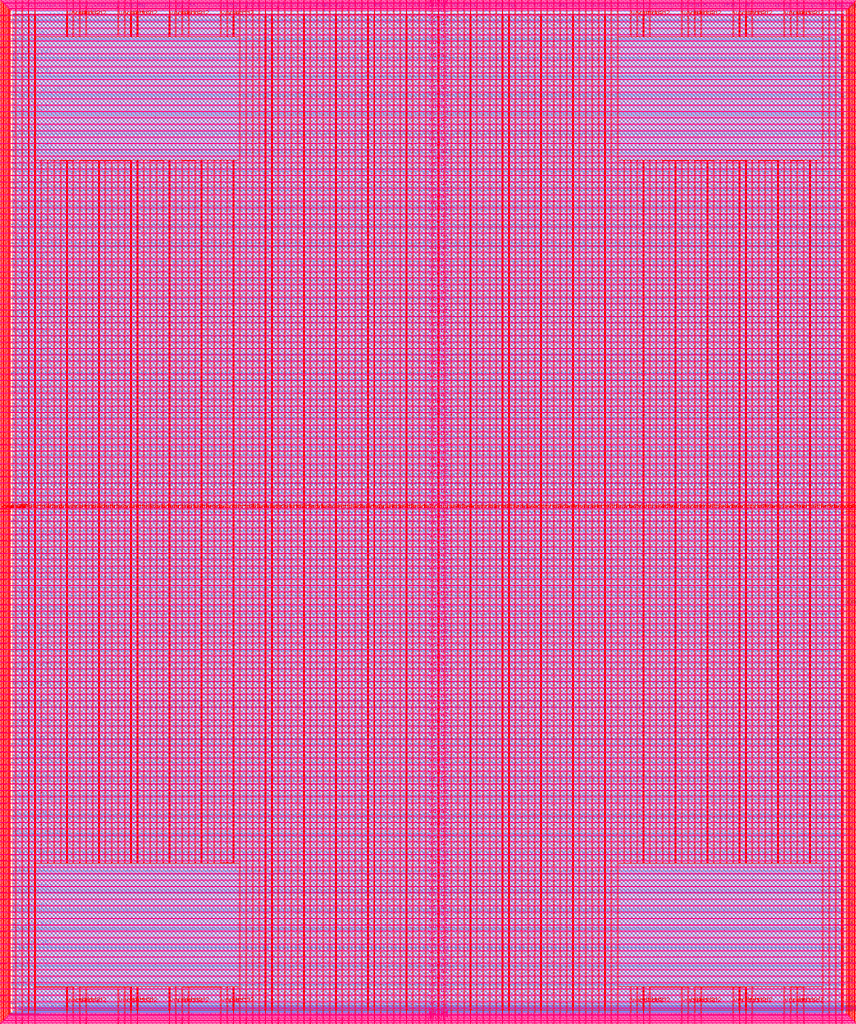
<source format=lef>
VERSION 5.7 ;
  NOWIREEXTENSIONATPIN ON ;
  DIVIDERCHAR "/" ;
  BUSBITCHARS "[]" ;
MACRO user_project_wrapper
  CLASS BLOCK ;
  FOREIGN user_project_wrapper ;
  ORIGIN 0.000 0.000 ;
  SIZE 2920.000 BY 3520.000 ;
  PIN analog_io[0]
    DIRECTION INOUT ;
    USE SIGNAL ;
    PORT
      LAYER met3 ;
        RECT 2917.600 1426.380 2924.800 1427.580 ;
    END
  END analog_io[0]
  PIN analog_io[10]
    DIRECTION INOUT ;
    USE SIGNAL ;
    PORT
      LAYER met2 ;
        RECT 2230.490 3517.600 2231.050 3524.800 ;
    END
  END analog_io[10]
  PIN analog_io[11]
    DIRECTION INOUT ;
    USE SIGNAL ;
    PORT
      LAYER met2 ;
        RECT 1905.730 3517.600 1906.290 3524.800 ;
    END
  END analog_io[11]
  PIN analog_io[12]
    DIRECTION INOUT ;
    USE SIGNAL ;
    PORT
      LAYER met2 ;
        RECT 1581.430 3517.600 1581.990 3524.800 ;
    END
  END analog_io[12]
  PIN analog_io[13]
    DIRECTION INOUT ;
    USE SIGNAL ;
    PORT
      LAYER met2 ;
        RECT 1257.130 3517.600 1257.690 3524.800 ;
    END
  END analog_io[13]
  PIN analog_io[14]
    DIRECTION INOUT ;
    USE SIGNAL ;
    PORT
      LAYER met2 ;
        RECT 932.370 3517.600 932.930 3524.800 ;
    END
  END analog_io[14]
  PIN analog_io[15]
    DIRECTION INOUT ;
    USE SIGNAL ;
    PORT
      LAYER met2 ;
        RECT 608.070 3517.600 608.630 3524.800 ;
    END
  END analog_io[15]
  PIN analog_io[16]
    DIRECTION INOUT ;
    USE SIGNAL ;
    PORT
      LAYER met2 ;
        RECT 283.770 3517.600 284.330 3524.800 ;
    END
  END analog_io[16]
  PIN analog_io[17]
    DIRECTION INOUT ;
    USE SIGNAL ;
    PORT
      LAYER met3 ;
        RECT -4.800 3486.100 2.400 3487.300 ;
    END
  END analog_io[17]
  PIN analog_io[18]
    DIRECTION INOUT ;
    USE SIGNAL ;
    PORT
      LAYER met3 ;
        RECT -4.800 3224.980 2.400 3226.180 ;
    END
  END analog_io[18]
  PIN analog_io[19]
    DIRECTION INOUT ;
    USE SIGNAL ;
    PORT
      LAYER met3 ;
        RECT -4.800 2964.540 2.400 2965.740 ;
    END
  END analog_io[19]
  PIN analog_io[1]
    DIRECTION INOUT ;
    USE SIGNAL ;
    PORT
      LAYER met3 ;
        RECT 2917.600 1692.260 2924.800 1693.460 ;
    END
  END analog_io[1]
  PIN analog_io[20]
    DIRECTION INOUT ;
    USE SIGNAL ;
    PORT
      LAYER met3 ;
        RECT -4.800 2703.420 2.400 2704.620 ;
    END
  END analog_io[20]
  PIN analog_io[21]
    DIRECTION INOUT ;
    USE SIGNAL ;
    PORT
      LAYER met3 ;
        RECT -4.800 2442.980 2.400 2444.180 ;
    END
  END analog_io[21]
  PIN analog_io[22]
    DIRECTION INOUT ;
    USE SIGNAL ;
    PORT
      LAYER met3 ;
        RECT -4.800 2182.540 2.400 2183.740 ;
    END
  END analog_io[22]
  PIN analog_io[23]
    DIRECTION INOUT ;
    USE SIGNAL ;
    PORT
      LAYER met3 ;
        RECT -4.800 1921.420 2.400 1922.620 ;
    END
  END analog_io[23]
  PIN analog_io[24]
    DIRECTION INOUT ;
    USE SIGNAL ;
    PORT
      LAYER met3 ;
        RECT -4.800 1660.980 2.400 1662.180 ;
    END
  END analog_io[24]
  PIN analog_io[25]
    DIRECTION INOUT ;
    USE SIGNAL ;
    PORT
      LAYER met3 ;
        RECT -4.800 1399.860 2.400 1401.060 ;
    END
  END analog_io[25]
  PIN analog_io[26]
    DIRECTION INOUT ;
    USE SIGNAL ;
    PORT
      LAYER met3 ;
        RECT -4.800 1139.420 2.400 1140.620 ;
    END
  END analog_io[26]
  PIN analog_io[27]
    DIRECTION INOUT ;
    USE SIGNAL ;
    PORT
      LAYER met3 ;
        RECT -4.800 878.980 2.400 880.180 ;
    END
  END analog_io[27]
  PIN analog_io[28]
    DIRECTION INOUT ;
    USE SIGNAL ;
    PORT
      LAYER met3 ;
        RECT -4.800 617.860 2.400 619.060 ;
    END
  END analog_io[28]
  PIN analog_io[2]
    DIRECTION INOUT ;
    USE SIGNAL ;
    PORT
      LAYER met3 ;
        RECT 2917.600 1958.140 2924.800 1959.340 ;
    END
  END analog_io[2]
  PIN analog_io[3]
    DIRECTION INOUT ;
    USE SIGNAL ;
    PORT
      LAYER met3 ;
        RECT 2917.600 2223.340 2924.800 2224.540 ;
    END
  END analog_io[3]
  PIN analog_io[4]
    DIRECTION INOUT ;
    USE SIGNAL ;
    PORT
      LAYER met3 ;
        RECT 2917.600 2489.220 2924.800 2490.420 ;
    END
  END analog_io[4]
  PIN analog_io[5]
    DIRECTION INOUT ;
    USE SIGNAL ;
    PORT
      LAYER met3 ;
        RECT 2917.600 2755.100 2924.800 2756.300 ;
    END
  END analog_io[5]
  PIN analog_io[6]
    DIRECTION INOUT ;
    USE SIGNAL ;
    PORT
      LAYER met3 ;
        RECT 2917.600 3020.300 2924.800 3021.500 ;
    END
  END analog_io[6]
  PIN analog_io[7]
    DIRECTION INOUT ;
    USE SIGNAL ;
    PORT
      LAYER met3 ;
        RECT 2917.600 3286.180 2924.800 3287.380 ;
    END
  END analog_io[7]
  PIN analog_io[8]
    DIRECTION INOUT ;
    USE SIGNAL ;
    PORT
      LAYER met2 ;
        RECT 2879.090 3517.600 2879.650 3524.800 ;
    END
  END analog_io[8]
  PIN analog_io[9]
    DIRECTION INOUT ;
    USE SIGNAL ;
    PORT
      LAYER met2 ;
        RECT 2554.790 3517.600 2555.350 3524.800 ;
    END
  END analog_io[9]
  PIN io_in[0]
    DIRECTION INPUT ;
    USE SIGNAL ;
    PORT
      LAYER met3 ;
        RECT 2917.600 32.380 2924.800 33.580 ;
    END
  END io_in[0]
  PIN io_in[10]
    DIRECTION INPUT ;
    USE SIGNAL ;
    PORT
      LAYER met3 ;
        RECT 2917.600 2289.980 2924.800 2291.180 ;
    END
  END io_in[10]
  PIN io_in[11]
    DIRECTION INPUT ;
    USE SIGNAL ;
    PORT
      LAYER met3 ;
        RECT 2917.600 2555.860 2924.800 2557.060 ;
    END
  END io_in[11]
  PIN io_in[12]
    DIRECTION INPUT ;
    USE SIGNAL ;
    PORT
      LAYER met3 ;
        RECT 2917.600 2821.060 2924.800 2822.260 ;
    END
  END io_in[12]
  PIN io_in[13]
    DIRECTION INPUT ;
    USE SIGNAL ;
    PORT
      LAYER met3 ;
        RECT 2917.600 3086.940 2924.800 3088.140 ;
    END
  END io_in[13]
  PIN io_in[14]
    DIRECTION INPUT ;
    USE SIGNAL ;
    PORT
      LAYER met3 ;
        RECT 2917.600 3352.820 2924.800 3354.020 ;
    END
  END io_in[14]
  PIN io_in[15]
    DIRECTION INPUT ;
    USE SIGNAL ;
    PORT
      LAYER met2 ;
        RECT 2798.130 3517.600 2798.690 3524.800 ;
    END
  END io_in[15]
  PIN io_in[16]
    DIRECTION INPUT ;
    USE SIGNAL ;
    PORT
      LAYER met2 ;
        RECT 2473.830 3517.600 2474.390 3524.800 ;
    END
  END io_in[16]
  PIN io_in[17]
    DIRECTION INPUT ;
    USE SIGNAL ;
    PORT
      LAYER met2 ;
        RECT 2149.070 3517.600 2149.630 3524.800 ;
    END
  END io_in[17]
  PIN io_in[18]
    DIRECTION INPUT ;
    USE SIGNAL ;
    PORT
      LAYER met2 ;
        RECT 1824.770 3517.600 1825.330 3524.800 ;
    END
  END io_in[18]
  PIN io_in[19]
    DIRECTION INPUT ;
    USE SIGNAL ;
    PORT
      LAYER met2 ;
        RECT 1500.470 3517.600 1501.030 3524.800 ;
    END
  END io_in[19]
  PIN io_in[1]
    DIRECTION INPUT ;
    USE SIGNAL ;
    PORT
      LAYER met3 ;
        RECT 2917.600 230.940 2924.800 232.140 ;
    END
  END io_in[1]
  PIN io_in[20]
    DIRECTION INPUT ;
    USE SIGNAL ;
    PORT
      LAYER met2 ;
        RECT 1175.710 3517.600 1176.270 3524.800 ;
    END
  END io_in[20]
  PIN io_in[21]
    DIRECTION INPUT ;
    USE SIGNAL ;
    PORT
      LAYER met2 ;
        RECT 851.410 3517.600 851.970 3524.800 ;
    END
  END io_in[21]
  PIN io_in[22]
    DIRECTION INPUT ;
    USE SIGNAL ;
    PORT
      LAYER met2 ;
        RECT 527.110 3517.600 527.670 3524.800 ;
    END
  END io_in[22]
  PIN io_in[23]
    DIRECTION INPUT ;
    USE SIGNAL ;
    PORT
      LAYER met2 ;
        RECT 202.350 3517.600 202.910 3524.800 ;
    END
  END io_in[23]
  PIN io_in[24]
    DIRECTION INPUT ;
    USE SIGNAL ;
    PORT
      LAYER met3 ;
        RECT -4.800 3420.820 2.400 3422.020 ;
    END
  END io_in[24]
  PIN io_in[25]
    DIRECTION INPUT ;
    USE SIGNAL ;
    PORT
      LAYER met3 ;
        RECT -4.800 3159.700 2.400 3160.900 ;
    END
  END io_in[25]
  PIN io_in[26]
    DIRECTION INPUT ;
    USE SIGNAL ;
    PORT
      LAYER met3 ;
        RECT -4.800 2899.260 2.400 2900.460 ;
    END
  END io_in[26]
  PIN io_in[27]
    DIRECTION INPUT ;
    USE SIGNAL ;
    PORT
      LAYER met3 ;
        RECT -4.800 2638.820 2.400 2640.020 ;
    END
  END io_in[27]
  PIN io_in[28]
    DIRECTION INPUT ;
    USE SIGNAL ;
    PORT
      LAYER met3 ;
        RECT -4.800 2377.700 2.400 2378.900 ;
    END
  END io_in[28]
  PIN io_in[29]
    DIRECTION INPUT ;
    USE SIGNAL ;
    PORT
      LAYER met3 ;
        RECT -4.800 2117.260 2.400 2118.460 ;
    END
  END io_in[29]
  PIN io_in[2]
    DIRECTION INPUT ;
    USE SIGNAL ;
    PORT
      LAYER met3 ;
        RECT 2917.600 430.180 2924.800 431.380 ;
    END
  END io_in[2]
  PIN io_in[30]
    DIRECTION INPUT ;
    USE SIGNAL ;
    PORT
      LAYER met3 ;
        RECT -4.800 1856.140 2.400 1857.340 ;
    END
  END io_in[30]
  PIN io_in[31]
    DIRECTION INPUT ;
    USE SIGNAL ;
    PORT
      LAYER met3 ;
        RECT -4.800 1595.700 2.400 1596.900 ;
    END
  END io_in[31]
  PIN io_in[32]
    DIRECTION INPUT ;
    USE SIGNAL ;
    PORT
      LAYER met3 ;
        RECT -4.800 1335.260 2.400 1336.460 ;
    END
  END io_in[32]
  PIN io_in[33]
    DIRECTION INPUT ;
    USE SIGNAL ;
    PORT
      LAYER met3 ;
        RECT -4.800 1074.140 2.400 1075.340 ;
    END
  END io_in[33]
  PIN io_in[34]
    DIRECTION INPUT ;
    USE SIGNAL ;
    PORT
      LAYER met3 ;
        RECT -4.800 813.700 2.400 814.900 ;
    END
  END io_in[34]
  PIN io_in[35]
    DIRECTION INPUT ;
    USE SIGNAL ;
    PORT
      LAYER met3 ;
        RECT -4.800 552.580 2.400 553.780 ;
    END
  END io_in[35]
  PIN io_in[36]
    DIRECTION INPUT ;
    USE SIGNAL ;
    PORT
      LAYER met3 ;
        RECT -4.800 357.420 2.400 358.620 ;
    END
  END io_in[36]
  PIN io_in[37]
    DIRECTION INPUT ;
    USE SIGNAL ;
    PORT
      LAYER met3 ;
        RECT -4.800 161.580 2.400 162.780 ;
    END
  END io_in[37]
  PIN io_in[3]
    DIRECTION INPUT ;
    USE SIGNAL ;
    PORT
      LAYER met3 ;
        RECT 2917.600 629.420 2924.800 630.620 ;
    END
  END io_in[3]
  PIN io_in[4]
    DIRECTION INPUT ;
    USE SIGNAL ;
    PORT
      LAYER met3 ;
        RECT 2917.600 828.660 2924.800 829.860 ;
    END
  END io_in[4]
  PIN io_in[5]
    DIRECTION INPUT ;
    USE SIGNAL ;
    PORT
      LAYER met3 ;
        RECT 2917.600 1027.900 2924.800 1029.100 ;
    END
  END io_in[5]
  PIN io_in[6]
    DIRECTION INPUT ;
    USE SIGNAL ;
    PORT
      LAYER met3 ;
        RECT 2917.600 1227.140 2924.800 1228.340 ;
    END
  END io_in[6]
  PIN io_in[7]
    DIRECTION INPUT ;
    USE SIGNAL ;
    PORT
      LAYER met3 ;
        RECT 2917.600 1493.020 2924.800 1494.220 ;
    END
  END io_in[7]
  PIN io_in[8]
    DIRECTION INPUT ;
    USE SIGNAL ;
    PORT
      LAYER met3 ;
        RECT 2917.600 1758.900 2924.800 1760.100 ;
    END
  END io_in[8]
  PIN io_in[9]
    DIRECTION INPUT ;
    USE SIGNAL ;
    PORT
      LAYER met3 ;
        RECT 2917.600 2024.100 2924.800 2025.300 ;
    END
  END io_in[9]
  PIN io_oeb[0]
    DIRECTION OUTPUT TRISTATE ;
    USE SIGNAL ;
    PORT
      LAYER met3 ;
        RECT 2917.600 164.980 2924.800 166.180 ;
    END
  END io_oeb[0]
  PIN io_oeb[10]
    DIRECTION OUTPUT TRISTATE ;
    USE SIGNAL ;
    PORT
      LAYER met3 ;
        RECT 2917.600 2422.580 2924.800 2423.780 ;
    END
  END io_oeb[10]
  PIN io_oeb[11]
    DIRECTION OUTPUT TRISTATE ;
    USE SIGNAL ;
    PORT
      LAYER met3 ;
        RECT 2917.600 2688.460 2924.800 2689.660 ;
    END
  END io_oeb[11]
  PIN io_oeb[12]
    DIRECTION OUTPUT TRISTATE ;
    USE SIGNAL ;
    PORT
      LAYER met3 ;
        RECT 2917.600 2954.340 2924.800 2955.540 ;
    END
  END io_oeb[12]
  PIN io_oeb[13]
    DIRECTION OUTPUT TRISTATE ;
    USE SIGNAL ;
    PORT
      LAYER met3 ;
        RECT 2917.600 3219.540 2924.800 3220.740 ;
    END
  END io_oeb[13]
  PIN io_oeb[14]
    DIRECTION OUTPUT TRISTATE ;
    USE SIGNAL ;
    PORT
      LAYER met3 ;
        RECT 2917.600 3485.420 2924.800 3486.620 ;
    END
  END io_oeb[14]
  PIN io_oeb[15]
    DIRECTION OUTPUT TRISTATE ;
    USE SIGNAL ;
    PORT
      LAYER met2 ;
        RECT 2635.750 3517.600 2636.310 3524.800 ;
    END
  END io_oeb[15]
  PIN io_oeb[16]
    DIRECTION OUTPUT TRISTATE ;
    USE SIGNAL ;
    PORT
      LAYER met2 ;
        RECT 2311.450 3517.600 2312.010 3524.800 ;
    END
  END io_oeb[16]
  PIN io_oeb[17]
    DIRECTION OUTPUT TRISTATE ;
    USE SIGNAL ;
    PORT
      LAYER met2 ;
        RECT 1987.150 3517.600 1987.710 3524.800 ;
    END
  END io_oeb[17]
  PIN io_oeb[18]
    DIRECTION OUTPUT TRISTATE ;
    USE SIGNAL ;
    PORT
      LAYER met2 ;
        RECT 1662.390 3517.600 1662.950 3524.800 ;
    END
  END io_oeb[18]
  PIN io_oeb[19]
    DIRECTION OUTPUT TRISTATE ;
    USE SIGNAL ;
    PORT
      LAYER met2 ;
        RECT 1338.090 3517.600 1338.650 3524.800 ;
    END
  END io_oeb[19]
  PIN io_oeb[1]
    DIRECTION OUTPUT TRISTATE ;
    USE SIGNAL ;
    PORT
      LAYER met3 ;
        RECT 2917.600 364.220 2924.800 365.420 ;
    END
  END io_oeb[1]
  PIN io_oeb[20]
    DIRECTION OUTPUT TRISTATE ;
    USE SIGNAL ;
    PORT
      LAYER met2 ;
        RECT 1013.790 3517.600 1014.350 3524.800 ;
    END
  END io_oeb[20]
  PIN io_oeb[21]
    DIRECTION OUTPUT TRISTATE ;
    USE SIGNAL ;
    PORT
      LAYER met2 ;
        RECT 689.030 3517.600 689.590 3524.800 ;
    END
  END io_oeb[21]
  PIN io_oeb[22]
    DIRECTION OUTPUT TRISTATE ;
    USE SIGNAL ;
    PORT
      LAYER met2 ;
        RECT 364.730 3517.600 365.290 3524.800 ;
    END
  END io_oeb[22]
  PIN io_oeb[23]
    DIRECTION OUTPUT TRISTATE ;
    USE SIGNAL ;
    PORT
      LAYER met2 ;
        RECT 40.430 3517.600 40.990 3524.800 ;
    END
  END io_oeb[23]
  PIN io_oeb[24]
    DIRECTION OUTPUT TRISTATE ;
    USE SIGNAL ;
    PORT
      LAYER met3 ;
        RECT -4.800 3290.260 2.400 3291.460 ;
    END
  END io_oeb[24]
  PIN io_oeb[25]
    DIRECTION OUTPUT TRISTATE ;
    USE SIGNAL ;
    PORT
      LAYER met3 ;
        RECT -4.800 3029.820 2.400 3031.020 ;
    END
  END io_oeb[25]
  PIN io_oeb[26]
    DIRECTION OUTPUT TRISTATE ;
    USE SIGNAL ;
    PORT
      LAYER met3 ;
        RECT -4.800 2768.700 2.400 2769.900 ;
    END
  END io_oeb[26]
  PIN io_oeb[27]
    DIRECTION OUTPUT TRISTATE ;
    USE SIGNAL ;
    PORT
      LAYER met3 ;
        RECT -4.800 2508.260 2.400 2509.460 ;
    END
  END io_oeb[27]
  PIN io_oeb[28]
    DIRECTION OUTPUT TRISTATE ;
    USE SIGNAL ;
    PORT
      LAYER met3 ;
        RECT -4.800 2247.140 2.400 2248.340 ;
    END
  END io_oeb[28]
  PIN io_oeb[29]
    DIRECTION OUTPUT TRISTATE ;
    USE SIGNAL ;
    PORT
      LAYER met3 ;
        RECT -4.800 1986.700 2.400 1987.900 ;
    END
  END io_oeb[29]
  PIN io_oeb[2]
    DIRECTION OUTPUT TRISTATE ;
    USE SIGNAL ;
    PORT
      LAYER met3 ;
        RECT 2917.600 563.460 2924.800 564.660 ;
    END
  END io_oeb[2]
  PIN io_oeb[30]
    DIRECTION OUTPUT TRISTATE ;
    USE SIGNAL ;
    PORT
      LAYER met3 ;
        RECT -4.800 1726.260 2.400 1727.460 ;
    END
  END io_oeb[30]
  PIN io_oeb[31]
    DIRECTION OUTPUT TRISTATE ;
    USE SIGNAL ;
    PORT
      LAYER met3 ;
        RECT -4.800 1465.140 2.400 1466.340 ;
    END
  END io_oeb[31]
  PIN io_oeb[32]
    DIRECTION OUTPUT TRISTATE ;
    USE SIGNAL ;
    PORT
      LAYER met3 ;
        RECT -4.800 1204.700 2.400 1205.900 ;
    END
  END io_oeb[32]
  PIN io_oeb[33]
    DIRECTION OUTPUT TRISTATE ;
    USE SIGNAL ;
    PORT
      LAYER met3 ;
        RECT -4.800 943.580 2.400 944.780 ;
    END
  END io_oeb[33]
  PIN io_oeb[34]
    DIRECTION OUTPUT TRISTATE ;
    USE SIGNAL ;
    PORT
      LAYER met3 ;
        RECT -4.800 683.140 2.400 684.340 ;
    END
  END io_oeb[34]
  PIN io_oeb[35]
    DIRECTION OUTPUT TRISTATE ;
    USE SIGNAL ;
    PORT
      LAYER met3 ;
        RECT -4.800 422.700 2.400 423.900 ;
    END
  END io_oeb[35]
  PIN io_oeb[36]
    DIRECTION OUTPUT TRISTATE ;
    USE SIGNAL ;
    PORT
      LAYER met3 ;
        RECT -4.800 226.860 2.400 228.060 ;
    END
  END io_oeb[36]
  PIN io_oeb[37]
    DIRECTION OUTPUT TRISTATE ;
    USE SIGNAL ;
    PORT
      LAYER met3 ;
        RECT -4.800 31.700 2.400 32.900 ;
    END
  END io_oeb[37]
  PIN io_oeb[3]
    DIRECTION OUTPUT TRISTATE ;
    USE SIGNAL ;
    PORT
      LAYER met3 ;
        RECT 2917.600 762.700 2924.800 763.900 ;
    END
  END io_oeb[3]
  PIN io_oeb[4]
    DIRECTION OUTPUT TRISTATE ;
    USE SIGNAL ;
    PORT
      LAYER met3 ;
        RECT 2917.600 961.940 2924.800 963.140 ;
    END
  END io_oeb[4]
  PIN io_oeb[5]
    DIRECTION OUTPUT TRISTATE ;
    USE SIGNAL ;
    PORT
      LAYER met3 ;
        RECT 2917.600 1161.180 2924.800 1162.380 ;
    END
  END io_oeb[5]
  PIN io_oeb[6]
    DIRECTION OUTPUT TRISTATE ;
    USE SIGNAL ;
    PORT
      LAYER met3 ;
        RECT 2917.600 1360.420 2924.800 1361.620 ;
    END
  END io_oeb[6]
  PIN io_oeb[7]
    DIRECTION OUTPUT TRISTATE ;
    USE SIGNAL ;
    PORT
      LAYER met3 ;
        RECT 2917.600 1625.620 2924.800 1626.820 ;
    END
  END io_oeb[7]
  PIN io_oeb[8]
    DIRECTION OUTPUT TRISTATE ;
    USE SIGNAL ;
    PORT
      LAYER met3 ;
        RECT 2917.600 1891.500 2924.800 1892.700 ;
    END
  END io_oeb[8]
  PIN io_oeb[9]
    DIRECTION OUTPUT TRISTATE ;
    USE SIGNAL ;
    PORT
      LAYER met3 ;
        RECT 2917.600 2157.380 2924.800 2158.580 ;
    END
  END io_oeb[9]
  PIN io_out[0]
    DIRECTION OUTPUT TRISTATE ;
    USE SIGNAL ;
    PORT
      LAYER met3 ;
        RECT 2917.600 98.340 2924.800 99.540 ;
    END
  END io_out[0]
  PIN io_out[10]
    DIRECTION OUTPUT TRISTATE ;
    USE SIGNAL ;
    PORT
      LAYER met3 ;
        RECT 2917.600 2356.620 2924.800 2357.820 ;
    END
  END io_out[10]
  PIN io_out[11]
    DIRECTION OUTPUT TRISTATE ;
    USE SIGNAL ;
    PORT
      LAYER met3 ;
        RECT 2917.600 2621.820 2924.800 2623.020 ;
    END
  END io_out[11]
  PIN io_out[12]
    DIRECTION OUTPUT TRISTATE ;
    USE SIGNAL ;
    PORT
      LAYER met3 ;
        RECT 2917.600 2887.700 2924.800 2888.900 ;
    END
  END io_out[12]
  PIN io_out[13]
    DIRECTION OUTPUT TRISTATE ;
    USE SIGNAL ;
    PORT
      LAYER met3 ;
        RECT 2917.600 3153.580 2924.800 3154.780 ;
    END
  END io_out[13]
  PIN io_out[14]
    DIRECTION OUTPUT TRISTATE ;
    USE SIGNAL ;
    PORT
      LAYER met3 ;
        RECT 2917.600 3418.780 2924.800 3419.980 ;
    END
  END io_out[14]
  PIN io_out[15]
    DIRECTION OUTPUT TRISTATE ;
    USE SIGNAL ;
    PORT
      LAYER met2 ;
        RECT 2717.170 3517.600 2717.730 3524.800 ;
    END
  END io_out[15]
  PIN io_out[16]
    DIRECTION OUTPUT TRISTATE ;
    USE SIGNAL ;
    PORT
      LAYER met2 ;
        RECT 2392.410 3517.600 2392.970 3524.800 ;
    END
  END io_out[16]
  PIN io_out[17]
    DIRECTION OUTPUT TRISTATE ;
    USE SIGNAL ;
    PORT
      LAYER met2 ;
        RECT 2068.110 3517.600 2068.670 3524.800 ;
    END
  END io_out[17]
  PIN io_out[18]
    DIRECTION OUTPUT TRISTATE ;
    USE SIGNAL ;
    PORT
      LAYER met2 ;
        RECT 1743.810 3517.600 1744.370 3524.800 ;
    END
  END io_out[18]
  PIN io_out[19]
    DIRECTION OUTPUT TRISTATE ;
    USE SIGNAL ;
    PORT
      LAYER met2 ;
        RECT 1419.050 3517.600 1419.610 3524.800 ;
    END
  END io_out[19]
  PIN io_out[1]
    DIRECTION OUTPUT TRISTATE ;
    USE SIGNAL ;
    PORT
      LAYER met3 ;
        RECT 2917.600 297.580 2924.800 298.780 ;
    END
  END io_out[1]
  PIN io_out[20]
    DIRECTION OUTPUT TRISTATE ;
    USE SIGNAL ;
    PORT
      LAYER met2 ;
        RECT 1094.750 3517.600 1095.310 3524.800 ;
    END
  END io_out[20]
  PIN io_out[21]
    DIRECTION OUTPUT TRISTATE ;
    USE SIGNAL ;
    PORT
      LAYER met2 ;
        RECT 770.450 3517.600 771.010 3524.800 ;
    END
  END io_out[21]
  PIN io_out[22]
    DIRECTION OUTPUT TRISTATE ;
    USE SIGNAL ;
    PORT
      LAYER met2 ;
        RECT 445.690 3517.600 446.250 3524.800 ;
    END
  END io_out[22]
  PIN io_out[23]
    DIRECTION OUTPUT TRISTATE ;
    USE SIGNAL ;
    PORT
      LAYER met2 ;
        RECT 121.390 3517.600 121.950 3524.800 ;
    END
  END io_out[23]
  PIN io_out[24]
    DIRECTION OUTPUT TRISTATE ;
    USE SIGNAL ;
    PORT
      LAYER met3 ;
        RECT -4.800 3355.540 2.400 3356.740 ;
    END
  END io_out[24]
  PIN io_out[25]
    DIRECTION OUTPUT TRISTATE ;
    USE SIGNAL ;
    PORT
      LAYER met3 ;
        RECT -4.800 3095.100 2.400 3096.300 ;
    END
  END io_out[25]
  PIN io_out[26]
    DIRECTION OUTPUT TRISTATE ;
    USE SIGNAL ;
    PORT
      LAYER met3 ;
        RECT -4.800 2833.980 2.400 2835.180 ;
    END
  END io_out[26]
  PIN io_out[27]
    DIRECTION OUTPUT TRISTATE ;
    USE SIGNAL ;
    PORT
      LAYER met3 ;
        RECT -4.800 2573.540 2.400 2574.740 ;
    END
  END io_out[27]
  PIN io_out[28]
    DIRECTION OUTPUT TRISTATE ;
    USE SIGNAL ;
    PORT
      LAYER met3 ;
        RECT -4.800 2312.420 2.400 2313.620 ;
    END
  END io_out[28]
  PIN io_out[29]
    DIRECTION OUTPUT TRISTATE ;
    USE SIGNAL ;
    PORT
      LAYER met3 ;
        RECT -4.800 2051.980 2.400 2053.180 ;
    END
  END io_out[29]
  PIN io_out[2]
    DIRECTION OUTPUT TRISTATE ;
    USE SIGNAL ;
    PORT
      LAYER met3 ;
        RECT 2917.600 496.820 2924.800 498.020 ;
    END
  END io_out[2]
  PIN io_out[30]
    DIRECTION OUTPUT TRISTATE ;
    USE SIGNAL ;
    PORT
      LAYER met3 ;
        RECT -4.800 1791.540 2.400 1792.740 ;
    END
  END io_out[30]
  PIN io_out[31]
    DIRECTION OUTPUT TRISTATE ;
    USE SIGNAL ;
    PORT
      LAYER met3 ;
        RECT -4.800 1530.420 2.400 1531.620 ;
    END
  END io_out[31]
  PIN io_out[32]
    DIRECTION OUTPUT TRISTATE ;
    USE SIGNAL ;
    PORT
      LAYER met3 ;
        RECT -4.800 1269.980 2.400 1271.180 ;
    END
  END io_out[32]
  PIN io_out[33]
    DIRECTION OUTPUT TRISTATE ;
    USE SIGNAL ;
    PORT
      LAYER met3 ;
        RECT -4.800 1008.860 2.400 1010.060 ;
    END
  END io_out[33]
  PIN io_out[34]
    DIRECTION OUTPUT TRISTATE ;
    USE SIGNAL ;
    PORT
      LAYER met3 ;
        RECT -4.800 748.420 2.400 749.620 ;
    END
  END io_out[34]
  PIN io_out[35]
    DIRECTION OUTPUT TRISTATE ;
    USE SIGNAL ;
    PORT
      LAYER met3 ;
        RECT -4.800 487.300 2.400 488.500 ;
    END
  END io_out[35]
  PIN io_out[36]
    DIRECTION OUTPUT TRISTATE ;
    USE SIGNAL ;
    PORT
      LAYER met3 ;
        RECT -4.800 292.140 2.400 293.340 ;
    END
  END io_out[36]
  PIN io_out[37]
    DIRECTION OUTPUT TRISTATE ;
    USE SIGNAL ;
    PORT
      LAYER met3 ;
        RECT -4.800 96.300 2.400 97.500 ;
    END
  END io_out[37]
  PIN io_out[3]
    DIRECTION OUTPUT TRISTATE ;
    USE SIGNAL ;
    PORT
      LAYER met3 ;
        RECT 2917.600 696.060 2924.800 697.260 ;
    END
  END io_out[3]
  PIN io_out[4]
    DIRECTION OUTPUT TRISTATE ;
    USE SIGNAL ;
    PORT
      LAYER met3 ;
        RECT 2917.600 895.300 2924.800 896.500 ;
    END
  END io_out[4]
  PIN io_out[5]
    DIRECTION OUTPUT TRISTATE ;
    USE SIGNAL ;
    PORT
      LAYER met3 ;
        RECT 2917.600 1094.540 2924.800 1095.740 ;
    END
  END io_out[5]
  PIN io_out[6]
    DIRECTION OUTPUT TRISTATE ;
    USE SIGNAL ;
    PORT
      LAYER met3 ;
        RECT 2917.600 1293.780 2924.800 1294.980 ;
    END
  END io_out[6]
  PIN io_out[7]
    DIRECTION OUTPUT TRISTATE ;
    USE SIGNAL ;
    PORT
      LAYER met3 ;
        RECT 2917.600 1559.660 2924.800 1560.860 ;
    END
  END io_out[7]
  PIN io_out[8]
    DIRECTION OUTPUT TRISTATE ;
    USE SIGNAL ;
    PORT
      LAYER met3 ;
        RECT 2917.600 1824.860 2924.800 1826.060 ;
    END
  END io_out[8]
  PIN io_out[9]
    DIRECTION OUTPUT TRISTATE ;
    USE SIGNAL ;
    PORT
      LAYER met3 ;
        RECT 2917.600 2090.740 2924.800 2091.940 ;
    END
  END io_out[9]
  PIN la_data_in[0]
    DIRECTION INPUT ;
    USE SIGNAL ;
    PORT
      LAYER met2 ;
        RECT 629.230 -4.800 629.790 2.400 ;
    END
  END la_data_in[0]
  PIN la_data_in[100]
    DIRECTION INPUT ;
    USE SIGNAL ;
    PORT
      LAYER met2 ;
        RECT 2402.530 -4.800 2403.090 2.400 ;
    END
  END la_data_in[100]
  PIN la_data_in[101]
    DIRECTION INPUT ;
    USE SIGNAL ;
    PORT
      LAYER met2 ;
        RECT 2420.010 -4.800 2420.570 2.400 ;
    END
  END la_data_in[101]
  PIN la_data_in[102]
    DIRECTION INPUT ;
    USE SIGNAL ;
    PORT
      LAYER met2 ;
        RECT 2437.950 -4.800 2438.510 2.400 ;
    END
  END la_data_in[102]
  PIN la_data_in[103]
    DIRECTION INPUT ;
    USE SIGNAL ;
    PORT
      LAYER met2 ;
        RECT 2455.430 -4.800 2455.990 2.400 ;
    END
  END la_data_in[103]
  PIN la_data_in[104]
    DIRECTION INPUT ;
    USE SIGNAL ;
    PORT
      LAYER met2 ;
        RECT 2473.370 -4.800 2473.930 2.400 ;
    END
  END la_data_in[104]
  PIN la_data_in[105]
    DIRECTION INPUT ;
    USE SIGNAL ;
    PORT
      LAYER met2 ;
        RECT 2490.850 -4.800 2491.410 2.400 ;
    END
  END la_data_in[105]
  PIN la_data_in[106]
    DIRECTION INPUT ;
    USE SIGNAL ;
    PORT
      LAYER met2 ;
        RECT 2508.790 -4.800 2509.350 2.400 ;
    END
  END la_data_in[106]
  PIN la_data_in[107]
    DIRECTION INPUT ;
    USE SIGNAL ;
    PORT
      LAYER met2 ;
        RECT 2526.730 -4.800 2527.290 2.400 ;
    END
  END la_data_in[107]
  PIN la_data_in[108]
    DIRECTION INPUT ;
    USE SIGNAL ;
    PORT
      LAYER met2 ;
        RECT 2544.210 -4.800 2544.770 2.400 ;
    END
  END la_data_in[108]
  PIN la_data_in[109]
    DIRECTION INPUT ;
    USE SIGNAL ;
    PORT
      LAYER met2 ;
        RECT 2562.150 -4.800 2562.710 2.400 ;
    END
  END la_data_in[109]
  PIN la_data_in[10]
    DIRECTION INPUT ;
    USE SIGNAL ;
    PORT
      LAYER met2 ;
        RECT 806.330 -4.800 806.890 2.400 ;
    END
  END la_data_in[10]
  PIN la_data_in[110]
    DIRECTION INPUT ;
    USE SIGNAL ;
    PORT
      LAYER met2 ;
        RECT 2579.630 -4.800 2580.190 2.400 ;
    END
  END la_data_in[110]
  PIN la_data_in[111]
    DIRECTION INPUT ;
    USE SIGNAL ;
    PORT
      LAYER met2 ;
        RECT 2597.570 -4.800 2598.130 2.400 ;
    END
  END la_data_in[111]
  PIN la_data_in[112]
    DIRECTION INPUT ;
    USE SIGNAL ;
    PORT
      LAYER met2 ;
        RECT 2615.050 -4.800 2615.610 2.400 ;
    END
  END la_data_in[112]
  PIN la_data_in[113]
    DIRECTION INPUT ;
    USE SIGNAL ;
    PORT
      LAYER met2 ;
        RECT 2632.990 -4.800 2633.550 2.400 ;
    END
  END la_data_in[113]
  PIN la_data_in[114]
    DIRECTION INPUT ;
    USE SIGNAL ;
    PORT
      LAYER met2 ;
        RECT 2650.470 -4.800 2651.030 2.400 ;
    END
  END la_data_in[114]
  PIN la_data_in[115]
    DIRECTION INPUT ;
    USE SIGNAL ;
    PORT
      LAYER met2 ;
        RECT 2668.410 -4.800 2668.970 2.400 ;
    END
  END la_data_in[115]
  PIN la_data_in[116]
    DIRECTION INPUT ;
    USE SIGNAL ;
    PORT
      LAYER met2 ;
        RECT 2685.890 -4.800 2686.450 2.400 ;
    END
  END la_data_in[116]
  PIN la_data_in[117]
    DIRECTION INPUT ;
    USE SIGNAL ;
    PORT
      LAYER met2 ;
        RECT 2703.830 -4.800 2704.390 2.400 ;
    END
  END la_data_in[117]
  PIN la_data_in[118]
    DIRECTION INPUT ;
    USE SIGNAL ;
    PORT
      LAYER met2 ;
        RECT 2721.770 -4.800 2722.330 2.400 ;
    END
  END la_data_in[118]
  PIN la_data_in[119]
    DIRECTION INPUT ;
    USE SIGNAL ;
    PORT
      LAYER met2 ;
        RECT 2739.250 -4.800 2739.810 2.400 ;
    END
  END la_data_in[119]
  PIN la_data_in[11]
    DIRECTION INPUT ;
    USE SIGNAL ;
    PORT
      LAYER met2 ;
        RECT 824.270 -4.800 824.830 2.400 ;
    END
  END la_data_in[11]
  PIN la_data_in[120]
    DIRECTION INPUT ;
    USE SIGNAL ;
    PORT
      LAYER met2 ;
        RECT 2757.190 -4.800 2757.750 2.400 ;
    END
  END la_data_in[120]
  PIN la_data_in[121]
    DIRECTION INPUT ;
    USE SIGNAL ;
    PORT
      LAYER met2 ;
        RECT 2774.670 -4.800 2775.230 2.400 ;
    END
  END la_data_in[121]
  PIN la_data_in[122]
    DIRECTION INPUT ;
    USE SIGNAL ;
    PORT
      LAYER met2 ;
        RECT 2792.610 -4.800 2793.170 2.400 ;
    END
  END la_data_in[122]
  PIN la_data_in[123]
    DIRECTION INPUT ;
    USE SIGNAL ;
    PORT
      LAYER met2 ;
        RECT 2810.090 -4.800 2810.650 2.400 ;
    END
  END la_data_in[123]
  PIN la_data_in[124]
    DIRECTION INPUT ;
    USE SIGNAL ;
    PORT
      LAYER met2 ;
        RECT 2828.030 -4.800 2828.590 2.400 ;
    END
  END la_data_in[124]
  PIN la_data_in[125]
    DIRECTION INPUT ;
    USE SIGNAL ;
    PORT
      LAYER met2 ;
        RECT 2845.510 -4.800 2846.070 2.400 ;
    END
  END la_data_in[125]
  PIN la_data_in[126]
    DIRECTION INPUT ;
    USE SIGNAL ;
    PORT
      LAYER met2 ;
        RECT 2863.450 -4.800 2864.010 2.400 ;
    END
  END la_data_in[126]
  PIN la_data_in[127]
    DIRECTION INPUT ;
    USE SIGNAL ;
    PORT
      LAYER met2 ;
        RECT 2881.390 -4.800 2881.950 2.400 ;
    END
  END la_data_in[127]
  PIN la_data_in[12]
    DIRECTION INPUT ;
    USE SIGNAL ;
    PORT
      LAYER met2 ;
        RECT 841.750 -4.800 842.310 2.400 ;
    END
  END la_data_in[12]
  PIN la_data_in[13]
    DIRECTION INPUT ;
    USE SIGNAL ;
    PORT
      LAYER met2 ;
        RECT 859.690 -4.800 860.250 2.400 ;
    END
  END la_data_in[13]
  PIN la_data_in[14]
    DIRECTION INPUT ;
    USE SIGNAL ;
    PORT
      LAYER met2 ;
        RECT 877.170 -4.800 877.730 2.400 ;
    END
  END la_data_in[14]
  PIN la_data_in[15]
    DIRECTION INPUT ;
    USE SIGNAL ;
    PORT
      LAYER met2 ;
        RECT 895.110 -4.800 895.670 2.400 ;
    END
  END la_data_in[15]
  PIN la_data_in[16]
    DIRECTION INPUT ;
    USE SIGNAL ;
    PORT
      LAYER met2 ;
        RECT 912.590 -4.800 913.150 2.400 ;
    END
  END la_data_in[16]
  PIN la_data_in[17]
    DIRECTION INPUT ;
    USE SIGNAL ;
    PORT
      LAYER met2 ;
        RECT 930.530 -4.800 931.090 2.400 ;
    END
  END la_data_in[17]
  PIN la_data_in[18]
    DIRECTION INPUT ;
    USE SIGNAL ;
    PORT
      LAYER met2 ;
        RECT 948.470 -4.800 949.030 2.400 ;
    END
  END la_data_in[18]
  PIN la_data_in[19]
    DIRECTION INPUT ;
    USE SIGNAL ;
    PORT
      LAYER met2 ;
        RECT 965.950 -4.800 966.510 2.400 ;
    END
  END la_data_in[19]
  PIN la_data_in[1]
    DIRECTION INPUT ;
    USE SIGNAL ;
    PORT
      LAYER met2 ;
        RECT 646.710 -4.800 647.270 2.400 ;
    END
  END la_data_in[1]
  PIN la_data_in[20]
    DIRECTION INPUT ;
    USE SIGNAL ;
    PORT
      LAYER met2 ;
        RECT 983.890 -4.800 984.450 2.400 ;
    END
  END la_data_in[20]
  PIN la_data_in[21]
    DIRECTION INPUT ;
    USE SIGNAL ;
    PORT
      LAYER met2 ;
        RECT 1001.370 -4.800 1001.930 2.400 ;
    END
  END la_data_in[21]
  PIN la_data_in[22]
    DIRECTION INPUT ;
    USE SIGNAL ;
    PORT
      LAYER met2 ;
        RECT 1019.310 -4.800 1019.870 2.400 ;
    END
  END la_data_in[22]
  PIN la_data_in[23]
    DIRECTION INPUT ;
    USE SIGNAL ;
    PORT
      LAYER met2 ;
        RECT 1036.790 -4.800 1037.350 2.400 ;
    END
  END la_data_in[23]
  PIN la_data_in[24]
    DIRECTION INPUT ;
    USE SIGNAL ;
    PORT
      LAYER met2 ;
        RECT 1054.730 -4.800 1055.290 2.400 ;
    END
  END la_data_in[24]
  PIN la_data_in[25]
    DIRECTION INPUT ;
    USE SIGNAL ;
    PORT
      LAYER met2 ;
        RECT 1072.210 -4.800 1072.770 2.400 ;
    END
  END la_data_in[25]
  PIN la_data_in[26]
    DIRECTION INPUT ;
    USE SIGNAL ;
    PORT
      LAYER met2 ;
        RECT 1090.150 -4.800 1090.710 2.400 ;
    END
  END la_data_in[26]
  PIN la_data_in[27]
    DIRECTION INPUT ;
    USE SIGNAL ;
    PORT
      LAYER met2 ;
        RECT 1107.630 -4.800 1108.190 2.400 ;
    END
  END la_data_in[27]
  PIN la_data_in[28]
    DIRECTION INPUT ;
    USE SIGNAL ;
    PORT
      LAYER met2 ;
        RECT 1125.570 -4.800 1126.130 2.400 ;
    END
  END la_data_in[28]
  PIN la_data_in[29]
    DIRECTION INPUT ;
    USE SIGNAL ;
    PORT
      LAYER met2 ;
        RECT 1143.510 -4.800 1144.070 2.400 ;
    END
  END la_data_in[29]
  PIN la_data_in[2]
    DIRECTION INPUT ;
    USE SIGNAL ;
    PORT
      LAYER met2 ;
        RECT 664.650 -4.800 665.210 2.400 ;
    END
  END la_data_in[2]
  PIN la_data_in[30]
    DIRECTION INPUT ;
    USE SIGNAL ;
    PORT
      LAYER met2 ;
        RECT 1160.990 -4.800 1161.550 2.400 ;
    END
  END la_data_in[30]
  PIN la_data_in[31]
    DIRECTION INPUT ;
    USE SIGNAL ;
    PORT
      LAYER met2 ;
        RECT 1178.930 -4.800 1179.490 2.400 ;
    END
  END la_data_in[31]
  PIN la_data_in[32]
    DIRECTION INPUT ;
    USE SIGNAL ;
    PORT
      LAYER met2 ;
        RECT 1196.410 -4.800 1196.970 2.400 ;
    END
  END la_data_in[32]
  PIN la_data_in[33]
    DIRECTION INPUT ;
    USE SIGNAL ;
    PORT
      LAYER met2 ;
        RECT 1214.350 -4.800 1214.910 2.400 ;
    END
  END la_data_in[33]
  PIN la_data_in[34]
    DIRECTION INPUT ;
    USE SIGNAL ;
    PORT
      LAYER met2 ;
        RECT 1231.830 -4.800 1232.390 2.400 ;
    END
  END la_data_in[34]
  PIN la_data_in[35]
    DIRECTION INPUT ;
    USE SIGNAL ;
    PORT
      LAYER met2 ;
        RECT 1249.770 -4.800 1250.330 2.400 ;
    END
  END la_data_in[35]
  PIN la_data_in[36]
    DIRECTION INPUT ;
    USE SIGNAL ;
    PORT
      LAYER met2 ;
        RECT 1267.250 -4.800 1267.810 2.400 ;
    END
  END la_data_in[36]
  PIN la_data_in[37]
    DIRECTION INPUT ;
    USE SIGNAL ;
    PORT
      LAYER met2 ;
        RECT 1285.190 -4.800 1285.750 2.400 ;
    END
  END la_data_in[37]
  PIN la_data_in[38]
    DIRECTION INPUT ;
    USE SIGNAL ;
    PORT
      LAYER met2 ;
        RECT 1303.130 -4.800 1303.690 2.400 ;
    END
  END la_data_in[38]
  PIN la_data_in[39]
    DIRECTION INPUT ;
    USE SIGNAL ;
    PORT
      LAYER met2 ;
        RECT 1320.610 -4.800 1321.170 2.400 ;
    END
  END la_data_in[39]
  PIN la_data_in[3]
    DIRECTION INPUT ;
    USE SIGNAL ;
    PORT
      LAYER met2 ;
        RECT 682.130 -4.800 682.690 2.400 ;
    END
  END la_data_in[3]
  PIN la_data_in[40]
    DIRECTION INPUT ;
    USE SIGNAL ;
    PORT
      LAYER met2 ;
        RECT 1338.550 -4.800 1339.110 2.400 ;
    END
  END la_data_in[40]
  PIN la_data_in[41]
    DIRECTION INPUT ;
    USE SIGNAL ;
    PORT
      LAYER met2 ;
        RECT 1356.030 -4.800 1356.590 2.400 ;
    END
  END la_data_in[41]
  PIN la_data_in[42]
    DIRECTION INPUT ;
    USE SIGNAL ;
    PORT
      LAYER met2 ;
        RECT 1373.970 -4.800 1374.530 2.400 ;
    END
  END la_data_in[42]
  PIN la_data_in[43]
    DIRECTION INPUT ;
    USE SIGNAL ;
    PORT
      LAYER met2 ;
        RECT 1391.450 -4.800 1392.010 2.400 ;
    END
  END la_data_in[43]
  PIN la_data_in[44]
    DIRECTION INPUT ;
    USE SIGNAL ;
    PORT
      LAYER met2 ;
        RECT 1409.390 -4.800 1409.950 2.400 ;
    END
  END la_data_in[44]
  PIN la_data_in[45]
    DIRECTION INPUT ;
    USE SIGNAL ;
    PORT
      LAYER met2 ;
        RECT 1426.870 -4.800 1427.430 2.400 ;
    END
  END la_data_in[45]
  PIN la_data_in[46]
    DIRECTION INPUT ;
    USE SIGNAL ;
    PORT
      LAYER met2 ;
        RECT 1444.810 -4.800 1445.370 2.400 ;
    END
  END la_data_in[46]
  PIN la_data_in[47]
    DIRECTION INPUT ;
    USE SIGNAL ;
    PORT
      LAYER met2 ;
        RECT 1462.750 -4.800 1463.310 2.400 ;
    END
  END la_data_in[47]
  PIN la_data_in[48]
    DIRECTION INPUT ;
    USE SIGNAL ;
    PORT
      LAYER met2 ;
        RECT 1480.230 -4.800 1480.790 2.400 ;
    END
  END la_data_in[48]
  PIN la_data_in[49]
    DIRECTION INPUT ;
    USE SIGNAL ;
    PORT
      LAYER met2 ;
        RECT 1498.170 -4.800 1498.730 2.400 ;
    END
  END la_data_in[49]
  PIN la_data_in[4]
    DIRECTION INPUT ;
    USE SIGNAL ;
    PORT
      LAYER met2 ;
        RECT 700.070 -4.800 700.630 2.400 ;
    END
  END la_data_in[4]
  PIN la_data_in[50]
    DIRECTION INPUT ;
    USE SIGNAL ;
    PORT
      LAYER met2 ;
        RECT 1515.650 -4.800 1516.210 2.400 ;
    END
  END la_data_in[50]
  PIN la_data_in[51]
    DIRECTION INPUT ;
    USE SIGNAL ;
    PORT
      LAYER met2 ;
        RECT 1533.590 -4.800 1534.150 2.400 ;
    END
  END la_data_in[51]
  PIN la_data_in[52]
    DIRECTION INPUT ;
    USE SIGNAL ;
    PORT
      LAYER met2 ;
        RECT 1551.070 -4.800 1551.630 2.400 ;
    END
  END la_data_in[52]
  PIN la_data_in[53]
    DIRECTION INPUT ;
    USE SIGNAL ;
    PORT
      LAYER met2 ;
        RECT 1569.010 -4.800 1569.570 2.400 ;
    END
  END la_data_in[53]
  PIN la_data_in[54]
    DIRECTION INPUT ;
    USE SIGNAL ;
    PORT
      LAYER met2 ;
        RECT 1586.490 -4.800 1587.050 2.400 ;
    END
  END la_data_in[54]
  PIN la_data_in[55]
    DIRECTION INPUT ;
    USE SIGNAL ;
    PORT
      LAYER met2 ;
        RECT 1604.430 -4.800 1604.990 2.400 ;
    END
  END la_data_in[55]
  PIN la_data_in[56]
    DIRECTION INPUT ;
    USE SIGNAL ;
    PORT
      LAYER met2 ;
        RECT 1621.910 -4.800 1622.470 2.400 ;
    END
  END la_data_in[56]
  PIN la_data_in[57]
    DIRECTION INPUT ;
    USE SIGNAL ;
    PORT
      LAYER met2 ;
        RECT 1639.850 -4.800 1640.410 2.400 ;
    END
  END la_data_in[57]
  PIN la_data_in[58]
    DIRECTION INPUT ;
    USE SIGNAL ;
    PORT
      LAYER met2 ;
        RECT 1657.790 -4.800 1658.350 2.400 ;
    END
  END la_data_in[58]
  PIN la_data_in[59]
    DIRECTION INPUT ;
    USE SIGNAL ;
    PORT
      LAYER met2 ;
        RECT 1675.270 -4.800 1675.830 2.400 ;
    END
  END la_data_in[59]
  PIN la_data_in[5]
    DIRECTION INPUT ;
    USE SIGNAL ;
    PORT
      LAYER met2 ;
        RECT 717.550 -4.800 718.110 2.400 ;
    END
  END la_data_in[5]
  PIN la_data_in[60]
    DIRECTION INPUT ;
    USE SIGNAL ;
    PORT
      LAYER met2 ;
        RECT 1693.210 -4.800 1693.770 2.400 ;
    END
  END la_data_in[60]
  PIN la_data_in[61]
    DIRECTION INPUT ;
    USE SIGNAL ;
    PORT
      LAYER met2 ;
        RECT 1710.690 -4.800 1711.250 2.400 ;
    END
  END la_data_in[61]
  PIN la_data_in[62]
    DIRECTION INPUT ;
    USE SIGNAL ;
    PORT
      LAYER met2 ;
        RECT 1728.630 -4.800 1729.190 2.400 ;
    END
  END la_data_in[62]
  PIN la_data_in[63]
    DIRECTION INPUT ;
    USE SIGNAL ;
    PORT
      LAYER met2 ;
        RECT 1746.110 -4.800 1746.670 2.400 ;
    END
  END la_data_in[63]
  PIN la_data_in[64]
    DIRECTION INPUT ;
    USE SIGNAL ;
    PORT
      LAYER met2 ;
        RECT 1764.050 -4.800 1764.610 2.400 ;
    END
  END la_data_in[64]
  PIN la_data_in[65]
    DIRECTION INPUT ;
    USE SIGNAL ;
    PORT
      LAYER met2 ;
        RECT 1781.530 -4.800 1782.090 2.400 ;
    END
  END la_data_in[65]
  PIN la_data_in[66]
    DIRECTION INPUT ;
    USE SIGNAL ;
    PORT
      LAYER met2 ;
        RECT 1799.470 -4.800 1800.030 2.400 ;
    END
  END la_data_in[66]
  PIN la_data_in[67]
    DIRECTION INPUT ;
    USE SIGNAL ;
    PORT
      LAYER met2 ;
        RECT 1817.410 -4.800 1817.970 2.400 ;
    END
  END la_data_in[67]
  PIN la_data_in[68]
    DIRECTION INPUT ;
    USE SIGNAL ;
    PORT
      LAYER met2 ;
        RECT 1834.890 -4.800 1835.450 2.400 ;
    END
  END la_data_in[68]
  PIN la_data_in[69]
    DIRECTION INPUT ;
    USE SIGNAL ;
    PORT
      LAYER met2 ;
        RECT 1852.830 -4.800 1853.390 2.400 ;
    END
  END la_data_in[69]
  PIN la_data_in[6]
    DIRECTION INPUT ;
    USE SIGNAL ;
    PORT
      LAYER met2 ;
        RECT 735.490 -4.800 736.050 2.400 ;
    END
  END la_data_in[6]
  PIN la_data_in[70]
    DIRECTION INPUT ;
    USE SIGNAL ;
    PORT
      LAYER met2 ;
        RECT 1870.310 -4.800 1870.870 2.400 ;
    END
  END la_data_in[70]
  PIN la_data_in[71]
    DIRECTION INPUT ;
    USE SIGNAL ;
    PORT
      LAYER met2 ;
        RECT 1888.250 -4.800 1888.810 2.400 ;
    END
  END la_data_in[71]
  PIN la_data_in[72]
    DIRECTION INPUT ;
    USE SIGNAL ;
    PORT
      LAYER met2 ;
        RECT 1905.730 -4.800 1906.290 2.400 ;
    END
  END la_data_in[72]
  PIN la_data_in[73]
    DIRECTION INPUT ;
    USE SIGNAL ;
    PORT
      LAYER met2 ;
        RECT 1923.670 -4.800 1924.230 2.400 ;
    END
  END la_data_in[73]
  PIN la_data_in[74]
    DIRECTION INPUT ;
    USE SIGNAL ;
    PORT
      LAYER met2 ;
        RECT 1941.150 -4.800 1941.710 2.400 ;
    END
  END la_data_in[74]
  PIN la_data_in[75]
    DIRECTION INPUT ;
    USE SIGNAL ;
    PORT
      LAYER met2 ;
        RECT 1959.090 -4.800 1959.650 2.400 ;
    END
  END la_data_in[75]
  PIN la_data_in[76]
    DIRECTION INPUT ;
    USE SIGNAL ;
    PORT
      LAYER met2 ;
        RECT 1976.570 -4.800 1977.130 2.400 ;
    END
  END la_data_in[76]
  PIN la_data_in[77]
    DIRECTION INPUT ;
    USE SIGNAL ;
    PORT
      LAYER met2 ;
        RECT 1994.510 -4.800 1995.070 2.400 ;
    END
  END la_data_in[77]
  PIN la_data_in[78]
    DIRECTION INPUT ;
    USE SIGNAL ;
    PORT
      LAYER met2 ;
        RECT 2012.450 -4.800 2013.010 2.400 ;
    END
  END la_data_in[78]
  PIN la_data_in[79]
    DIRECTION INPUT ;
    USE SIGNAL ;
    PORT
      LAYER met2 ;
        RECT 2029.930 -4.800 2030.490 2.400 ;
    END
  END la_data_in[79]
  PIN la_data_in[7]
    DIRECTION INPUT ;
    USE SIGNAL ;
    PORT
      LAYER met2 ;
        RECT 752.970 -4.800 753.530 2.400 ;
    END
  END la_data_in[7]
  PIN la_data_in[80]
    DIRECTION INPUT ;
    USE SIGNAL ;
    PORT
      LAYER met2 ;
        RECT 2047.870 -4.800 2048.430 2.400 ;
    END
  END la_data_in[80]
  PIN la_data_in[81]
    DIRECTION INPUT ;
    USE SIGNAL ;
    PORT
      LAYER met2 ;
        RECT 2065.350 -4.800 2065.910 2.400 ;
    END
  END la_data_in[81]
  PIN la_data_in[82]
    DIRECTION INPUT ;
    USE SIGNAL ;
    PORT
      LAYER met2 ;
        RECT 2083.290 -4.800 2083.850 2.400 ;
    END
  END la_data_in[82]
  PIN la_data_in[83]
    DIRECTION INPUT ;
    USE SIGNAL ;
    PORT
      LAYER met2 ;
        RECT 2100.770 -4.800 2101.330 2.400 ;
    END
  END la_data_in[83]
  PIN la_data_in[84]
    DIRECTION INPUT ;
    USE SIGNAL ;
    PORT
      LAYER met2 ;
        RECT 2118.710 -4.800 2119.270 2.400 ;
    END
  END la_data_in[84]
  PIN la_data_in[85]
    DIRECTION INPUT ;
    USE SIGNAL ;
    PORT
      LAYER met2 ;
        RECT 2136.190 -4.800 2136.750 2.400 ;
    END
  END la_data_in[85]
  PIN la_data_in[86]
    DIRECTION INPUT ;
    USE SIGNAL ;
    PORT
      LAYER met2 ;
        RECT 2154.130 -4.800 2154.690 2.400 ;
    END
  END la_data_in[86]
  PIN la_data_in[87]
    DIRECTION INPUT ;
    USE SIGNAL ;
    PORT
      LAYER met2 ;
        RECT 2172.070 -4.800 2172.630 2.400 ;
    END
  END la_data_in[87]
  PIN la_data_in[88]
    DIRECTION INPUT ;
    USE SIGNAL ;
    PORT
      LAYER met2 ;
        RECT 2189.550 -4.800 2190.110 2.400 ;
    END
  END la_data_in[88]
  PIN la_data_in[89]
    DIRECTION INPUT ;
    USE SIGNAL ;
    PORT
      LAYER met2 ;
        RECT 2207.490 -4.800 2208.050 2.400 ;
    END
  END la_data_in[89]
  PIN la_data_in[8]
    DIRECTION INPUT ;
    USE SIGNAL ;
    PORT
      LAYER met2 ;
        RECT 770.910 -4.800 771.470 2.400 ;
    END
  END la_data_in[8]
  PIN la_data_in[90]
    DIRECTION INPUT ;
    USE SIGNAL ;
    PORT
      LAYER met2 ;
        RECT 2224.970 -4.800 2225.530 2.400 ;
    END
  END la_data_in[90]
  PIN la_data_in[91]
    DIRECTION INPUT ;
    USE SIGNAL ;
    PORT
      LAYER met2 ;
        RECT 2242.910 -4.800 2243.470 2.400 ;
    END
  END la_data_in[91]
  PIN la_data_in[92]
    DIRECTION INPUT ;
    USE SIGNAL ;
    PORT
      LAYER met2 ;
        RECT 2260.390 -4.800 2260.950 2.400 ;
    END
  END la_data_in[92]
  PIN la_data_in[93]
    DIRECTION INPUT ;
    USE SIGNAL ;
    PORT
      LAYER met2 ;
        RECT 2278.330 -4.800 2278.890 2.400 ;
    END
  END la_data_in[93]
  PIN la_data_in[94]
    DIRECTION INPUT ;
    USE SIGNAL ;
    PORT
      LAYER met2 ;
        RECT 2295.810 -4.800 2296.370 2.400 ;
    END
  END la_data_in[94]
  PIN la_data_in[95]
    DIRECTION INPUT ;
    USE SIGNAL ;
    PORT
      LAYER met2 ;
        RECT 2313.750 -4.800 2314.310 2.400 ;
    END
  END la_data_in[95]
  PIN la_data_in[96]
    DIRECTION INPUT ;
    USE SIGNAL ;
    PORT
      LAYER met2 ;
        RECT 2331.230 -4.800 2331.790 2.400 ;
    END
  END la_data_in[96]
  PIN la_data_in[97]
    DIRECTION INPUT ;
    USE SIGNAL ;
    PORT
      LAYER met2 ;
        RECT 2349.170 -4.800 2349.730 2.400 ;
    END
  END la_data_in[97]
  PIN la_data_in[98]
    DIRECTION INPUT ;
    USE SIGNAL ;
    PORT
      LAYER met2 ;
        RECT 2367.110 -4.800 2367.670 2.400 ;
    END
  END la_data_in[98]
  PIN la_data_in[99]
    DIRECTION INPUT ;
    USE SIGNAL ;
    PORT
      LAYER met2 ;
        RECT 2384.590 -4.800 2385.150 2.400 ;
    END
  END la_data_in[99]
  PIN la_data_in[9]
    DIRECTION INPUT ;
    USE SIGNAL ;
    PORT
      LAYER met2 ;
        RECT 788.850 -4.800 789.410 2.400 ;
    END
  END la_data_in[9]
  PIN la_data_out[0]
    DIRECTION OUTPUT TRISTATE ;
    USE SIGNAL ;
    PORT
      LAYER met2 ;
        RECT 634.750 -4.800 635.310 2.400 ;
    END
  END la_data_out[0]
  PIN la_data_out[100]
    DIRECTION OUTPUT TRISTATE ;
    USE SIGNAL ;
    PORT
      LAYER met2 ;
        RECT 2408.510 -4.800 2409.070 2.400 ;
    END
  END la_data_out[100]
  PIN la_data_out[101]
    DIRECTION OUTPUT TRISTATE ;
    USE SIGNAL ;
    PORT
      LAYER met2 ;
        RECT 2425.990 -4.800 2426.550 2.400 ;
    END
  END la_data_out[101]
  PIN la_data_out[102]
    DIRECTION OUTPUT TRISTATE ;
    USE SIGNAL ;
    PORT
      LAYER met2 ;
        RECT 2443.930 -4.800 2444.490 2.400 ;
    END
  END la_data_out[102]
  PIN la_data_out[103]
    DIRECTION OUTPUT TRISTATE ;
    USE SIGNAL ;
    PORT
      LAYER met2 ;
        RECT 2461.410 -4.800 2461.970 2.400 ;
    END
  END la_data_out[103]
  PIN la_data_out[104]
    DIRECTION OUTPUT TRISTATE ;
    USE SIGNAL ;
    PORT
      LAYER met2 ;
        RECT 2479.350 -4.800 2479.910 2.400 ;
    END
  END la_data_out[104]
  PIN la_data_out[105]
    DIRECTION OUTPUT TRISTATE ;
    USE SIGNAL ;
    PORT
      LAYER met2 ;
        RECT 2496.830 -4.800 2497.390 2.400 ;
    END
  END la_data_out[105]
  PIN la_data_out[106]
    DIRECTION OUTPUT TRISTATE ;
    USE SIGNAL ;
    PORT
      LAYER met2 ;
        RECT 2514.770 -4.800 2515.330 2.400 ;
    END
  END la_data_out[106]
  PIN la_data_out[107]
    DIRECTION OUTPUT TRISTATE ;
    USE SIGNAL ;
    PORT
      LAYER met2 ;
        RECT 2532.250 -4.800 2532.810 2.400 ;
    END
  END la_data_out[107]
  PIN la_data_out[108]
    DIRECTION OUTPUT TRISTATE ;
    USE SIGNAL ;
    PORT
      LAYER met2 ;
        RECT 2550.190 -4.800 2550.750 2.400 ;
    END
  END la_data_out[108]
  PIN la_data_out[109]
    DIRECTION OUTPUT TRISTATE ;
    USE SIGNAL ;
    PORT
      LAYER met2 ;
        RECT 2567.670 -4.800 2568.230 2.400 ;
    END
  END la_data_out[109]
  PIN la_data_out[10]
    DIRECTION OUTPUT TRISTATE ;
    USE SIGNAL ;
    PORT
      LAYER met2 ;
        RECT 812.310 -4.800 812.870 2.400 ;
    END
  END la_data_out[10]
  PIN la_data_out[110]
    DIRECTION OUTPUT TRISTATE ;
    USE SIGNAL ;
    PORT
      LAYER met2 ;
        RECT 2585.610 -4.800 2586.170 2.400 ;
    END
  END la_data_out[110]
  PIN la_data_out[111]
    DIRECTION OUTPUT TRISTATE ;
    USE SIGNAL ;
    PORT
      LAYER met2 ;
        RECT 2603.550 -4.800 2604.110 2.400 ;
    END
  END la_data_out[111]
  PIN la_data_out[112]
    DIRECTION OUTPUT TRISTATE ;
    USE SIGNAL ;
    PORT
      LAYER met2 ;
        RECT 2621.030 -4.800 2621.590 2.400 ;
    END
  END la_data_out[112]
  PIN la_data_out[113]
    DIRECTION OUTPUT TRISTATE ;
    USE SIGNAL ;
    PORT
      LAYER met2 ;
        RECT 2638.970 -4.800 2639.530 2.400 ;
    END
  END la_data_out[113]
  PIN la_data_out[114]
    DIRECTION OUTPUT TRISTATE ;
    USE SIGNAL ;
    PORT
      LAYER met2 ;
        RECT 2656.450 -4.800 2657.010 2.400 ;
    END
  END la_data_out[114]
  PIN la_data_out[115]
    DIRECTION OUTPUT TRISTATE ;
    USE SIGNAL ;
    PORT
      LAYER met2 ;
        RECT 2674.390 -4.800 2674.950 2.400 ;
    END
  END la_data_out[115]
  PIN la_data_out[116]
    DIRECTION OUTPUT TRISTATE ;
    USE SIGNAL ;
    PORT
      LAYER met2 ;
        RECT 2691.870 -4.800 2692.430 2.400 ;
    END
  END la_data_out[116]
  PIN la_data_out[117]
    DIRECTION OUTPUT TRISTATE ;
    USE SIGNAL ;
    PORT
      LAYER met2 ;
        RECT 2709.810 -4.800 2710.370 2.400 ;
    END
  END la_data_out[117]
  PIN la_data_out[118]
    DIRECTION OUTPUT TRISTATE ;
    USE SIGNAL ;
    PORT
      LAYER met2 ;
        RECT 2727.290 -4.800 2727.850 2.400 ;
    END
  END la_data_out[118]
  PIN la_data_out[119]
    DIRECTION OUTPUT TRISTATE ;
    USE SIGNAL ;
    PORT
      LAYER met2 ;
        RECT 2745.230 -4.800 2745.790 2.400 ;
    END
  END la_data_out[119]
  PIN la_data_out[11]
    DIRECTION OUTPUT TRISTATE ;
    USE SIGNAL ;
    PORT
      LAYER met2 ;
        RECT 830.250 -4.800 830.810 2.400 ;
    END
  END la_data_out[11]
  PIN la_data_out[120]
    DIRECTION OUTPUT TRISTATE ;
    USE SIGNAL ;
    PORT
      LAYER met2 ;
        RECT 2763.170 -4.800 2763.730 2.400 ;
    END
  END la_data_out[120]
  PIN la_data_out[121]
    DIRECTION OUTPUT TRISTATE ;
    USE SIGNAL ;
    PORT
      LAYER met2 ;
        RECT 2780.650 -4.800 2781.210 2.400 ;
    END
  END la_data_out[121]
  PIN la_data_out[122]
    DIRECTION OUTPUT TRISTATE ;
    USE SIGNAL ;
    PORT
      LAYER met2 ;
        RECT 2798.590 -4.800 2799.150 2.400 ;
    END
  END la_data_out[122]
  PIN la_data_out[123]
    DIRECTION OUTPUT TRISTATE ;
    USE SIGNAL ;
    PORT
      LAYER met2 ;
        RECT 2816.070 -4.800 2816.630 2.400 ;
    END
  END la_data_out[123]
  PIN la_data_out[124]
    DIRECTION OUTPUT TRISTATE ;
    USE SIGNAL ;
    PORT
      LAYER met2 ;
        RECT 2834.010 -4.800 2834.570 2.400 ;
    END
  END la_data_out[124]
  PIN la_data_out[125]
    DIRECTION OUTPUT TRISTATE ;
    USE SIGNAL ;
    PORT
      LAYER met2 ;
        RECT 2851.490 -4.800 2852.050 2.400 ;
    END
  END la_data_out[125]
  PIN la_data_out[126]
    DIRECTION OUTPUT TRISTATE ;
    USE SIGNAL ;
    PORT
      LAYER met2 ;
        RECT 2869.430 -4.800 2869.990 2.400 ;
    END
  END la_data_out[126]
  PIN la_data_out[127]
    DIRECTION OUTPUT TRISTATE ;
    USE SIGNAL ;
    PORT
      LAYER met2 ;
        RECT 2886.910 -4.800 2887.470 2.400 ;
    END
  END la_data_out[127]
  PIN la_data_out[12]
    DIRECTION OUTPUT TRISTATE ;
    USE SIGNAL ;
    PORT
      LAYER met2 ;
        RECT 847.730 -4.800 848.290 2.400 ;
    END
  END la_data_out[12]
  PIN la_data_out[13]
    DIRECTION OUTPUT TRISTATE ;
    USE SIGNAL ;
    PORT
      LAYER met2 ;
        RECT 865.670 -4.800 866.230 2.400 ;
    END
  END la_data_out[13]
  PIN la_data_out[14]
    DIRECTION OUTPUT TRISTATE ;
    USE SIGNAL ;
    PORT
      LAYER met2 ;
        RECT 883.150 -4.800 883.710 2.400 ;
    END
  END la_data_out[14]
  PIN la_data_out[15]
    DIRECTION OUTPUT TRISTATE ;
    USE SIGNAL ;
    PORT
      LAYER met2 ;
        RECT 901.090 -4.800 901.650 2.400 ;
    END
  END la_data_out[15]
  PIN la_data_out[16]
    DIRECTION OUTPUT TRISTATE ;
    USE SIGNAL ;
    PORT
      LAYER met2 ;
        RECT 918.570 -4.800 919.130 2.400 ;
    END
  END la_data_out[16]
  PIN la_data_out[17]
    DIRECTION OUTPUT TRISTATE ;
    USE SIGNAL ;
    PORT
      LAYER met2 ;
        RECT 936.510 -4.800 937.070 2.400 ;
    END
  END la_data_out[17]
  PIN la_data_out[18]
    DIRECTION OUTPUT TRISTATE ;
    USE SIGNAL ;
    PORT
      LAYER met2 ;
        RECT 953.990 -4.800 954.550 2.400 ;
    END
  END la_data_out[18]
  PIN la_data_out[19]
    DIRECTION OUTPUT TRISTATE ;
    USE SIGNAL ;
    PORT
      LAYER met2 ;
        RECT 971.930 -4.800 972.490 2.400 ;
    END
  END la_data_out[19]
  PIN la_data_out[1]
    DIRECTION OUTPUT TRISTATE ;
    USE SIGNAL ;
    PORT
      LAYER met2 ;
        RECT 652.690 -4.800 653.250 2.400 ;
    END
  END la_data_out[1]
  PIN la_data_out[20]
    DIRECTION OUTPUT TRISTATE ;
    USE SIGNAL ;
    PORT
      LAYER met2 ;
        RECT 989.410 -4.800 989.970 2.400 ;
    END
  END la_data_out[20]
  PIN la_data_out[21]
    DIRECTION OUTPUT TRISTATE ;
    USE SIGNAL ;
    PORT
      LAYER met2 ;
        RECT 1007.350 -4.800 1007.910 2.400 ;
    END
  END la_data_out[21]
  PIN la_data_out[22]
    DIRECTION OUTPUT TRISTATE ;
    USE SIGNAL ;
    PORT
      LAYER met2 ;
        RECT 1025.290 -4.800 1025.850 2.400 ;
    END
  END la_data_out[22]
  PIN la_data_out[23]
    DIRECTION OUTPUT TRISTATE ;
    USE SIGNAL ;
    PORT
      LAYER met2 ;
        RECT 1042.770 -4.800 1043.330 2.400 ;
    END
  END la_data_out[23]
  PIN la_data_out[24]
    DIRECTION OUTPUT TRISTATE ;
    USE SIGNAL ;
    PORT
      LAYER met2 ;
        RECT 1060.710 -4.800 1061.270 2.400 ;
    END
  END la_data_out[24]
  PIN la_data_out[25]
    DIRECTION OUTPUT TRISTATE ;
    USE SIGNAL ;
    PORT
      LAYER met2 ;
        RECT 1078.190 -4.800 1078.750 2.400 ;
    END
  END la_data_out[25]
  PIN la_data_out[26]
    DIRECTION OUTPUT TRISTATE ;
    USE SIGNAL ;
    PORT
      LAYER met2 ;
        RECT 1096.130 -4.800 1096.690 2.400 ;
    END
  END la_data_out[26]
  PIN la_data_out[27]
    DIRECTION OUTPUT TRISTATE ;
    USE SIGNAL ;
    PORT
      LAYER met2 ;
        RECT 1113.610 -4.800 1114.170 2.400 ;
    END
  END la_data_out[27]
  PIN la_data_out[28]
    DIRECTION OUTPUT TRISTATE ;
    USE SIGNAL ;
    PORT
      LAYER met2 ;
        RECT 1131.550 -4.800 1132.110 2.400 ;
    END
  END la_data_out[28]
  PIN la_data_out[29]
    DIRECTION OUTPUT TRISTATE ;
    USE SIGNAL ;
    PORT
      LAYER met2 ;
        RECT 1149.030 -4.800 1149.590 2.400 ;
    END
  END la_data_out[29]
  PIN la_data_out[2]
    DIRECTION OUTPUT TRISTATE ;
    USE SIGNAL ;
    PORT
      LAYER met2 ;
        RECT 670.630 -4.800 671.190 2.400 ;
    END
  END la_data_out[2]
  PIN la_data_out[30]
    DIRECTION OUTPUT TRISTATE ;
    USE SIGNAL ;
    PORT
      LAYER met2 ;
        RECT 1166.970 -4.800 1167.530 2.400 ;
    END
  END la_data_out[30]
  PIN la_data_out[31]
    DIRECTION OUTPUT TRISTATE ;
    USE SIGNAL ;
    PORT
      LAYER met2 ;
        RECT 1184.910 -4.800 1185.470 2.400 ;
    END
  END la_data_out[31]
  PIN la_data_out[32]
    DIRECTION OUTPUT TRISTATE ;
    USE SIGNAL ;
    PORT
      LAYER met2 ;
        RECT 1202.390 -4.800 1202.950 2.400 ;
    END
  END la_data_out[32]
  PIN la_data_out[33]
    DIRECTION OUTPUT TRISTATE ;
    USE SIGNAL ;
    PORT
      LAYER met2 ;
        RECT 1220.330 -4.800 1220.890 2.400 ;
    END
  END la_data_out[33]
  PIN la_data_out[34]
    DIRECTION OUTPUT TRISTATE ;
    USE SIGNAL ;
    PORT
      LAYER met2 ;
        RECT 1237.810 -4.800 1238.370 2.400 ;
    END
  END la_data_out[34]
  PIN la_data_out[35]
    DIRECTION OUTPUT TRISTATE ;
    USE SIGNAL ;
    PORT
      LAYER met2 ;
        RECT 1255.750 -4.800 1256.310 2.400 ;
    END
  END la_data_out[35]
  PIN la_data_out[36]
    DIRECTION OUTPUT TRISTATE ;
    USE SIGNAL ;
    PORT
      LAYER met2 ;
        RECT 1273.230 -4.800 1273.790 2.400 ;
    END
  END la_data_out[36]
  PIN la_data_out[37]
    DIRECTION OUTPUT TRISTATE ;
    USE SIGNAL ;
    PORT
      LAYER met2 ;
        RECT 1291.170 -4.800 1291.730 2.400 ;
    END
  END la_data_out[37]
  PIN la_data_out[38]
    DIRECTION OUTPUT TRISTATE ;
    USE SIGNAL ;
    PORT
      LAYER met2 ;
        RECT 1308.650 -4.800 1309.210 2.400 ;
    END
  END la_data_out[38]
  PIN la_data_out[39]
    DIRECTION OUTPUT TRISTATE ;
    USE SIGNAL ;
    PORT
      LAYER met2 ;
        RECT 1326.590 -4.800 1327.150 2.400 ;
    END
  END la_data_out[39]
  PIN la_data_out[3]
    DIRECTION OUTPUT TRISTATE ;
    USE SIGNAL ;
    PORT
      LAYER met2 ;
        RECT 688.110 -4.800 688.670 2.400 ;
    END
  END la_data_out[3]
  PIN la_data_out[40]
    DIRECTION OUTPUT TRISTATE ;
    USE SIGNAL ;
    PORT
      LAYER met2 ;
        RECT 1344.070 -4.800 1344.630 2.400 ;
    END
  END la_data_out[40]
  PIN la_data_out[41]
    DIRECTION OUTPUT TRISTATE ;
    USE SIGNAL ;
    PORT
      LAYER met2 ;
        RECT 1362.010 -4.800 1362.570 2.400 ;
    END
  END la_data_out[41]
  PIN la_data_out[42]
    DIRECTION OUTPUT TRISTATE ;
    USE SIGNAL ;
    PORT
      LAYER met2 ;
        RECT 1379.950 -4.800 1380.510 2.400 ;
    END
  END la_data_out[42]
  PIN la_data_out[43]
    DIRECTION OUTPUT TRISTATE ;
    USE SIGNAL ;
    PORT
      LAYER met2 ;
        RECT 1397.430 -4.800 1397.990 2.400 ;
    END
  END la_data_out[43]
  PIN la_data_out[44]
    DIRECTION OUTPUT TRISTATE ;
    USE SIGNAL ;
    PORT
      LAYER met2 ;
        RECT 1415.370 -4.800 1415.930 2.400 ;
    END
  END la_data_out[44]
  PIN la_data_out[45]
    DIRECTION OUTPUT TRISTATE ;
    USE SIGNAL ;
    PORT
      LAYER met2 ;
        RECT 1432.850 -4.800 1433.410 2.400 ;
    END
  END la_data_out[45]
  PIN la_data_out[46]
    DIRECTION OUTPUT TRISTATE ;
    USE SIGNAL ;
    PORT
      LAYER met2 ;
        RECT 1450.790 -4.800 1451.350 2.400 ;
    END
  END la_data_out[46]
  PIN la_data_out[47]
    DIRECTION OUTPUT TRISTATE ;
    USE SIGNAL ;
    PORT
      LAYER met2 ;
        RECT 1468.270 -4.800 1468.830 2.400 ;
    END
  END la_data_out[47]
  PIN la_data_out[48]
    DIRECTION OUTPUT TRISTATE ;
    USE SIGNAL ;
    PORT
      LAYER met2 ;
        RECT 1486.210 -4.800 1486.770 2.400 ;
    END
  END la_data_out[48]
  PIN la_data_out[49]
    DIRECTION OUTPUT TRISTATE ;
    USE SIGNAL ;
    PORT
      LAYER met2 ;
        RECT 1503.690 -4.800 1504.250 2.400 ;
    END
  END la_data_out[49]
  PIN la_data_out[4]
    DIRECTION OUTPUT TRISTATE ;
    USE SIGNAL ;
    PORT
      LAYER met2 ;
        RECT 706.050 -4.800 706.610 2.400 ;
    END
  END la_data_out[4]
  PIN la_data_out[50]
    DIRECTION OUTPUT TRISTATE ;
    USE SIGNAL ;
    PORT
      LAYER met2 ;
        RECT 1521.630 -4.800 1522.190 2.400 ;
    END
  END la_data_out[50]
  PIN la_data_out[51]
    DIRECTION OUTPUT TRISTATE ;
    USE SIGNAL ;
    PORT
      LAYER met2 ;
        RECT 1539.570 -4.800 1540.130 2.400 ;
    END
  END la_data_out[51]
  PIN la_data_out[52]
    DIRECTION OUTPUT TRISTATE ;
    USE SIGNAL ;
    PORT
      LAYER met2 ;
        RECT 1557.050 -4.800 1557.610 2.400 ;
    END
  END la_data_out[52]
  PIN la_data_out[53]
    DIRECTION OUTPUT TRISTATE ;
    USE SIGNAL ;
    PORT
      LAYER met2 ;
        RECT 1574.990 -4.800 1575.550 2.400 ;
    END
  END la_data_out[53]
  PIN la_data_out[54]
    DIRECTION OUTPUT TRISTATE ;
    USE SIGNAL ;
    PORT
      LAYER met2 ;
        RECT 1592.470 -4.800 1593.030 2.400 ;
    END
  END la_data_out[54]
  PIN la_data_out[55]
    DIRECTION OUTPUT TRISTATE ;
    USE SIGNAL ;
    PORT
      LAYER met2 ;
        RECT 1610.410 -4.800 1610.970 2.400 ;
    END
  END la_data_out[55]
  PIN la_data_out[56]
    DIRECTION OUTPUT TRISTATE ;
    USE SIGNAL ;
    PORT
      LAYER met2 ;
        RECT 1627.890 -4.800 1628.450 2.400 ;
    END
  END la_data_out[56]
  PIN la_data_out[57]
    DIRECTION OUTPUT TRISTATE ;
    USE SIGNAL ;
    PORT
      LAYER met2 ;
        RECT 1645.830 -4.800 1646.390 2.400 ;
    END
  END la_data_out[57]
  PIN la_data_out[58]
    DIRECTION OUTPUT TRISTATE ;
    USE SIGNAL ;
    PORT
      LAYER met2 ;
        RECT 1663.310 -4.800 1663.870 2.400 ;
    END
  END la_data_out[58]
  PIN la_data_out[59]
    DIRECTION OUTPUT TRISTATE ;
    USE SIGNAL ;
    PORT
      LAYER met2 ;
        RECT 1681.250 -4.800 1681.810 2.400 ;
    END
  END la_data_out[59]
  PIN la_data_out[5]
    DIRECTION OUTPUT TRISTATE ;
    USE SIGNAL ;
    PORT
      LAYER met2 ;
        RECT 723.530 -4.800 724.090 2.400 ;
    END
  END la_data_out[5]
  PIN la_data_out[60]
    DIRECTION OUTPUT TRISTATE ;
    USE SIGNAL ;
    PORT
      LAYER met2 ;
        RECT 1699.190 -4.800 1699.750 2.400 ;
    END
  END la_data_out[60]
  PIN la_data_out[61]
    DIRECTION OUTPUT TRISTATE ;
    USE SIGNAL ;
    PORT
      LAYER met2 ;
        RECT 1716.670 -4.800 1717.230 2.400 ;
    END
  END la_data_out[61]
  PIN la_data_out[62]
    DIRECTION OUTPUT TRISTATE ;
    USE SIGNAL ;
    PORT
      LAYER met2 ;
        RECT 1734.610 -4.800 1735.170 2.400 ;
    END
  END la_data_out[62]
  PIN la_data_out[63]
    DIRECTION OUTPUT TRISTATE ;
    USE SIGNAL ;
    PORT
      LAYER met2 ;
        RECT 1752.090 -4.800 1752.650 2.400 ;
    END
  END la_data_out[63]
  PIN la_data_out[64]
    DIRECTION OUTPUT TRISTATE ;
    USE SIGNAL ;
    PORT
      LAYER met2 ;
        RECT 1770.030 -4.800 1770.590 2.400 ;
    END
  END la_data_out[64]
  PIN la_data_out[65]
    DIRECTION OUTPUT TRISTATE ;
    USE SIGNAL ;
    PORT
      LAYER met2 ;
        RECT 1787.510 -4.800 1788.070 2.400 ;
    END
  END la_data_out[65]
  PIN la_data_out[66]
    DIRECTION OUTPUT TRISTATE ;
    USE SIGNAL ;
    PORT
      LAYER met2 ;
        RECT 1805.450 -4.800 1806.010 2.400 ;
    END
  END la_data_out[66]
  PIN la_data_out[67]
    DIRECTION OUTPUT TRISTATE ;
    USE SIGNAL ;
    PORT
      LAYER met2 ;
        RECT 1822.930 -4.800 1823.490 2.400 ;
    END
  END la_data_out[67]
  PIN la_data_out[68]
    DIRECTION OUTPUT TRISTATE ;
    USE SIGNAL ;
    PORT
      LAYER met2 ;
        RECT 1840.870 -4.800 1841.430 2.400 ;
    END
  END la_data_out[68]
  PIN la_data_out[69]
    DIRECTION OUTPUT TRISTATE ;
    USE SIGNAL ;
    PORT
      LAYER met2 ;
        RECT 1858.350 -4.800 1858.910 2.400 ;
    END
  END la_data_out[69]
  PIN la_data_out[6]
    DIRECTION OUTPUT TRISTATE ;
    USE SIGNAL ;
    PORT
      LAYER met2 ;
        RECT 741.470 -4.800 742.030 2.400 ;
    END
  END la_data_out[6]
  PIN la_data_out[70]
    DIRECTION OUTPUT TRISTATE ;
    USE SIGNAL ;
    PORT
      LAYER met2 ;
        RECT 1876.290 -4.800 1876.850 2.400 ;
    END
  END la_data_out[70]
  PIN la_data_out[71]
    DIRECTION OUTPUT TRISTATE ;
    USE SIGNAL ;
    PORT
      LAYER met2 ;
        RECT 1894.230 -4.800 1894.790 2.400 ;
    END
  END la_data_out[71]
  PIN la_data_out[72]
    DIRECTION OUTPUT TRISTATE ;
    USE SIGNAL ;
    PORT
      LAYER met2 ;
        RECT 1911.710 -4.800 1912.270 2.400 ;
    END
  END la_data_out[72]
  PIN la_data_out[73]
    DIRECTION OUTPUT TRISTATE ;
    USE SIGNAL ;
    PORT
      LAYER met2 ;
        RECT 1929.650 -4.800 1930.210 2.400 ;
    END
  END la_data_out[73]
  PIN la_data_out[74]
    DIRECTION OUTPUT TRISTATE ;
    USE SIGNAL ;
    PORT
      LAYER met2 ;
        RECT 1947.130 -4.800 1947.690 2.400 ;
    END
  END la_data_out[74]
  PIN la_data_out[75]
    DIRECTION OUTPUT TRISTATE ;
    USE SIGNAL ;
    PORT
      LAYER met2 ;
        RECT 1965.070 -4.800 1965.630 2.400 ;
    END
  END la_data_out[75]
  PIN la_data_out[76]
    DIRECTION OUTPUT TRISTATE ;
    USE SIGNAL ;
    PORT
      LAYER met2 ;
        RECT 1982.550 -4.800 1983.110 2.400 ;
    END
  END la_data_out[76]
  PIN la_data_out[77]
    DIRECTION OUTPUT TRISTATE ;
    USE SIGNAL ;
    PORT
      LAYER met2 ;
        RECT 2000.490 -4.800 2001.050 2.400 ;
    END
  END la_data_out[77]
  PIN la_data_out[78]
    DIRECTION OUTPUT TRISTATE ;
    USE SIGNAL ;
    PORT
      LAYER met2 ;
        RECT 2017.970 -4.800 2018.530 2.400 ;
    END
  END la_data_out[78]
  PIN la_data_out[79]
    DIRECTION OUTPUT TRISTATE ;
    USE SIGNAL ;
    PORT
      LAYER met2 ;
        RECT 2035.910 -4.800 2036.470 2.400 ;
    END
  END la_data_out[79]
  PIN la_data_out[7]
    DIRECTION OUTPUT TRISTATE ;
    USE SIGNAL ;
    PORT
      LAYER met2 ;
        RECT 758.950 -4.800 759.510 2.400 ;
    END
  END la_data_out[7]
  PIN la_data_out[80]
    DIRECTION OUTPUT TRISTATE ;
    USE SIGNAL ;
    PORT
      LAYER met2 ;
        RECT 2053.850 -4.800 2054.410 2.400 ;
    END
  END la_data_out[80]
  PIN la_data_out[81]
    DIRECTION OUTPUT TRISTATE ;
    USE SIGNAL ;
    PORT
      LAYER met2 ;
        RECT 2071.330 -4.800 2071.890 2.400 ;
    END
  END la_data_out[81]
  PIN la_data_out[82]
    DIRECTION OUTPUT TRISTATE ;
    USE SIGNAL ;
    PORT
      LAYER met2 ;
        RECT 2089.270 -4.800 2089.830 2.400 ;
    END
  END la_data_out[82]
  PIN la_data_out[83]
    DIRECTION OUTPUT TRISTATE ;
    USE SIGNAL ;
    PORT
      LAYER met2 ;
        RECT 2106.750 -4.800 2107.310 2.400 ;
    END
  END la_data_out[83]
  PIN la_data_out[84]
    DIRECTION OUTPUT TRISTATE ;
    USE SIGNAL ;
    PORT
      LAYER met2 ;
        RECT 2124.690 -4.800 2125.250 2.400 ;
    END
  END la_data_out[84]
  PIN la_data_out[85]
    DIRECTION OUTPUT TRISTATE ;
    USE SIGNAL ;
    PORT
      LAYER met2 ;
        RECT 2142.170 -4.800 2142.730 2.400 ;
    END
  END la_data_out[85]
  PIN la_data_out[86]
    DIRECTION OUTPUT TRISTATE ;
    USE SIGNAL ;
    PORT
      LAYER met2 ;
        RECT 2160.110 -4.800 2160.670 2.400 ;
    END
  END la_data_out[86]
  PIN la_data_out[87]
    DIRECTION OUTPUT TRISTATE ;
    USE SIGNAL ;
    PORT
      LAYER met2 ;
        RECT 2177.590 -4.800 2178.150 2.400 ;
    END
  END la_data_out[87]
  PIN la_data_out[88]
    DIRECTION OUTPUT TRISTATE ;
    USE SIGNAL ;
    PORT
      LAYER met2 ;
        RECT 2195.530 -4.800 2196.090 2.400 ;
    END
  END la_data_out[88]
  PIN la_data_out[89]
    DIRECTION OUTPUT TRISTATE ;
    USE SIGNAL ;
    PORT
      LAYER met2 ;
        RECT 2213.010 -4.800 2213.570 2.400 ;
    END
  END la_data_out[89]
  PIN la_data_out[8]
    DIRECTION OUTPUT TRISTATE ;
    USE SIGNAL ;
    PORT
      LAYER met2 ;
        RECT 776.890 -4.800 777.450 2.400 ;
    END
  END la_data_out[8]
  PIN la_data_out[90]
    DIRECTION OUTPUT TRISTATE ;
    USE SIGNAL ;
    PORT
      LAYER met2 ;
        RECT 2230.950 -4.800 2231.510 2.400 ;
    END
  END la_data_out[90]
  PIN la_data_out[91]
    DIRECTION OUTPUT TRISTATE ;
    USE SIGNAL ;
    PORT
      LAYER met2 ;
        RECT 2248.890 -4.800 2249.450 2.400 ;
    END
  END la_data_out[91]
  PIN la_data_out[92]
    DIRECTION OUTPUT TRISTATE ;
    USE SIGNAL ;
    PORT
      LAYER met2 ;
        RECT 2266.370 -4.800 2266.930 2.400 ;
    END
  END la_data_out[92]
  PIN la_data_out[93]
    DIRECTION OUTPUT TRISTATE ;
    USE SIGNAL ;
    PORT
      LAYER met2 ;
        RECT 2284.310 -4.800 2284.870 2.400 ;
    END
  END la_data_out[93]
  PIN la_data_out[94]
    DIRECTION OUTPUT TRISTATE ;
    USE SIGNAL ;
    PORT
      LAYER met2 ;
        RECT 2301.790 -4.800 2302.350 2.400 ;
    END
  END la_data_out[94]
  PIN la_data_out[95]
    DIRECTION OUTPUT TRISTATE ;
    USE SIGNAL ;
    PORT
      LAYER met2 ;
        RECT 2319.730 -4.800 2320.290 2.400 ;
    END
  END la_data_out[95]
  PIN la_data_out[96]
    DIRECTION OUTPUT TRISTATE ;
    USE SIGNAL ;
    PORT
      LAYER met2 ;
        RECT 2337.210 -4.800 2337.770 2.400 ;
    END
  END la_data_out[96]
  PIN la_data_out[97]
    DIRECTION OUTPUT TRISTATE ;
    USE SIGNAL ;
    PORT
      LAYER met2 ;
        RECT 2355.150 -4.800 2355.710 2.400 ;
    END
  END la_data_out[97]
  PIN la_data_out[98]
    DIRECTION OUTPUT TRISTATE ;
    USE SIGNAL ;
    PORT
      LAYER met2 ;
        RECT 2372.630 -4.800 2373.190 2.400 ;
    END
  END la_data_out[98]
  PIN la_data_out[99]
    DIRECTION OUTPUT TRISTATE ;
    USE SIGNAL ;
    PORT
      LAYER met2 ;
        RECT 2390.570 -4.800 2391.130 2.400 ;
    END
  END la_data_out[99]
  PIN la_data_out[9]
    DIRECTION OUTPUT TRISTATE ;
    USE SIGNAL ;
    PORT
      LAYER met2 ;
        RECT 794.370 -4.800 794.930 2.400 ;
    END
  END la_data_out[9]
  PIN la_oenb[0]
    DIRECTION INPUT ;
    USE SIGNAL ;
    PORT
      LAYER met2 ;
        RECT 640.730 -4.800 641.290 2.400 ;
    END
  END la_oenb[0]
  PIN la_oenb[100]
    DIRECTION INPUT ;
    USE SIGNAL ;
    PORT
      LAYER met2 ;
        RECT 2414.030 -4.800 2414.590 2.400 ;
    END
  END la_oenb[100]
  PIN la_oenb[101]
    DIRECTION INPUT ;
    USE SIGNAL ;
    PORT
      LAYER met2 ;
        RECT 2431.970 -4.800 2432.530 2.400 ;
    END
  END la_oenb[101]
  PIN la_oenb[102]
    DIRECTION INPUT ;
    USE SIGNAL ;
    PORT
      LAYER met2 ;
        RECT 2449.450 -4.800 2450.010 2.400 ;
    END
  END la_oenb[102]
  PIN la_oenb[103]
    DIRECTION INPUT ;
    USE SIGNAL ;
    PORT
      LAYER met2 ;
        RECT 2467.390 -4.800 2467.950 2.400 ;
    END
  END la_oenb[103]
  PIN la_oenb[104]
    DIRECTION INPUT ;
    USE SIGNAL ;
    PORT
      LAYER met2 ;
        RECT 2485.330 -4.800 2485.890 2.400 ;
    END
  END la_oenb[104]
  PIN la_oenb[105]
    DIRECTION INPUT ;
    USE SIGNAL ;
    PORT
      LAYER met2 ;
        RECT 2502.810 -4.800 2503.370 2.400 ;
    END
  END la_oenb[105]
  PIN la_oenb[106]
    DIRECTION INPUT ;
    USE SIGNAL ;
    PORT
      LAYER met2 ;
        RECT 2520.750 -4.800 2521.310 2.400 ;
    END
  END la_oenb[106]
  PIN la_oenb[107]
    DIRECTION INPUT ;
    USE SIGNAL ;
    PORT
      LAYER met2 ;
        RECT 2538.230 -4.800 2538.790 2.400 ;
    END
  END la_oenb[107]
  PIN la_oenb[108]
    DIRECTION INPUT ;
    USE SIGNAL ;
    PORT
      LAYER met2 ;
        RECT 2556.170 -4.800 2556.730 2.400 ;
    END
  END la_oenb[108]
  PIN la_oenb[109]
    DIRECTION INPUT ;
    USE SIGNAL ;
    PORT
      LAYER met2 ;
        RECT 2573.650 -4.800 2574.210 2.400 ;
    END
  END la_oenb[109]
  PIN la_oenb[10]
    DIRECTION INPUT ;
    USE SIGNAL ;
    PORT
      LAYER met2 ;
        RECT 818.290 -4.800 818.850 2.400 ;
    END
  END la_oenb[10]
  PIN la_oenb[110]
    DIRECTION INPUT ;
    USE SIGNAL ;
    PORT
      LAYER met2 ;
        RECT 2591.590 -4.800 2592.150 2.400 ;
    END
  END la_oenb[110]
  PIN la_oenb[111]
    DIRECTION INPUT ;
    USE SIGNAL ;
    PORT
      LAYER met2 ;
        RECT 2609.070 -4.800 2609.630 2.400 ;
    END
  END la_oenb[111]
  PIN la_oenb[112]
    DIRECTION INPUT ;
    USE SIGNAL ;
    PORT
      LAYER met2 ;
        RECT 2627.010 -4.800 2627.570 2.400 ;
    END
  END la_oenb[112]
  PIN la_oenb[113]
    DIRECTION INPUT ;
    USE SIGNAL ;
    PORT
      LAYER met2 ;
        RECT 2644.950 -4.800 2645.510 2.400 ;
    END
  END la_oenb[113]
  PIN la_oenb[114]
    DIRECTION INPUT ;
    USE SIGNAL ;
    PORT
      LAYER met2 ;
        RECT 2662.430 -4.800 2662.990 2.400 ;
    END
  END la_oenb[114]
  PIN la_oenb[115]
    DIRECTION INPUT ;
    USE SIGNAL ;
    PORT
      LAYER met2 ;
        RECT 2680.370 -4.800 2680.930 2.400 ;
    END
  END la_oenb[115]
  PIN la_oenb[116]
    DIRECTION INPUT ;
    USE SIGNAL ;
    PORT
      LAYER met2 ;
        RECT 2697.850 -4.800 2698.410 2.400 ;
    END
  END la_oenb[116]
  PIN la_oenb[117]
    DIRECTION INPUT ;
    USE SIGNAL ;
    PORT
      LAYER met2 ;
        RECT 2715.790 -4.800 2716.350 2.400 ;
    END
  END la_oenb[117]
  PIN la_oenb[118]
    DIRECTION INPUT ;
    USE SIGNAL ;
    PORT
      LAYER met2 ;
        RECT 2733.270 -4.800 2733.830 2.400 ;
    END
  END la_oenb[118]
  PIN la_oenb[119]
    DIRECTION INPUT ;
    USE SIGNAL ;
    PORT
      LAYER met2 ;
        RECT 2751.210 -4.800 2751.770 2.400 ;
    END
  END la_oenb[119]
  PIN la_oenb[11]
    DIRECTION INPUT ;
    USE SIGNAL ;
    PORT
      LAYER met2 ;
        RECT 835.770 -4.800 836.330 2.400 ;
    END
  END la_oenb[11]
  PIN la_oenb[120]
    DIRECTION INPUT ;
    USE SIGNAL ;
    PORT
      LAYER met2 ;
        RECT 2768.690 -4.800 2769.250 2.400 ;
    END
  END la_oenb[120]
  PIN la_oenb[121]
    DIRECTION INPUT ;
    USE SIGNAL ;
    PORT
      LAYER met2 ;
        RECT 2786.630 -4.800 2787.190 2.400 ;
    END
  END la_oenb[121]
  PIN la_oenb[122]
    DIRECTION INPUT ;
    USE SIGNAL ;
    PORT
      LAYER met2 ;
        RECT 2804.110 -4.800 2804.670 2.400 ;
    END
  END la_oenb[122]
  PIN la_oenb[123]
    DIRECTION INPUT ;
    USE SIGNAL ;
    PORT
      LAYER met2 ;
        RECT 2822.050 -4.800 2822.610 2.400 ;
    END
  END la_oenb[123]
  PIN la_oenb[124]
    DIRECTION INPUT ;
    USE SIGNAL ;
    PORT
      LAYER met2 ;
        RECT 2839.990 -4.800 2840.550 2.400 ;
    END
  END la_oenb[124]
  PIN la_oenb[125]
    DIRECTION INPUT ;
    USE SIGNAL ;
    PORT
      LAYER met2 ;
        RECT 2857.470 -4.800 2858.030 2.400 ;
    END
  END la_oenb[125]
  PIN la_oenb[126]
    DIRECTION INPUT ;
    USE SIGNAL ;
    PORT
      LAYER met2 ;
        RECT 2875.410 -4.800 2875.970 2.400 ;
    END
  END la_oenb[126]
  PIN la_oenb[127]
    DIRECTION INPUT ;
    USE SIGNAL ;
    PORT
      LAYER met2 ;
        RECT 2892.890 -4.800 2893.450 2.400 ;
    END
  END la_oenb[127]
  PIN la_oenb[12]
    DIRECTION INPUT ;
    USE SIGNAL ;
    PORT
      LAYER met2 ;
        RECT 853.710 -4.800 854.270 2.400 ;
    END
  END la_oenb[12]
  PIN la_oenb[13]
    DIRECTION INPUT ;
    USE SIGNAL ;
    PORT
      LAYER met2 ;
        RECT 871.190 -4.800 871.750 2.400 ;
    END
  END la_oenb[13]
  PIN la_oenb[14]
    DIRECTION INPUT ;
    USE SIGNAL ;
    PORT
      LAYER met2 ;
        RECT 889.130 -4.800 889.690 2.400 ;
    END
  END la_oenb[14]
  PIN la_oenb[15]
    DIRECTION INPUT ;
    USE SIGNAL ;
    PORT
      LAYER met2 ;
        RECT 907.070 -4.800 907.630 2.400 ;
    END
  END la_oenb[15]
  PIN la_oenb[16]
    DIRECTION INPUT ;
    USE SIGNAL ;
    PORT
      LAYER met2 ;
        RECT 924.550 -4.800 925.110 2.400 ;
    END
  END la_oenb[16]
  PIN la_oenb[17]
    DIRECTION INPUT ;
    USE SIGNAL ;
    PORT
      LAYER met2 ;
        RECT 942.490 -4.800 943.050 2.400 ;
    END
  END la_oenb[17]
  PIN la_oenb[18]
    DIRECTION INPUT ;
    USE SIGNAL ;
    PORT
      LAYER met2 ;
        RECT 959.970 -4.800 960.530 2.400 ;
    END
  END la_oenb[18]
  PIN la_oenb[19]
    DIRECTION INPUT ;
    USE SIGNAL ;
    PORT
      LAYER met2 ;
        RECT 977.910 -4.800 978.470 2.400 ;
    END
  END la_oenb[19]
  PIN la_oenb[1]
    DIRECTION INPUT ;
    USE SIGNAL ;
    PORT
      LAYER met2 ;
        RECT 658.670 -4.800 659.230 2.400 ;
    END
  END la_oenb[1]
  PIN la_oenb[20]
    DIRECTION INPUT ;
    USE SIGNAL ;
    PORT
      LAYER met2 ;
        RECT 995.390 -4.800 995.950 2.400 ;
    END
  END la_oenb[20]
  PIN la_oenb[21]
    DIRECTION INPUT ;
    USE SIGNAL ;
    PORT
      LAYER met2 ;
        RECT 1013.330 -4.800 1013.890 2.400 ;
    END
  END la_oenb[21]
  PIN la_oenb[22]
    DIRECTION INPUT ;
    USE SIGNAL ;
    PORT
      LAYER met2 ;
        RECT 1030.810 -4.800 1031.370 2.400 ;
    END
  END la_oenb[22]
  PIN la_oenb[23]
    DIRECTION INPUT ;
    USE SIGNAL ;
    PORT
      LAYER met2 ;
        RECT 1048.750 -4.800 1049.310 2.400 ;
    END
  END la_oenb[23]
  PIN la_oenb[24]
    DIRECTION INPUT ;
    USE SIGNAL ;
    PORT
      LAYER met2 ;
        RECT 1066.690 -4.800 1067.250 2.400 ;
    END
  END la_oenb[24]
  PIN la_oenb[25]
    DIRECTION INPUT ;
    USE SIGNAL ;
    PORT
      LAYER met2 ;
        RECT 1084.170 -4.800 1084.730 2.400 ;
    END
  END la_oenb[25]
  PIN la_oenb[26]
    DIRECTION INPUT ;
    USE SIGNAL ;
    PORT
      LAYER met2 ;
        RECT 1102.110 -4.800 1102.670 2.400 ;
    END
  END la_oenb[26]
  PIN la_oenb[27]
    DIRECTION INPUT ;
    USE SIGNAL ;
    PORT
      LAYER met2 ;
        RECT 1119.590 -4.800 1120.150 2.400 ;
    END
  END la_oenb[27]
  PIN la_oenb[28]
    DIRECTION INPUT ;
    USE SIGNAL ;
    PORT
      LAYER met2 ;
        RECT 1137.530 -4.800 1138.090 2.400 ;
    END
  END la_oenb[28]
  PIN la_oenb[29]
    DIRECTION INPUT ;
    USE SIGNAL ;
    PORT
      LAYER met2 ;
        RECT 1155.010 -4.800 1155.570 2.400 ;
    END
  END la_oenb[29]
  PIN la_oenb[2]
    DIRECTION INPUT ;
    USE SIGNAL ;
    PORT
      LAYER met2 ;
        RECT 676.150 -4.800 676.710 2.400 ;
    END
  END la_oenb[2]
  PIN la_oenb[30]
    DIRECTION INPUT ;
    USE SIGNAL ;
    PORT
      LAYER met2 ;
        RECT 1172.950 -4.800 1173.510 2.400 ;
    END
  END la_oenb[30]
  PIN la_oenb[31]
    DIRECTION INPUT ;
    USE SIGNAL ;
    PORT
      LAYER met2 ;
        RECT 1190.430 -4.800 1190.990 2.400 ;
    END
  END la_oenb[31]
  PIN la_oenb[32]
    DIRECTION INPUT ;
    USE SIGNAL ;
    PORT
      LAYER met2 ;
        RECT 1208.370 -4.800 1208.930 2.400 ;
    END
  END la_oenb[32]
  PIN la_oenb[33]
    DIRECTION INPUT ;
    USE SIGNAL ;
    PORT
      LAYER met2 ;
        RECT 1225.850 -4.800 1226.410 2.400 ;
    END
  END la_oenb[33]
  PIN la_oenb[34]
    DIRECTION INPUT ;
    USE SIGNAL ;
    PORT
      LAYER met2 ;
        RECT 1243.790 -4.800 1244.350 2.400 ;
    END
  END la_oenb[34]
  PIN la_oenb[35]
    DIRECTION INPUT ;
    USE SIGNAL ;
    PORT
      LAYER met2 ;
        RECT 1261.730 -4.800 1262.290 2.400 ;
    END
  END la_oenb[35]
  PIN la_oenb[36]
    DIRECTION INPUT ;
    USE SIGNAL ;
    PORT
      LAYER met2 ;
        RECT 1279.210 -4.800 1279.770 2.400 ;
    END
  END la_oenb[36]
  PIN la_oenb[37]
    DIRECTION INPUT ;
    USE SIGNAL ;
    PORT
      LAYER met2 ;
        RECT 1297.150 -4.800 1297.710 2.400 ;
    END
  END la_oenb[37]
  PIN la_oenb[38]
    DIRECTION INPUT ;
    USE SIGNAL ;
    PORT
      LAYER met2 ;
        RECT 1314.630 -4.800 1315.190 2.400 ;
    END
  END la_oenb[38]
  PIN la_oenb[39]
    DIRECTION INPUT ;
    USE SIGNAL ;
    PORT
      LAYER met2 ;
        RECT 1332.570 -4.800 1333.130 2.400 ;
    END
  END la_oenb[39]
  PIN la_oenb[3]
    DIRECTION INPUT ;
    USE SIGNAL ;
    PORT
      LAYER met2 ;
        RECT 694.090 -4.800 694.650 2.400 ;
    END
  END la_oenb[3]
  PIN la_oenb[40]
    DIRECTION INPUT ;
    USE SIGNAL ;
    PORT
      LAYER met2 ;
        RECT 1350.050 -4.800 1350.610 2.400 ;
    END
  END la_oenb[40]
  PIN la_oenb[41]
    DIRECTION INPUT ;
    USE SIGNAL ;
    PORT
      LAYER met2 ;
        RECT 1367.990 -4.800 1368.550 2.400 ;
    END
  END la_oenb[41]
  PIN la_oenb[42]
    DIRECTION INPUT ;
    USE SIGNAL ;
    PORT
      LAYER met2 ;
        RECT 1385.470 -4.800 1386.030 2.400 ;
    END
  END la_oenb[42]
  PIN la_oenb[43]
    DIRECTION INPUT ;
    USE SIGNAL ;
    PORT
      LAYER met2 ;
        RECT 1403.410 -4.800 1403.970 2.400 ;
    END
  END la_oenb[43]
  PIN la_oenb[44]
    DIRECTION INPUT ;
    USE SIGNAL ;
    PORT
      LAYER met2 ;
        RECT 1421.350 -4.800 1421.910 2.400 ;
    END
  END la_oenb[44]
  PIN la_oenb[45]
    DIRECTION INPUT ;
    USE SIGNAL ;
    PORT
      LAYER met2 ;
        RECT 1438.830 -4.800 1439.390 2.400 ;
    END
  END la_oenb[45]
  PIN la_oenb[46]
    DIRECTION INPUT ;
    USE SIGNAL ;
    PORT
      LAYER met2 ;
        RECT 1456.770 -4.800 1457.330 2.400 ;
    END
  END la_oenb[46]
  PIN la_oenb[47]
    DIRECTION INPUT ;
    USE SIGNAL ;
    PORT
      LAYER met2 ;
        RECT 1474.250 -4.800 1474.810 2.400 ;
    END
  END la_oenb[47]
  PIN la_oenb[48]
    DIRECTION INPUT ;
    USE SIGNAL ;
    PORT
      LAYER met2 ;
        RECT 1492.190 -4.800 1492.750 2.400 ;
    END
  END la_oenb[48]
  PIN la_oenb[49]
    DIRECTION INPUT ;
    USE SIGNAL ;
    PORT
      LAYER met2 ;
        RECT 1509.670 -4.800 1510.230 2.400 ;
    END
  END la_oenb[49]
  PIN la_oenb[4]
    DIRECTION INPUT ;
    USE SIGNAL ;
    PORT
      LAYER met2 ;
        RECT 712.030 -4.800 712.590 2.400 ;
    END
  END la_oenb[4]
  PIN la_oenb[50]
    DIRECTION INPUT ;
    USE SIGNAL ;
    PORT
      LAYER met2 ;
        RECT 1527.610 -4.800 1528.170 2.400 ;
    END
  END la_oenb[50]
  PIN la_oenb[51]
    DIRECTION INPUT ;
    USE SIGNAL ;
    PORT
      LAYER met2 ;
        RECT 1545.090 -4.800 1545.650 2.400 ;
    END
  END la_oenb[51]
  PIN la_oenb[52]
    DIRECTION INPUT ;
    USE SIGNAL ;
    PORT
      LAYER met2 ;
        RECT 1563.030 -4.800 1563.590 2.400 ;
    END
  END la_oenb[52]
  PIN la_oenb[53]
    DIRECTION INPUT ;
    USE SIGNAL ;
    PORT
      LAYER met2 ;
        RECT 1580.970 -4.800 1581.530 2.400 ;
    END
  END la_oenb[53]
  PIN la_oenb[54]
    DIRECTION INPUT ;
    USE SIGNAL ;
    PORT
      LAYER met2 ;
        RECT 1598.450 -4.800 1599.010 2.400 ;
    END
  END la_oenb[54]
  PIN la_oenb[55]
    DIRECTION INPUT ;
    USE SIGNAL ;
    PORT
      LAYER met2 ;
        RECT 1616.390 -4.800 1616.950 2.400 ;
    END
  END la_oenb[55]
  PIN la_oenb[56]
    DIRECTION INPUT ;
    USE SIGNAL ;
    PORT
      LAYER met2 ;
        RECT 1633.870 -4.800 1634.430 2.400 ;
    END
  END la_oenb[56]
  PIN la_oenb[57]
    DIRECTION INPUT ;
    USE SIGNAL ;
    PORT
      LAYER met2 ;
        RECT 1651.810 -4.800 1652.370 2.400 ;
    END
  END la_oenb[57]
  PIN la_oenb[58]
    DIRECTION INPUT ;
    USE SIGNAL ;
    PORT
      LAYER met2 ;
        RECT 1669.290 -4.800 1669.850 2.400 ;
    END
  END la_oenb[58]
  PIN la_oenb[59]
    DIRECTION INPUT ;
    USE SIGNAL ;
    PORT
      LAYER met2 ;
        RECT 1687.230 -4.800 1687.790 2.400 ;
    END
  END la_oenb[59]
  PIN la_oenb[5]
    DIRECTION INPUT ;
    USE SIGNAL ;
    PORT
      LAYER met2 ;
        RECT 729.510 -4.800 730.070 2.400 ;
    END
  END la_oenb[5]
  PIN la_oenb[60]
    DIRECTION INPUT ;
    USE SIGNAL ;
    PORT
      LAYER met2 ;
        RECT 1704.710 -4.800 1705.270 2.400 ;
    END
  END la_oenb[60]
  PIN la_oenb[61]
    DIRECTION INPUT ;
    USE SIGNAL ;
    PORT
      LAYER met2 ;
        RECT 1722.650 -4.800 1723.210 2.400 ;
    END
  END la_oenb[61]
  PIN la_oenb[62]
    DIRECTION INPUT ;
    USE SIGNAL ;
    PORT
      LAYER met2 ;
        RECT 1740.130 -4.800 1740.690 2.400 ;
    END
  END la_oenb[62]
  PIN la_oenb[63]
    DIRECTION INPUT ;
    USE SIGNAL ;
    PORT
      LAYER met2 ;
        RECT 1758.070 -4.800 1758.630 2.400 ;
    END
  END la_oenb[63]
  PIN la_oenb[64]
    DIRECTION INPUT ;
    USE SIGNAL ;
    PORT
      LAYER met2 ;
        RECT 1776.010 -4.800 1776.570 2.400 ;
    END
  END la_oenb[64]
  PIN la_oenb[65]
    DIRECTION INPUT ;
    USE SIGNAL ;
    PORT
      LAYER met2 ;
        RECT 1793.490 -4.800 1794.050 2.400 ;
    END
  END la_oenb[65]
  PIN la_oenb[66]
    DIRECTION INPUT ;
    USE SIGNAL ;
    PORT
      LAYER met2 ;
        RECT 1811.430 -4.800 1811.990 2.400 ;
    END
  END la_oenb[66]
  PIN la_oenb[67]
    DIRECTION INPUT ;
    USE SIGNAL ;
    PORT
      LAYER met2 ;
        RECT 1828.910 -4.800 1829.470 2.400 ;
    END
  END la_oenb[67]
  PIN la_oenb[68]
    DIRECTION INPUT ;
    USE SIGNAL ;
    PORT
      LAYER met2 ;
        RECT 1846.850 -4.800 1847.410 2.400 ;
    END
  END la_oenb[68]
  PIN la_oenb[69]
    DIRECTION INPUT ;
    USE SIGNAL ;
    PORT
      LAYER met2 ;
        RECT 1864.330 -4.800 1864.890 2.400 ;
    END
  END la_oenb[69]
  PIN la_oenb[6]
    DIRECTION INPUT ;
    USE SIGNAL ;
    PORT
      LAYER met2 ;
        RECT 747.450 -4.800 748.010 2.400 ;
    END
  END la_oenb[6]
  PIN la_oenb[70]
    DIRECTION INPUT ;
    USE SIGNAL ;
    PORT
      LAYER met2 ;
        RECT 1882.270 -4.800 1882.830 2.400 ;
    END
  END la_oenb[70]
  PIN la_oenb[71]
    DIRECTION INPUT ;
    USE SIGNAL ;
    PORT
      LAYER met2 ;
        RECT 1899.750 -4.800 1900.310 2.400 ;
    END
  END la_oenb[71]
  PIN la_oenb[72]
    DIRECTION INPUT ;
    USE SIGNAL ;
    PORT
      LAYER met2 ;
        RECT 1917.690 -4.800 1918.250 2.400 ;
    END
  END la_oenb[72]
  PIN la_oenb[73]
    DIRECTION INPUT ;
    USE SIGNAL ;
    PORT
      LAYER met2 ;
        RECT 1935.630 -4.800 1936.190 2.400 ;
    END
  END la_oenb[73]
  PIN la_oenb[74]
    DIRECTION INPUT ;
    USE SIGNAL ;
    PORT
      LAYER met2 ;
        RECT 1953.110 -4.800 1953.670 2.400 ;
    END
  END la_oenb[74]
  PIN la_oenb[75]
    DIRECTION INPUT ;
    USE SIGNAL ;
    PORT
      LAYER met2 ;
        RECT 1971.050 -4.800 1971.610 2.400 ;
    END
  END la_oenb[75]
  PIN la_oenb[76]
    DIRECTION INPUT ;
    USE SIGNAL ;
    PORT
      LAYER met2 ;
        RECT 1988.530 -4.800 1989.090 2.400 ;
    END
  END la_oenb[76]
  PIN la_oenb[77]
    DIRECTION INPUT ;
    USE SIGNAL ;
    PORT
      LAYER met2 ;
        RECT 2006.470 -4.800 2007.030 2.400 ;
    END
  END la_oenb[77]
  PIN la_oenb[78]
    DIRECTION INPUT ;
    USE SIGNAL ;
    PORT
      LAYER met2 ;
        RECT 2023.950 -4.800 2024.510 2.400 ;
    END
  END la_oenb[78]
  PIN la_oenb[79]
    DIRECTION INPUT ;
    USE SIGNAL ;
    PORT
      LAYER met2 ;
        RECT 2041.890 -4.800 2042.450 2.400 ;
    END
  END la_oenb[79]
  PIN la_oenb[7]
    DIRECTION INPUT ;
    USE SIGNAL ;
    PORT
      LAYER met2 ;
        RECT 764.930 -4.800 765.490 2.400 ;
    END
  END la_oenb[7]
  PIN la_oenb[80]
    DIRECTION INPUT ;
    USE SIGNAL ;
    PORT
      LAYER met2 ;
        RECT 2059.370 -4.800 2059.930 2.400 ;
    END
  END la_oenb[80]
  PIN la_oenb[81]
    DIRECTION INPUT ;
    USE SIGNAL ;
    PORT
      LAYER met2 ;
        RECT 2077.310 -4.800 2077.870 2.400 ;
    END
  END la_oenb[81]
  PIN la_oenb[82]
    DIRECTION INPUT ;
    USE SIGNAL ;
    PORT
      LAYER met2 ;
        RECT 2094.790 -4.800 2095.350 2.400 ;
    END
  END la_oenb[82]
  PIN la_oenb[83]
    DIRECTION INPUT ;
    USE SIGNAL ;
    PORT
      LAYER met2 ;
        RECT 2112.730 -4.800 2113.290 2.400 ;
    END
  END la_oenb[83]
  PIN la_oenb[84]
    DIRECTION INPUT ;
    USE SIGNAL ;
    PORT
      LAYER met2 ;
        RECT 2130.670 -4.800 2131.230 2.400 ;
    END
  END la_oenb[84]
  PIN la_oenb[85]
    DIRECTION INPUT ;
    USE SIGNAL ;
    PORT
      LAYER met2 ;
        RECT 2148.150 -4.800 2148.710 2.400 ;
    END
  END la_oenb[85]
  PIN la_oenb[86]
    DIRECTION INPUT ;
    USE SIGNAL ;
    PORT
      LAYER met2 ;
        RECT 2166.090 -4.800 2166.650 2.400 ;
    END
  END la_oenb[86]
  PIN la_oenb[87]
    DIRECTION INPUT ;
    USE SIGNAL ;
    PORT
      LAYER met2 ;
        RECT 2183.570 -4.800 2184.130 2.400 ;
    END
  END la_oenb[87]
  PIN la_oenb[88]
    DIRECTION INPUT ;
    USE SIGNAL ;
    PORT
      LAYER met2 ;
        RECT 2201.510 -4.800 2202.070 2.400 ;
    END
  END la_oenb[88]
  PIN la_oenb[89]
    DIRECTION INPUT ;
    USE SIGNAL ;
    PORT
      LAYER met2 ;
        RECT 2218.990 -4.800 2219.550 2.400 ;
    END
  END la_oenb[89]
  PIN la_oenb[8]
    DIRECTION INPUT ;
    USE SIGNAL ;
    PORT
      LAYER met2 ;
        RECT 782.870 -4.800 783.430 2.400 ;
    END
  END la_oenb[8]
  PIN la_oenb[90]
    DIRECTION INPUT ;
    USE SIGNAL ;
    PORT
      LAYER met2 ;
        RECT 2236.930 -4.800 2237.490 2.400 ;
    END
  END la_oenb[90]
  PIN la_oenb[91]
    DIRECTION INPUT ;
    USE SIGNAL ;
    PORT
      LAYER met2 ;
        RECT 2254.410 -4.800 2254.970 2.400 ;
    END
  END la_oenb[91]
  PIN la_oenb[92]
    DIRECTION INPUT ;
    USE SIGNAL ;
    PORT
      LAYER met2 ;
        RECT 2272.350 -4.800 2272.910 2.400 ;
    END
  END la_oenb[92]
  PIN la_oenb[93]
    DIRECTION INPUT ;
    USE SIGNAL ;
    PORT
      LAYER met2 ;
        RECT 2290.290 -4.800 2290.850 2.400 ;
    END
  END la_oenb[93]
  PIN la_oenb[94]
    DIRECTION INPUT ;
    USE SIGNAL ;
    PORT
      LAYER met2 ;
        RECT 2307.770 -4.800 2308.330 2.400 ;
    END
  END la_oenb[94]
  PIN la_oenb[95]
    DIRECTION INPUT ;
    USE SIGNAL ;
    PORT
      LAYER met2 ;
        RECT 2325.710 -4.800 2326.270 2.400 ;
    END
  END la_oenb[95]
  PIN la_oenb[96]
    DIRECTION INPUT ;
    USE SIGNAL ;
    PORT
      LAYER met2 ;
        RECT 2343.190 -4.800 2343.750 2.400 ;
    END
  END la_oenb[96]
  PIN la_oenb[97]
    DIRECTION INPUT ;
    USE SIGNAL ;
    PORT
      LAYER met2 ;
        RECT 2361.130 -4.800 2361.690 2.400 ;
    END
  END la_oenb[97]
  PIN la_oenb[98]
    DIRECTION INPUT ;
    USE SIGNAL ;
    PORT
      LAYER met2 ;
        RECT 2378.610 -4.800 2379.170 2.400 ;
    END
  END la_oenb[98]
  PIN la_oenb[99]
    DIRECTION INPUT ;
    USE SIGNAL ;
    PORT
      LAYER met2 ;
        RECT 2396.550 -4.800 2397.110 2.400 ;
    END
  END la_oenb[99]
  PIN la_oenb[9]
    DIRECTION INPUT ;
    USE SIGNAL ;
    PORT
      LAYER met2 ;
        RECT 800.350 -4.800 800.910 2.400 ;
    END
  END la_oenb[9]
  PIN user_clock2
    DIRECTION INPUT ;
    USE SIGNAL ;
    PORT
      LAYER met2 ;
        RECT 2898.870 -4.800 2899.430 2.400 ;
    END
  END user_clock2
  PIN user_irq[0]
    DIRECTION OUTPUT TRISTATE ;
    USE SIGNAL ;
    PORT
      LAYER met2 ;
        RECT 2904.850 -4.800 2905.410 2.400 ;
    END
  END user_irq[0]
  PIN user_irq[1]
    DIRECTION OUTPUT TRISTATE ;
    USE SIGNAL ;
    PORT
      LAYER met2 ;
        RECT 2910.830 -4.800 2911.390 2.400 ;
    END
  END user_irq[1]
  PIN user_irq[2]
    DIRECTION OUTPUT TRISTATE ;
    USE SIGNAL ;
    PORT
      LAYER met2 ;
        RECT 2916.810 -4.800 2917.370 2.400 ;
    END
  END user_irq[2]
  PIN vccd1
    DIRECTION INOUT ;
    USE POWER ;
    PORT
      LAYER met4 ;
        RECT -10.030 -4.670 -6.930 3524.350 ;
    END
    PORT
      LAYER met5 ;
        RECT -10.030 -4.670 2929.650 -1.570 ;
    END
    PORT
      LAYER met5 ;
        RECT -10.030 3521.250 2929.650 3524.350 ;
    END
    PORT
      LAYER met4 ;
        RECT 2926.550 -4.670 2929.650 3524.350 ;
    END
    PORT
      LAYER met4 ;
        RECT 8.970 -38.270 12.070 3557.950 ;
    END
    PORT
      LAYER met4 ;
        RECT 188.970 -38.270 192.070 90.000 ;
    END
    PORT
      LAYER met4 ;
        RECT 188.970 526.220 192.070 2993.000 ;
    END
    PORT
      LAYER met4 ;
        RECT 188.970 3429.220 192.070 3557.950 ;
    END
    PORT
      LAYER met4 ;
        RECT 368.970 -38.270 372.070 90.000 ;
    END
    PORT
      LAYER met4 ;
        RECT 368.970 526.220 372.070 2993.000 ;
    END
    PORT
      LAYER met4 ;
        RECT 368.970 3429.220 372.070 3557.950 ;
    END
    PORT
      LAYER met4 ;
        RECT 548.970 -38.270 552.070 90.320 ;
    END
    PORT
      LAYER met4 ;
        RECT 548.970 526.220 552.070 2993.320 ;
    END
    PORT
      LAYER met4 ;
        RECT 548.970 3429.220 552.070 3557.950 ;
    END
    PORT
      LAYER met4 ;
        RECT 728.970 -38.270 732.070 90.320 ;
    END
    PORT
      LAYER met4 ;
        RECT 728.970 526.220 732.070 2993.320 ;
    END
    PORT
      LAYER met4 ;
        RECT 728.970 3429.220 732.070 3557.950 ;
    END
    PORT
      LAYER met4 ;
        RECT 908.970 -38.270 912.070 3557.950 ;
    END
    PORT
      LAYER met4 ;
        RECT 1088.970 -38.270 1092.070 3557.950 ;
    END
    PORT
      LAYER met4 ;
        RECT 1268.970 -38.270 1272.070 3557.950 ;
    END
    PORT
      LAYER met4 ;
        RECT 1448.970 -38.270 1452.070 3557.950 ;
    END
    PORT
      LAYER met4 ;
        RECT 1628.970 -38.270 1632.070 3557.950 ;
    END
    PORT
      LAYER met4 ;
        RECT 1808.970 -38.270 1812.070 3557.950 ;
    END
    PORT
      LAYER met4 ;
        RECT 1988.970 -38.270 1992.070 3557.950 ;
    END
    PORT
      LAYER met4 ;
        RECT 2168.970 -38.270 2172.070 90.320 ;
    END
    PORT
      LAYER met4 ;
        RECT 2168.970 526.220 2172.070 2993.320 ;
    END
    PORT
      LAYER met4 ;
        RECT 2168.970 3429.220 2172.070 3557.950 ;
    END
    PORT
      LAYER met4 ;
        RECT 2348.970 -38.270 2352.070 90.000 ;
    END
    PORT
      LAYER met4 ;
        RECT 2348.970 526.220 2352.070 2993.000 ;
    END
    PORT
      LAYER met4 ;
        RECT 2348.970 3429.220 2352.070 3557.950 ;
    END
    PORT
      LAYER met4 ;
        RECT 2528.970 -38.270 2532.070 90.000 ;
    END
    PORT
      LAYER met4 ;
        RECT 2528.970 526.220 2532.070 2993.000 ;
    END
    PORT
      LAYER met4 ;
        RECT 2528.970 3429.220 2532.070 3557.950 ;
    END
    PORT
      LAYER met4 ;
        RECT 2708.970 -38.270 2712.070 90.320 ;
    END
    PORT
      LAYER met4 ;
        RECT 2708.970 526.220 2712.070 2993.320 ;
    END
    PORT
      LAYER met4 ;
        RECT 2708.970 3429.220 2712.070 3557.950 ;
    END
    PORT
      LAYER met4 ;
        RECT 2888.970 -38.270 2892.070 3557.950 ;
    END
    PORT
      LAYER met5 ;
        RECT -43.630 14.330 2963.250 17.430 ;
    END
    PORT
      LAYER met5 ;
        RECT -43.630 194.330 2963.250 197.430 ;
    END
    PORT
      LAYER met5 ;
        RECT -43.630 374.330 2963.250 377.430 ;
    END
    PORT
      LAYER met5 ;
        RECT -43.630 554.330 2963.250 557.430 ;
    END
    PORT
      LAYER met5 ;
        RECT -43.630 734.330 2963.250 737.430 ;
    END
    PORT
      LAYER met5 ;
        RECT -43.630 914.330 2963.250 917.430 ;
    END
    PORT
      LAYER met5 ;
        RECT -43.630 1094.330 2963.250 1097.430 ;
    END
    PORT
      LAYER met5 ;
        RECT -43.630 1274.330 2963.250 1277.430 ;
    END
    PORT
      LAYER met5 ;
        RECT -43.630 1454.330 2963.250 1457.430 ;
    END
    PORT
      LAYER met5 ;
        RECT -43.630 1634.330 2963.250 1637.430 ;
    END
    PORT
      LAYER met5 ;
        RECT -43.630 1814.330 2963.250 1817.430 ;
    END
    PORT
      LAYER met5 ;
        RECT -43.630 1994.330 2963.250 1997.430 ;
    END
    PORT
      LAYER met5 ;
        RECT -43.630 2174.330 2963.250 2177.430 ;
    END
    PORT
      LAYER met5 ;
        RECT -43.630 2354.330 2963.250 2357.430 ;
    END
    PORT
      LAYER met5 ;
        RECT -43.630 2534.330 2963.250 2537.430 ;
    END
    PORT
      LAYER met5 ;
        RECT -43.630 2714.330 2963.250 2717.430 ;
    END
    PORT
      LAYER met5 ;
        RECT -43.630 2894.330 2963.250 2897.430 ;
    END
    PORT
      LAYER met5 ;
        RECT -43.630 3074.330 2963.250 3077.430 ;
    END
    PORT
      LAYER met5 ;
        RECT -43.630 3254.330 2963.250 3257.430 ;
    END
    PORT
      LAYER met5 ;
        RECT -43.630 3434.330 2963.250 3437.430 ;
    END
  END vccd1
  PIN vccd2
    DIRECTION INOUT ;
    USE POWER ;
    PORT
      LAYER met4 ;
        RECT -19.630 -14.270 -16.530 3533.950 ;
    END
    PORT
      LAYER met5 ;
        RECT -19.630 -14.270 2939.250 -11.170 ;
    END
    PORT
      LAYER met5 ;
        RECT -19.630 3530.850 2939.250 3533.950 ;
    END
    PORT
      LAYER met4 ;
        RECT 2936.150 -14.270 2939.250 3533.950 ;
    END
    PORT
      LAYER met4 ;
        RECT 53.970 -38.270 57.070 3557.950 ;
    END
    PORT
      LAYER met4 ;
        RECT 233.970 -38.270 237.070 90.320 ;
    END
    PORT
      LAYER met4 ;
        RECT 233.970 526.220 237.070 2993.320 ;
    END
    PORT
      LAYER met4 ;
        RECT 233.970 3429.220 237.070 3557.950 ;
    END
    PORT
      LAYER met4 ;
        RECT 413.970 -38.270 417.070 90.320 ;
    END
    PORT
      LAYER met4 ;
        RECT 413.970 526.220 417.070 2993.320 ;
    END
    PORT
      LAYER met4 ;
        RECT 413.970 3429.220 417.070 3557.950 ;
    END
    PORT
      LAYER met4 ;
        RECT 593.970 -38.270 597.070 90.320 ;
    END
    PORT
      LAYER met4 ;
        RECT 593.970 526.220 597.070 2993.320 ;
    END
    PORT
      LAYER met4 ;
        RECT 593.970 3429.220 597.070 3557.950 ;
    END
    PORT
      LAYER met4 ;
        RECT 773.970 -38.270 777.070 90.320 ;
    END
    PORT
      LAYER met4 ;
        RECT 773.970 526.220 777.070 2993.320 ;
    END
    PORT
      LAYER met4 ;
        RECT 773.970 3429.220 777.070 3557.950 ;
    END
    PORT
      LAYER met4 ;
        RECT 953.970 -38.270 957.070 3557.950 ;
    END
    PORT
      LAYER met4 ;
        RECT 1133.970 -38.270 1137.070 3557.950 ;
    END
    PORT
      LAYER met4 ;
        RECT 1313.970 -38.270 1317.070 3557.950 ;
    END
    PORT
      LAYER met4 ;
        RECT 1493.970 -38.270 1497.070 3557.950 ;
    END
    PORT
      LAYER met4 ;
        RECT 1673.970 -38.270 1677.070 3557.950 ;
    END
    PORT
      LAYER met4 ;
        RECT 1853.970 -38.270 1857.070 3557.950 ;
    END
    PORT
      LAYER met4 ;
        RECT 2033.970 -38.270 2037.070 3557.950 ;
    END
    PORT
      LAYER met4 ;
        RECT 2213.970 -38.270 2217.070 90.320 ;
    END
    PORT
      LAYER met4 ;
        RECT 2213.970 526.220 2217.070 2993.320 ;
    END
    PORT
      LAYER met4 ;
        RECT 2213.970 3429.220 2217.070 3557.950 ;
    END
    PORT
      LAYER met4 ;
        RECT 2393.970 -38.270 2397.070 90.320 ;
    END
    PORT
      LAYER met4 ;
        RECT 2393.970 526.220 2397.070 2993.320 ;
    END
    PORT
      LAYER met4 ;
        RECT 2393.970 3429.220 2397.070 3557.950 ;
    END
    PORT
      LAYER met4 ;
        RECT 2573.970 -38.270 2577.070 90.320 ;
    END
    PORT
      LAYER met4 ;
        RECT 2573.970 526.220 2577.070 2993.320 ;
    END
    PORT
      LAYER met4 ;
        RECT 2573.970 3429.220 2577.070 3557.950 ;
    END
    PORT
      LAYER met4 ;
        RECT 2753.970 -38.270 2757.070 90.000 ;
    END
    PORT
      LAYER met4 ;
        RECT 2753.970 526.220 2757.070 2993.000 ;
    END
    PORT
      LAYER met4 ;
        RECT 2753.970 3429.220 2757.070 3557.950 ;
    END
    PORT
      LAYER met5 ;
        RECT -43.630 59.330 2963.250 62.430 ;
    END
    PORT
      LAYER met5 ;
        RECT -43.630 239.330 2963.250 242.430 ;
    END
    PORT
      LAYER met5 ;
        RECT -43.630 419.330 2963.250 422.430 ;
    END
    PORT
      LAYER met5 ;
        RECT -43.630 599.330 2963.250 602.430 ;
    END
    PORT
      LAYER met5 ;
        RECT -43.630 779.330 2963.250 782.430 ;
    END
    PORT
      LAYER met5 ;
        RECT -43.630 959.330 2963.250 962.430 ;
    END
    PORT
      LAYER met5 ;
        RECT -43.630 1139.330 2963.250 1142.430 ;
    END
    PORT
      LAYER met5 ;
        RECT -43.630 1319.330 2963.250 1322.430 ;
    END
    PORT
      LAYER met5 ;
        RECT -43.630 1499.330 2963.250 1502.430 ;
    END
    PORT
      LAYER met5 ;
        RECT -43.630 1679.330 2963.250 1682.430 ;
    END
    PORT
      LAYER met5 ;
        RECT -43.630 1859.330 2963.250 1862.430 ;
    END
    PORT
      LAYER met5 ;
        RECT -43.630 2039.330 2963.250 2042.430 ;
    END
    PORT
      LAYER met5 ;
        RECT -43.630 2219.330 2963.250 2222.430 ;
    END
    PORT
      LAYER met5 ;
        RECT -43.630 2399.330 2963.250 2402.430 ;
    END
    PORT
      LAYER met5 ;
        RECT -43.630 2579.330 2963.250 2582.430 ;
    END
    PORT
      LAYER met5 ;
        RECT -43.630 2759.330 2963.250 2762.430 ;
    END
    PORT
      LAYER met5 ;
        RECT -43.630 2939.330 2963.250 2942.430 ;
    END
    PORT
      LAYER met5 ;
        RECT -43.630 3119.330 2963.250 3122.430 ;
    END
    PORT
      LAYER met5 ;
        RECT -43.630 3299.330 2963.250 3302.430 ;
    END
    PORT
      LAYER met5 ;
        RECT -43.630 3479.330 2963.250 3482.430 ;
    END
  END vccd2
  PIN vdda1
    DIRECTION INOUT ;
    USE POWER ;
    PORT
      LAYER met4 ;
        RECT -29.230 -23.870 -26.130 3543.550 ;
    END
    PORT
      LAYER met5 ;
        RECT -29.230 -23.870 2948.850 -20.770 ;
    END
    PORT
      LAYER met5 ;
        RECT -29.230 3540.450 2948.850 3543.550 ;
    END
    PORT
      LAYER met4 ;
        RECT 2945.750 -23.870 2948.850 3543.550 ;
    END
    PORT
      LAYER met4 ;
        RECT 98.970 526.220 102.070 2993.320 ;
    END
    PORT
      LAYER met4 ;
        RECT 278.970 526.220 282.070 2993.000 ;
    END
    PORT
      LAYER met4 ;
        RECT 458.970 526.220 462.070 2993.320 ;
    END
    PORT
      LAYER met4 ;
        RECT 638.970 526.220 642.070 2993.320 ;
    END
    PORT
      LAYER met4 ;
        RECT 818.970 -38.270 822.070 3557.950 ;
    END
    PORT
      LAYER met4 ;
        RECT 998.970 -38.270 1002.070 3557.950 ;
    END
    PORT
      LAYER met4 ;
        RECT 1178.970 -38.270 1182.070 3557.950 ;
    END
    PORT
      LAYER met4 ;
        RECT 1358.970 -38.270 1362.070 3557.950 ;
    END
    PORT
      LAYER met4 ;
        RECT 1538.970 -38.270 1542.070 3557.950 ;
    END
    PORT
      LAYER met4 ;
        RECT 1718.970 -38.270 1722.070 3557.950 ;
    END
    PORT
      LAYER met4 ;
        RECT 1898.970 -38.270 1902.070 3557.950 ;
    END
    PORT
      LAYER met4 ;
        RECT 2078.970 -38.270 2082.070 3557.950 ;
    END
    PORT
      LAYER met4 ;
        RECT 2258.970 526.220 2262.070 2993.320 ;
    END
    PORT
      LAYER met4 ;
        RECT 2438.970 526.220 2442.070 2993.000 ;
    END
    PORT
      LAYER met4 ;
        RECT 2618.970 526.220 2622.070 2993.320 ;
    END
    PORT
      LAYER met4 ;
        RECT 2798.970 526.220 2802.070 2993.320 ;
    END
    PORT
      LAYER met5 ;
        RECT -43.630 104.330 2963.250 107.430 ;
    END
    PORT
      LAYER met5 ;
        RECT -43.630 284.330 2963.250 287.430 ;
    END
    PORT
      LAYER met5 ;
        RECT -43.630 464.330 2963.250 467.430 ;
    END
    PORT
      LAYER met5 ;
        RECT -43.630 644.330 2963.250 647.430 ;
    END
    PORT
      LAYER met5 ;
        RECT -43.630 824.330 2963.250 827.430 ;
    END
    PORT
      LAYER met5 ;
        RECT -43.630 1004.330 2963.250 1007.430 ;
    END
    PORT
      LAYER met5 ;
        RECT -43.630 1184.330 2963.250 1187.430 ;
    END
    PORT
      LAYER met5 ;
        RECT -43.630 1364.330 2963.250 1367.430 ;
    END
    PORT
      LAYER met5 ;
        RECT -43.630 1544.330 2963.250 1547.430 ;
    END
    PORT
      LAYER met5 ;
        RECT -43.630 1724.330 2963.250 1727.430 ;
    END
    PORT
      LAYER met5 ;
        RECT -43.630 1904.330 2963.250 1907.430 ;
    END
    PORT
      LAYER met5 ;
        RECT -43.630 2084.330 2963.250 2087.430 ;
    END
    PORT
      LAYER met5 ;
        RECT -43.630 2264.330 2963.250 2267.430 ;
    END
    PORT
      LAYER met5 ;
        RECT -43.630 2444.330 2963.250 2447.430 ;
    END
    PORT
      LAYER met5 ;
        RECT -43.630 2624.330 2963.250 2627.430 ;
    END
    PORT
      LAYER met5 ;
        RECT -43.630 2804.330 2963.250 2807.430 ;
    END
    PORT
      LAYER met5 ;
        RECT -43.630 2984.330 2963.250 2987.430 ;
    END
    PORT
      LAYER met5 ;
        RECT -43.630 3164.330 2963.250 3167.430 ;
    END
    PORT
      LAYER met5 ;
        RECT -43.630 3344.330 2963.250 3347.430 ;
    END
  END vdda1
  PIN vdda2
    DIRECTION INOUT ;
    USE POWER ;
    PORT
      LAYER met4 ;
        RECT -38.830 -33.470 -35.730 3553.150 ;
    END
    PORT
      LAYER met5 ;
        RECT -38.830 -33.470 2958.450 -30.370 ;
    END
    PORT
      LAYER met5 ;
        RECT -38.830 3550.050 2958.450 3553.150 ;
    END
    PORT
      LAYER met4 ;
        RECT 2955.350 -33.470 2958.450 3553.150 ;
    END
    PORT
      LAYER met4 ;
        RECT 143.970 526.220 147.070 2993.320 ;
    END
    PORT
      LAYER met4 ;
        RECT 323.970 526.220 327.070 2993.000 ;
    END
    PORT
      LAYER met4 ;
        RECT 503.970 526.220 507.070 2993.000 ;
    END
    PORT
      LAYER met4 ;
        RECT 683.970 526.220 687.070 2993.320 ;
    END
    PORT
      LAYER met4 ;
        RECT 863.970 -38.270 867.070 3557.950 ;
    END
    PORT
      LAYER met4 ;
        RECT 1043.970 -38.270 1047.070 3557.950 ;
    END
    PORT
      LAYER met4 ;
        RECT 1223.970 -38.270 1227.070 3557.950 ;
    END
    PORT
      LAYER met4 ;
        RECT 1403.970 -38.270 1407.070 3557.950 ;
    END
    PORT
      LAYER met4 ;
        RECT 1583.970 -38.270 1587.070 3557.950 ;
    END
    PORT
      LAYER met4 ;
        RECT 1763.970 -38.270 1767.070 3557.950 ;
    END
    PORT
      LAYER met4 ;
        RECT 1943.970 -38.270 1947.070 3557.950 ;
    END
    PORT
      LAYER met4 ;
        RECT 2123.970 -38.270 2127.070 3557.950 ;
    END
    PORT
      LAYER met4 ;
        RECT 2303.970 526.220 2307.070 2993.000 ;
    END
    PORT
      LAYER met4 ;
        RECT 2483.970 526.220 2487.070 2993.320 ;
    END
    PORT
      LAYER met4 ;
        RECT 2663.970 526.220 2667.070 2993.000 ;
    END
    PORT
      LAYER met4 ;
        RECT 2843.970 -38.270 2847.070 3557.950 ;
    END
    PORT
      LAYER met5 ;
        RECT -43.630 149.330 2963.250 152.430 ;
    END
    PORT
      LAYER met5 ;
        RECT -43.630 329.330 2963.250 332.430 ;
    END
    PORT
      LAYER met5 ;
        RECT -43.630 509.330 2963.250 512.430 ;
    END
    PORT
      LAYER met5 ;
        RECT -43.630 689.330 2963.250 692.430 ;
    END
    PORT
      LAYER met5 ;
        RECT -43.630 869.330 2963.250 872.430 ;
    END
    PORT
      LAYER met5 ;
        RECT -43.630 1049.330 2963.250 1052.430 ;
    END
    PORT
      LAYER met5 ;
        RECT -43.630 1229.330 2963.250 1232.430 ;
    END
    PORT
      LAYER met5 ;
        RECT -43.630 1409.330 2963.250 1412.430 ;
    END
    PORT
      LAYER met5 ;
        RECT -43.630 1589.330 2963.250 1592.430 ;
    END
    PORT
      LAYER met5 ;
        RECT -43.630 1769.330 2963.250 1772.430 ;
    END
    PORT
      LAYER met5 ;
        RECT -43.630 1949.330 2963.250 1952.430 ;
    END
    PORT
      LAYER met5 ;
        RECT -43.630 2129.330 2963.250 2132.430 ;
    END
    PORT
      LAYER met5 ;
        RECT -43.630 2309.330 2963.250 2312.430 ;
    END
    PORT
      LAYER met5 ;
        RECT -43.630 2489.330 2963.250 2492.430 ;
    END
    PORT
      LAYER met5 ;
        RECT -43.630 2669.330 2963.250 2672.430 ;
    END
    PORT
      LAYER met5 ;
        RECT -43.630 2849.330 2963.250 2852.430 ;
    END
    PORT
      LAYER met5 ;
        RECT -43.630 3029.330 2963.250 3032.430 ;
    END
    PORT
      LAYER met5 ;
        RECT -43.630 3209.330 2963.250 3212.430 ;
    END
    PORT
      LAYER met5 ;
        RECT -43.630 3389.330 2963.250 3392.430 ;
    END
  END vdda2
  PIN vssa1
    DIRECTION INOUT ;
    USE GROUND ;
    PORT
      LAYER met4 ;
        RECT -34.030 -28.670 -30.930 3548.350 ;
    END
    PORT
      LAYER met5 ;
        RECT -34.030 -28.670 2953.650 -25.570 ;
    END
    PORT
      LAYER met5 ;
        RECT -34.030 3545.250 2953.650 3548.350 ;
    END
    PORT
      LAYER met4 ;
        RECT 2950.550 -28.670 2953.650 3548.350 ;
    END
    PORT
      LAYER met4 ;
        RECT 121.470 526.220 124.570 2993.320 ;
    END
    PORT
      LAYER met4 ;
        RECT 301.470 526.220 304.570 2993.000 ;
    END
    PORT
      LAYER met4 ;
        RECT 481.470 526.220 484.570 2993.320 ;
    END
    PORT
      LAYER met4 ;
        RECT 661.470 526.220 664.570 2993.320 ;
    END
    PORT
      LAYER met4 ;
        RECT 841.470 -38.270 844.570 3557.950 ;
    END
    PORT
      LAYER met4 ;
        RECT 1021.470 -38.270 1024.570 3557.950 ;
    END
    PORT
      LAYER met4 ;
        RECT 1201.470 -38.270 1204.570 3557.950 ;
    END
    PORT
      LAYER met4 ;
        RECT 1381.470 -38.270 1384.570 3557.950 ;
    END
    PORT
      LAYER met4 ;
        RECT 1561.470 -38.270 1564.570 3557.950 ;
    END
    PORT
      LAYER met4 ;
        RECT 1741.470 -38.270 1744.570 3557.950 ;
    END
    PORT
      LAYER met4 ;
        RECT 1921.470 -38.270 1924.570 3557.950 ;
    END
    PORT
      LAYER met4 ;
        RECT 2101.470 -38.270 2104.570 3557.950 ;
    END
    PORT
      LAYER met4 ;
        RECT 2281.470 526.220 2284.570 2993.320 ;
    END
    PORT
      LAYER met4 ;
        RECT 2461.470 526.220 2464.570 2993.320 ;
    END
    PORT
      LAYER met4 ;
        RECT 2641.470 526.220 2644.570 2993.000 ;
    END
    PORT
      LAYER met4 ;
        RECT 2821.470 526.220 2824.570 2993.320 ;
    END
    PORT
      LAYER met5 ;
        RECT -43.630 126.830 2963.250 129.930 ;
    END
    PORT
      LAYER met5 ;
        RECT -43.630 306.830 2963.250 309.930 ;
    END
    PORT
      LAYER met5 ;
        RECT -43.630 486.830 2963.250 489.930 ;
    END
    PORT
      LAYER met5 ;
        RECT -43.630 666.830 2963.250 669.930 ;
    END
    PORT
      LAYER met5 ;
        RECT -43.630 846.830 2963.250 849.930 ;
    END
    PORT
      LAYER met5 ;
        RECT -43.630 1026.830 2963.250 1029.930 ;
    END
    PORT
      LAYER met5 ;
        RECT -43.630 1206.830 2963.250 1209.930 ;
    END
    PORT
      LAYER met5 ;
        RECT -43.630 1386.830 2963.250 1389.930 ;
    END
    PORT
      LAYER met5 ;
        RECT -43.630 1566.830 2963.250 1569.930 ;
    END
    PORT
      LAYER met5 ;
        RECT -43.630 1746.830 2963.250 1749.930 ;
    END
    PORT
      LAYER met5 ;
        RECT -43.630 1926.830 2963.250 1929.930 ;
    END
    PORT
      LAYER met5 ;
        RECT -43.630 2106.830 2963.250 2109.930 ;
    END
    PORT
      LAYER met5 ;
        RECT -43.630 2286.830 2963.250 2289.930 ;
    END
    PORT
      LAYER met5 ;
        RECT -43.630 2466.830 2963.250 2469.930 ;
    END
    PORT
      LAYER met5 ;
        RECT -43.630 2646.830 2963.250 2649.930 ;
    END
    PORT
      LAYER met5 ;
        RECT -43.630 2826.830 2963.250 2829.930 ;
    END
    PORT
      LAYER met5 ;
        RECT -43.630 3006.830 2963.250 3009.930 ;
    END
    PORT
      LAYER met5 ;
        RECT -43.630 3186.830 2963.250 3189.930 ;
    END
    PORT
      LAYER met5 ;
        RECT -43.630 3366.830 2963.250 3369.930 ;
    END
  END vssa1
  PIN vssa2
    DIRECTION INOUT ;
    USE GROUND ;
    PORT
      LAYER met4 ;
        RECT -43.630 -38.270 -40.530 3557.950 ;
    END
    PORT
      LAYER met5 ;
        RECT -43.630 -38.270 2963.250 -35.170 ;
    END
    PORT
      LAYER met5 ;
        RECT -43.630 3554.850 2963.250 3557.950 ;
    END
    PORT
      LAYER met4 ;
        RECT 2960.150 -38.270 2963.250 3557.950 ;
    END
    PORT
      LAYER met4 ;
        RECT 166.470 526.220 169.570 2993.320 ;
    END
    PORT
      LAYER met4 ;
        RECT 346.470 526.220 349.570 2993.000 ;
    END
    PORT
      LAYER met4 ;
        RECT 526.470 526.220 529.570 2993.320 ;
    END
    PORT
      LAYER met4 ;
        RECT 706.470 526.220 709.570 2993.320 ;
    END
    PORT
      LAYER met4 ;
        RECT 886.470 -38.270 889.570 3557.950 ;
    END
    PORT
      LAYER met4 ;
        RECT 1066.470 -38.270 1069.570 3557.950 ;
    END
    PORT
      LAYER met4 ;
        RECT 1246.470 -38.270 1249.570 3557.950 ;
    END
    PORT
      LAYER met4 ;
        RECT 1426.470 -38.270 1429.570 3557.950 ;
    END
    PORT
      LAYER met4 ;
        RECT 1606.470 -38.270 1609.570 3557.950 ;
    END
    PORT
      LAYER met4 ;
        RECT 1786.470 -38.270 1789.570 3557.950 ;
    END
    PORT
      LAYER met4 ;
        RECT 1966.470 -38.270 1969.570 3557.950 ;
    END
    PORT
      LAYER met4 ;
        RECT 2146.470 526.220 2149.570 2993.320 ;
    END
    PORT
      LAYER met4 ;
        RECT 2326.470 526.220 2329.570 2993.000 ;
    END
    PORT
      LAYER met4 ;
        RECT 2506.470 526.220 2509.570 2993.320 ;
    END
    PORT
      LAYER met4 ;
        RECT 2686.470 526.220 2689.570 2993.320 ;
    END
    PORT
      LAYER met4 ;
        RECT 2866.470 -38.270 2869.570 3557.950 ;
    END
    PORT
      LAYER met5 ;
        RECT -43.630 171.830 2963.250 174.930 ;
    END
    PORT
      LAYER met5 ;
        RECT -43.630 351.830 2963.250 354.930 ;
    END
    PORT
      LAYER met5 ;
        RECT -43.630 531.830 2963.250 534.930 ;
    END
    PORT
      LAYER met5 ;
        RECT -43.630 711.830 2963.250 714.930 ;
    END
    PORT
      LAYER met5 ;
        RECT -43.630 891.830 2963.250 894.930 ;
    END
    PORT
      LAYER met5 ;
        RECT -43.630 1071.830 2963.250 1074.930 ;
    END
    PORT
      LAYER met5 ;
        RECT -43.630 1251.830 2963.250 1254.930 ;
    END
    PORT
      LAYER met5 ;
        RECT -43.630 1431.830 2963.250 1434.930 ;
    END
    PORT
      LAYER met5 ;
        RECT -43.630 1611.830 2963.250 1614.930 ;
    END
    PORT
      LAYER met5 ;
        RECT -43.630 1791.830 2963.250 1794.930 ;
    END
    PORT
      LAYER met5 ;
        RECT -43.630 1971.830 2963.250 1974.930 ;
    END
    PORT
      LAYER met5 ;
        RECT -43.630 2151.830 2963.250 2154.930 ;
    END
    PORT
      LAYER met5 ;
        RECT -43.630 2331.830 2963.250 2334.930 ;
    END
    PORT
      LAYER met5 ;
        RECT -43.630 2511.830 2963.250 2514.930 ;
    END
    PORT
      LAYER met5 ;
        RECT -43.630 2691.830 2963.250 2694.930 ;
    END
    PORT
      LAYER met5 ;
        RECT -43.630 2871.830 2963.250 2874.930 ;
    END
    PORT
      LAYER met5 ;
        RECT -43.630 3051.830 2963.250 3054.930 ;
    END
    PORT
      LAYER met5 ;
        RECT -43.630 3231.830 2963.250 3234.930 ;
    END
    PORT
      LAYER met5 ;
        RECT -43.630 3411.830 2963.250 3414.930 ;
    END
  END vssa2
  PIN vssd1
    DIRECTION INOUT ;
    USE GROUND ;
    PORT
      LAYER met4 ;
        RECT -14.830 -9.470 -11.730 3529.150 ;
    END
    PORT
      LAYER met5 ;
        RECT -14.830 -9.470 2934.450 -6.370 ;
    END
    PORT
      LAYER met5 ;
        RECT -14.830 3526.050 2934.450 3529.150 ;
    END
    PORT
      LAYER met4 ;
        RECT 2931.350 -9.470 2934.450 3529.150 ;
    END
    PORT
      LAYER met4 ;
        RECT 31.470 -38.270 34.570 3557.950 ;
    END
    PORT
      LAYER met4 ;
        RECT 211.470 -38.270 214.570 90.320 ;
    END
    PORT
      LAYER met4 ;
        RECT 211.470 526.220 214.570 2993.320 ;
    END
    PORT
      LAYER met4 ;
        RECT 211.470 3429.220 214.570 3557.950 ;
    END
    PORT
      LAYER met4 ;
        RECT 391.470 -38.270 394.570 90.000 ;
    END
    PORT
      LAYER met4 ;
        RECT 391.470 526.220 394.570 2993.000 ;
    END
    PORT
      LAYER met4 ;
        RECT 391.470 3429.220 394.570 3557.950 ;
    END
    PORT
      LAYER met4 ;
        RECT 571.470 -38.270 574.570 90.320 ;
    END
    PORT
      LAYER met4 ;
        RECT 571.470 526.220 574.570 2993.320 ;
    END
    PORT
      LAYER met4 ;
        RECT 571.470 3429.220 574.570 3557.950 ;
    END
    PORT
      LAYER met4 ;
        RECT 751.470 -38.270 754.570 90.320 ;
    END
    PORT
      LAYER met4 ;
        RECT 751.470 526.540 754.570 2993.320 ;
    END
    PORT
      LAYER met4 ;
        RECT 751.470 3429.540 754.570 3557.950 ;
    END
    PORT
      LAYER met4 ;
        RECT 931.470 -38.270 934.570 3557.950 ;
    END
    PORT
      LAYER met4 ;
        RECT 1111.470 -38.270 1114.570 3557.950 ;
    END
    PORT
      LAYER met4 ;
        RECT 1291.470 -38.270 1294.570 3557.950 ;
    END
    PORT
      LAYER met4 ;
        RECT 1471.470 -38.270 1474.570 3557.950 ;
    END
    PORT
      LAYER met4 ;
        RECT 1651.470 -38.270 1654.570 3557.950 ;
    END
    PORT
      LAYER met4 ;
        RECT 1831.470 -38.270 1834.570 3557.950 ;
    END
    PORT
      LAYER met4 ;
        RECT 2011.470 -38.270 2014.570 3557.950 ;
    END
    PORT
      LAYER met4 ;
        RECT 2191.470 -38.270 2194.570 90.320 ;
    END
    PORT
      LAYER met4 ;
        RECT 2191.470 526.220 2194.570 2993.320 ;
    END
    PORT
      LAYER met4 ;
        RECT 2191.470 3429.220 2194.570 3557.950 ;
    END
    PORT
      LAYER met4 ;
        RECT 2371.470 -38.270 2374.570 90.320 ;
    END
    PORT
      LAYER met4 ;
        RECT 2371.470 526.220 2374.570 2993.320 ;
    END
    PORT
      LAYER met4 ;
        RECT 2371.470 3429.220 2374.570 3557.950 ;
    END
    PORT
      LAYER met4 ;
        RECT 2551.470 -38.270 2554.570 90.000 ;
    END
    PORT
      LAYER met4 ;
        RECT 2551.470 526.220 2554.570 2993.000 ;
    END
    PORT
      LAYER met4 ;
        RECT 2551.470 3429.220 2554.570 3557.950 ;
    END
    PORT
      LAYER met4 ;
        RECT 2731.470 -38.270 2734.570 90.320 ;
    END
    PORT
      LAYER met4 ;
        RECT 2731.470 526.220 2734.570 2993.320 ;
    END
    PORT
      LAYER met4 ;
        RECT 2731.470 3429.220 2734.570 3557.950 ;
    END
    PORT
      LAYER met4 ;
        RECT 2911.470 -38.270 2914.570 3557.950 ;
    END
    PORT
      LAYER met5 ;
        RECT -43.630 36.830 2963.250 39.930 ;
    END
    PORT
      LAYER met5 ;
        RECT -43.630 216.830 2963.250 219.930 ;
    END
    PORT
      LAYER met5 ;
        RECT -43.630 396.830 2963.250 399.930 ;
    END
    PORT
      LAYER met5 ;
        RECT -43.630 576.830 2963.250 579.930 ;
    END
    PORT
      LAYER met5 ;
        RECT -43.630 756.830 2963.250 759.930 ;
    END
    PORT
      LAYER met5 ;
        RECT -43.630 936.830 2963.250 939.930 ;
    END
    PORT
      LAYER met5 ;
        RECT -43.630 1116.830 2963.250 1119.930 ;
    END
    PORT
      LAYER met5 ;
        RECT -43.630 1296.830 2963.250 1299.930 ;
    END
    PORT
      LAYER met5 ;
        RECT -43.630 1476.830 2963.250 1479.930 ;
    END
    PORT
      LAYER met5 ;
        RECT -43.630 1656.830 2963.250 1659.930 ;
    END
    PORT
      LAYER met5 ;
        RECT -43.630 1836.830 2963.250 1839.930 ;
    END
    PORT
      LAYER met5 ;
        RECT -43.630 2016.830 2963.250 2019.930 ;
    END
    PORT
      LAYER met5 ;
        RECT -43.630 2196.830 2963.250 2199.930 ;
    END
    PORT
      LAYER met5 ;
        RECT -43.630 2376.830 2963.250 2379.930 ;
    END
    PORT
      LAYER met5 ;
        RECT -43.630 2556.830 2963.250 2559.930 ;
    END
    PORT
      LAYER met5 ;
        RECT -43.630 2736.830 2963.250 2739.930 ;
    END
    PORT
      LAYER met5 ;
        RECT -43.630 2916.830 2963.250 2919.930 ;
    END
    PORT
      LAYER met5 ;
        RECT -43.630 3096.830 2963.250 3099.930 ;
    END
    PORT
      LAYER met5 ;
        RECT -43.630 3276.830 2963.250 3279.930 ;
    END
    PORT
      LAYER met5 ;
        RECT -43.630 3456.830 2963.250 3459.930 ;
    END
  END vssd1
  PIN vssd2
    DIRECTION INOUT ;
    USE GROUND ;
    PORT
      LAYER met4 ;
        RECT -24.430 -19.070 -21.330 3538.750 ;
    END
    PORT
      LAYER met5 ;
        RECT -24.430 -19.070 2944.050 -15.970 ;
    END
    PORT
      LAYER met5 ;
        RECT -24.430 3535.650 2944.050 3538.750 ;
    END
    PORT
      LAYER met4 ;
        RECT 2940.950 -19.070 2944.050 3538.750 ;
    END
    PORT
      LAYER met4 ;
        RECT 76.470 -38.270 79.570 3557.950 ;
    END
    PORT
      LAYER met4 ;
        RECT 256.470 -38.270 259.570 90.000 ;
    END
    PORT
      LAYER met4 ;
        RECT 256.470 526.220 259.570 2993.000 ;
    END
    PORT
      LAYER met4 ;
        RECT 256.470 3429.220 259.570 3557.950 ;
    END
    PORT
      LAYER met4 ;
        RECT 436.470 -38.270 439.570 90.320 ;
    END
    PORT
      LAYER met4 ;
        RECT 436.470 526.220 439.570 2993.320 ;
    END
    PORT
      LAYER met4 ;
        RECT 436.470 3429.220 439.570 3557.950 ;
    END
    PORT
      LAYER met4 ;
        RECT 616.470 -38.270 619.570 90.000 ;
    END
    PORT
      LAYER met4 ;
        RECT 616.470 526.220 619.570 2993.000 ;
    END
    PORT
      LAYER met4 ;
        RECT 616.470 3429.220 619.570 3557.950 ;
    END
    PORT
      LAYER met4 ;
        RECT 796.470 -38.270 799.570 3557.950 ;
    END
    PORT
      LAYER met4 ;
        RECT 976.470 -38.270 979.570 3557.950 ;
    END
    PORT
      LAYER met4 ;
        RECT 1156.470 -38.270 1159.570 3557.950 ;
    END
    PORT
      LAYER met4 ;
        RECT 1336.470 -38.270 1339.570 3557.950 ;
    END
    PORT
      LAYER met4 ;
        RECT 1516.470 -38.270 1519.570 3557.950 ;
    END
    PORT
      LAYER met4 ;
        RECT 1696.470 -38.270 1699.570 3557.950 ;
    END
    PORT
      LAYER met4 ;
        RECT 1876.470 -38.270 1879.570 3557.950 ;
    END
    PORT
      LAYER met4 ;
        RECT 2056.470 -38.270 2059.570 3557.950 ;
    END
    PORT
      LAYER met4 ;
        RECT 2236.470 -38.270 2239.570 90.320 ;
    END
    PORT
      LAYER met4 ;
        RECT 2236.470 526.220 2239.570 2993.320 ;
    END
    PORT
      LAYER met4 ;
        RECT 2236.470 3429.220 2239.570 3557.950 ;
    END
    PORT
      LAYER met4 ;
        RECT 2416.470 -38.270 2419.570 90.000 ;
    END
    PORT
      LAYER met4 ;
        RECT 2416.470 526.220 2419.570 2993.000 ;
    END
    PORT
      LAYER met4 ;
        RECT 2416.470 3429.220 2419.570 3557.950 ;
    END
    PORT
      LAYER met4 ;
        RECT 2596.470 -38.270 2599.570 90.320 ;
    END
    PORT
      LAYER met4 ;
        RECT 2596.470 526.220 2599.570 2993.320 ;
    END
    PORT
      LAYER met4 ;
        RECT 2596.470 3429.220 2599.570 3557.950 ;
    END
    PORT
      LAYER met4 ;
        RECT 2776.470 -38.270 2779.570 90.320 ;
    END
    PORT
      LAYER met4 ;
        RECT 2776.470 526.220 2779.570 2993.320 ;
    END
    PORT
      LAYER met4 ;
        RECT 2776.470 3429.220 2779.570 3557.950 ;
    END
    PORT
      LAYER met5 ;
        RECT -43.630 81.830 2963.250 84.930 ;
    END
    PORT
      LAYER met5 ;
        RECT -43.630 261.830 2963.250 264.930 ;
    END
    PORT
      LAYER met5 ;
        RECT -43.630 441.830 2963.250 444.930 ;
    END
    PORT
      LAYER met5 ;
        RECT -43.630 621.830 2963.250 624.930 ;
    END
    PORT
      LAYER met5 ;
        RECT -43.630 801.830 2963.250 804.930 ;
    END
    PORT
      LAYER met5 ;
        RECT -43.630 981.830 2963.250 984.930 ;
    END
    PORT
      LAYER met5 ;
        RECT -43.630 1161.830 2963.250 1164.930 ;
    END
    PORT
      LAYER met5 ;
        RECT -43.630 1341.830 2963.250 1344.930 ;
    END
    PORT
      LAYER met5 ;
        RECT -43.630 1521.830 2963.250 1524.930 ;
    END
    PORT
      LAYER met5 ;
        RECT -43.630 1701.830 2963.250 1704.930 ;
    END
    PORT
      LAYER met5 ;
        RECT -43.630 1881.830 2963.250 1884.930 ;
    END
    PORT
      LAYER met5 ;
        RECT -43.630 2061.830 2963.250 2064.930 ;
    END
    PORT
      LAYER met5 ;
        RECT -43.630 2241.830 2963.250 2244.930 ;
    END
    PORT
      LAYER met5 ;
        RECT -43.630 2421.830 2963.250 2424.930 ;
    END
    PORT
      LAYER met5 ;
        RECT -43.630 2601.830 2963.250 2604.930 ;
    END
    PORT
      LAYER met5 ;
        RECT -43.630 2781.830 2963.250 2784.930 ;
    END
    PORT
      LAYER met5 ;
        RECT -43.630 2961.830 2963.250 2964.930 ;
    END
    PORT
      LAYER met5 ;
        RECT -43.630 3141.830 2963.250 3144.930 ;
    END
    PORT
      LAYER met5 ;
        RECT -43.630 3321.830 2963.250 3324.930 ;
    END
    PORT
      LAYER met5 ;
        RECT -43.630 3501.830 2963.250 3504.930 ;
    END
  END vssd2
  PIN wb_clk_i
    DIRECTION INPUT ;
    USE SIGNAL ;
    PORT
      LAYER met2 ;
        RECT 2.710 -4.800 3.270 2.400 ;
    END
  END wb_clk_i
  PIN wb_rst_i
    DIRECTION INPUT ;
    USE SIGNAL ;
    PORT
      LAYER met2 ;
        RECT 8.230 -4.800 8.790 2.400 ;
    END
  END wb_rst_i
  PIN wbs_ack_o
    DIRECTION OUTPUT TRISTATE ;
    USE SIGNAL ;
    PORT
      LAYER met2 ;
        RECT 14.210 -4.800 14.770 2.400 ;
    END
  END wbs_ack_o
  PIN wbs_adr_i[0]
    DIRECTION INPUT ;
    USE SIGNAL ;
    PORT
      LAYER met2 ;
        RECT 38.130 -4.800 38.690 2.400 ;
    END
  END wbs_adr_i[0]
  PIN wbs_adr_i[10]
    DIRECTION INPUT ;
    USE SIGNAL ;
    PORT
      LAYER met2 ;
        RECT 239.150 -4.800 239.710 2.400 ;
    END
  END wbs_adr_i[10]
  PIN wbs_adr_i[11]
    DIRECTION INPUT ;
    USE SIGNAL ;
    PORT
      LAYER met2 ;
        RECT 256.630 -4.800 257.190 2.400 ;
    END
  END wbs_adr_i[11]
  PIN wbs_adr_i[12]
    DIRECTION INPUT ;
    USE SIGNAL ;
    PORT
      LAYER met2 ;
        RECT 274.570 -4.800 275.130 2.400 ;
    END
  END wbs_adr_i[12]
  PIN wbs_adr_i[13]
    DIRECTION INPUT ;
    USE SIGNAL ;
    PORT
      LAYER met2 ;
        RECT 292.050 -4.800 292.610 2.400 ;
    END
  END wbs_adr_i[13]
  PIN wbs_adr_i[14]
    DIRECTION INPUT ;
    USE SIGNAL ;
    PORT
      LAYER met2 ;
        RECT 309.990 -4.800 310.550 2.400 ;
    END
  END wbs_adr_i[14]
  PIN wbs_adr_i[15]
    DIRECTION INPUT ;
    USE SIGNAL ;
    PORT
      LAYER met2 ;
        RECT 327.470 -4.800 328.030 2.400 ;
    END
  END wbs_adr_i[15]
  PIN wbs_adr_i[16]
    DIRECTION INPUT ;
    USE SIGNAL ;
    PORT
      LAYER met2 ;
        RECT 345.410 -4.800 345.970 2.400 ;
    END
  END wbs_adr_i[16]
  PIN wbs_adr_i[17]
    DIRECTION INPUT ;
    USE SIGNAL ;
    PORT
      LAYER met2 ;
        RECT 362.890 -4.800 363.450 2.400 ;
    END
  END wbs_adr_i[17]
  PIN wbs_adr_i[18]
    DIRECTION INPUT ;
    USE SIGNAL ;
    PORT
      LAYER met2 ;
        RECT 380.830 -4.800 381.390 2.400 ;
    END
  END wbs_adr_i[18]
  PIN wbs_adr_i[19]
    DIRECTION INPUT ;
    USE SIGNAL ;
    PORT
      LAYER met2 ;
        RECT 398.310 -4.800 398.870 2.400 ;
    END
  END wbs_adr_i[19]
  PIN wbs_adr_i[1]
    DIRECTION INPUT ;
    USE SIGNAL ;
    PORT
      LAYER met2 ;
        RECT 61.590 -4.800 62.150 2.400 ;
    END
  END wbs_adr_i[1]
  PIN wbs_adr_i[20]
    DIRECTION INPUT ;
    USE SIGNAL ;
    PORT
      LAYER met2 ;
        RECT 416.250 -4.800 416.810 2.400 ;
    END
  END wbs_adr_i[20]
  PIN wbs_adr_i[21]
    DIRECTION INPUT ;
    USE SIGNAL ;
    PORT
      LAYER met2 ;
        RECT 434.190 -4.800 434.750 2.400 ;
    END
  END wbs_adr_i[21]
  PIN wbs_adr_i[22]
    DIRECTION INPUT ;
    USE SIGNAL ;
    PORT
      LAYER met2 ;
        RECT 451.670 -4.800 452.230 2.400 ;
    END
  END wbs_adr_i[22]
  PIN wbs_adr_i[23]
    DIRECTION INPUT ;
    USE SIGNAL ;
    PORT
      LAYER met2 ;
        RECT 469.610 -4.800 470.170 2.400 ;
    END
  END wbs_adr_i[23]
  PIN wbs_adr_i[24]
    DIRECTION INPUT ;
    USE SIGNAL ;
    PORT
      LAYER met2 ;
        RECT 487.090 -4.800 487.650 2.400 ;
    END
  END wbs_adr_i[24]
  PIN wbs_adr_i[25]
    DIRECTION INPUT ;
    USE SIGNAL ;
    PORT
      LAYER met2 ;
        RECT 505.030 -4.800 505.590 2.400 ;
    END
  END wbs_adr_i[25]
  PIN wbs_adr_i[26]
    DIRECTION INPUT ;
    USE SIGNAL ;
    PORT
      LAYER met2 ;
        RECT 522.510 -4.800 523.070 2.400 ;
    END
  END wbs_adr_i[26]
  PIN wbs_adr_i[27]
    DIRECTION INPUT ;
    USE SIGNAL ;
    PORT
      LAYER met2 ;
        RECT 540.450 -4.800 541.010 2.400 ;
    END
  END wbs_adr_i[27]
  PIN wbs_adr_i[28]
    DIRECTION INPUT ;
    USE SIGNAL ;
    PORT
      LAYER met2 ;
        RECT 557.930 -4.800 558.490 2.400 ;
    END
  END wbs_adr_i[28]
  PIN wbs_adr_i[29]
    DIRECTION INPUT ;
    USE SIGNAL ;
    PORT
      LAYER met2 ;
        RECT 575.870 -4.800 576.430 2.400 ;
    END
  END wbs_adr_i[29]
  PIN wbs_adr_i[2]
    DIRECTION INPUT ;
    USE SIGNAL ;
    PORT
      LAYER met2 ;
        RECT 85.050 -4.800 85.610 2.400 ;
    END
  END wbs_adr_i[2]
  PIN wbs_adr_i[30]
    DIRECTION INPUT ;
    USE SIGNAL ;
    PORT
      LAYER met2 ;
        RECT 593.810 -4.800 594.370 2.400 ;
    END
  END wbs_adr_i[30]
  PIN wbs_adr_i[31]
    DIRECTION INPUT ;
    USE SIGNAL ;
    PORT
      LAYER met2 ;
        RECT 611.290 -4.800 611.850 2.400 ;
    END
  END wbs_adr_i[31]
  PIN wbs_adr_i[3]
    DIRECTION INPUT ;
    USE SIGNAL ;
    PORT
      LAYER met2 ;
        RECT 108.970 -4.800 109.530 2.400 ;
    END
  END wbs_adr_i[3]
  PIN wbs_adr_i[4]
    DIRECTION INPUT ;
    USE SIGNAL ;
    PORT
      LAYER met2 ;
        RECT 132.430 -4.800 132.990 2.400 ;
    END
  END wbs_adr_i[4]
  PIN wbs_adr_i[5]
    DIRECTION INPUT ;
    USE SIGNAL ;
    PORT
      LAYER met2 ;
        RECT 150.370 -4.800 150.930 2.400 ;
    END
  END wbs_adr_i[5]
  PIN wbs_adr_i[6]
    DIRECTION INPUT ;
    USE SIGNAL ;
    PORT
      LAYER met2 ;
        RECT 167.850 -4.800 168.410 2.400 ;
    END
  END wbs_adr_i[6]
  PIN wbs_adr_i[7]
    DIRECTION INPUT ;
    USE SIGNAL ;
    PORT
      LAYER met2 ;
        RECT 185.790 -4.800 186.350 2.400 ;
    END
  END wbs_adr_i[7]
  PIN wbs_adr_i[8]
    DIRECTION INPUT ;
    USE SIGNAL ;
    PORT
      LAYER met2 ;
        RECT 203.270 -4.800 203.830 2.400 ;
    END
  END wbs_adr_i[8]
  PIN wbs_adr_i[9]
    DIRECTION INPUT ;
    USE SIGNAL ;
    PORT
      LAYER met2 ;
        RECT 221.210 -4.800 221.770 2.400 ;
    END
  END wbs_adr_i[9]
  PIN wbs_cyc_i
    DIRECTION INPUT ;
    USE SIGNAL ;
    PORT
      LAYER met2 ;
        RECT 20.190 -4.800 20.750 2.400 ;
    END
  END wbs_cyc_i
  PIN wbs_dat_i[0]
    DIRECTION INPUT ;
    USE SIGNAL ;
    PORT
      LAYER met2 ;
        RECT 43.650 -4.800 44.210 2.400 ;
    END
  END wbs_dat_i[0]
  PIN wbs_dat_i[10]
    DIRECTION INPUT ;
    USE SIGNAL ;
    PORT
      LAYER met2 ;
        RECT 244.670 -4.800 245.230 2.400 ;
    END
  END wbs_dat_i[10]
  PIN wbs_dat_i[11]
    DIRECTION INPUT ;
    USE SIGNAL ;
    PORT
      LAYER met2 ;
        RECT 262.610 -4.800 263.170 2.400 ;
    END
  END wbs_dat_i[11]
  PIN wbs_dat_i[12]
    DIRECTION INPUT ;
    USE SIGNAL ;
    PORT
      LAYER met2 ;
        RECT 280.090 -4.800 280.650 2.400 ;
    END
  END wbs_dat_i[12]
  PIN wbs_dat_i[13]
    DIRECTION INPUT ;
    USE SIGNAL ;
    PORT
      LAYER met2 ;
        RECT 298.030 -4.800 298.590 2.400 ;
    END
  END wbs_dat_i[13]
  PIN wbs_dat_i[14]
    DIRECTION INPUT ;
    USE SIGNAL ;
    PORT
      LAYER met2 ;
        RECT 315.970 -4.800 316.530 2.400 ;
    END
  END wbs_dat_i[14]
  PIN wbs_dat_i[15]
    DIRECTION INPUT ;
    USE SIGNAL ;
    PORT
      LAYER met2 ;
        RECT 333.450 -4.800 334.010 2.400 ;
    END
  END wbs_dat_i[15]
  PIN wbs_dat_i[16]
    DIRECTION INPUT ;
    USE SIGNAL ;
    PORT
      LAYER met2 ;
        RECT 351.390 -4.800 351.950 2.400 ;
    END
  END wbs_dat_i[16]
  PIN wbs_dat_i[17]
    DIRECTION INPUT ;
    USE SIGNAL ;
    PORT
      LAYER met2 ;
        RECT 368.870 -4.800 369.430 2.400 ;
    END
  END wbs_dat_i[17]
  PIN wbs_dat_i[18]
    DIRECTION INPUT ;
    USE SIGNAL ;
    PORT
      LAYER met2 ;
        RECT 386.810 -4.800 387.370 2.400 ;
    END
  END wbs_dat_i[18]
  PIN wbs_dat_i[19]
    DIRECTION INPUT ;
    USE SIGNAL ;
    PORT
      LAYER met2 ;
        RECT 404.290 -4.800 404.850 2.400 ;
    END
  END wbs_dat_i[19]
  PIN wbs_dat_i[1]
    DIRECTION INPUT ;
    USE SIGNAL ;
    PORT
      LAYER met2 ;
        RECT 67.570 -4.800 68.130 2.400 ;
    END
  END wbs_dat_i[1]
  PIN wbs_dat_i[20]
    DIRECTION INPUT ;
    USE SIGNAL ;
    PORT
      LAYER met2 ;
        RECT 422.230 -4.800 422.790 2.400 ;
    END
  END wbs_dat_i[20]
  PIN wbs_dat_i[21]
    DIRECTION INPUT ;
    USE SIGNAL ;
    PORT
      LAYER met2 ;
        RECT 439.710 -4.800 440.270 2.400 ;
    END
  END wbs_dat_i[21]
  PIN wbs_dat_i[22]
    DIRECTION INPUT ;
    USE SIGNAL ;
    PORT
      LAYER met2 ;
        RECT 457.650 -4.800 458.210 2.400 ;
    END
  END wbs_dat_i[22]
  PIN wbs_dat_i[23]
    DIRECTION INPUT ;
    USE SIGNAL ;
    PORT
      LAYER met2 ;
        RECT 475.590 -4.800 476.150 2.400 ;
    END
  END wbs_dat_i[23]
  PIN wbs_dat_i[24]
    DIRECTION INPUT ;
    USE SIGNAL ;
    PORT
      LAYER met2 ;
        RECT 493.070 -4.800 493.630 2.400 ;
    END
  END wbs_dat_i[24]
  PIN wbs_dat_i[25]
    DIRECTION INPUT ;
    USE SIGNAL ;
    PORT
      LAYER met2 ;
        RECT 511.010 -4.800 511.570 2.400 ;
    END
  END wbs_dat_i[25]
  PIN wbs_dat_i[26]
    DIRECTION INPUT ;
    USE SIGNAL ;
    PORT
      LAYER met2 ;
        RECT 528.490 -4.800 529.050 2.400 ;
    END
  END wbs_dat_i[26]
  PIN wbs_dat_i[27]
    DIRECTION INPUT ;
    USE SIGNAL ;
    PORT
      LAYER met2 ;
        RECT 546.430 -4.800 546.990 2.400 ;
    END
  END wbs_dat_i[27]
  PIN wbs_dat_i[28]
    DIRECTION INPUT ;
    USE SIGNAL ;
    PORT
      LAYER met2 ;
        RECT 563.910 -4.800 564.470 2.400 ;
    END
  END wbs_dat_i[28]
  PIN wbs_dat_i[29]
    DIRECTION INPUT ;
    USE SIGNAL ;
    PORT
      LAYER met2 ;
        RECT 581.850 -4.800 582.410 2.400 ;
    END
  END wbs_dat_i[29]
  PIN wbs_dat_i[2]
    DIRECTION INPUT ;
    USE SIGNAL ;
    PORT
      LAYER met2 ;
        RECT 91.030 -4.800 91.590 2.400 ;
    END
  END wbs_dat_i[2]
  PIN wbs_dat_i[30]
    DIRECTION INPUT ;
    USE SIGNAL ;
    PORT
      LAYER met2 ;
        RECT 599.330 -4.800 599.890 2.400 ;
    END
  END wbs_dat_i[30]
  PIN wbs_dat_i[31]
    DIRECTION INPUT ;
    USE SIGNAL ;
    PORT
      LAYER met2 ;
        RECT 617.270 -4.800 617.830 2.400 ;
    END
  END wbs_dat_i[31]
  PIN wbs_dat_i[3]
    DIRECTION INPUT ;
    USE SIGNAL ;
    PORT
      LAYER met2 ;
        RECT 114.950 -4.800 115.510 2.400 ;
    END
  END wbs_dat_i[3]
  PIN wbs_dat_i[4]
    DIRECTION INPUT ;
    USE SIGNAL ;
    PORT
      LAYER met2 ;
        RECT 138.410 -4.800 138.970 2.400 ;
    END
  END wbs_dat_i[4]
  PIN wbs_dat_i[5]
    DIRECTION INPUT ;
    USE SIGNAL ;
    PORT
      LAYER met2 ;
        RECT 156.350 -4.800 156.910 2.400 ;
    END
  END wbs_dat_i[5]
  PIN wbs_dat_i[6]
    DIRECTION INPUT ;
    USE SIGNAL ;
    PORT
      LAYER met2 ;
        RECT 173.830 -4.800 174.390 2.400 ;
    END
  END wbs_dat_i[6]
  PIN wbs_dat_i[7]
    DIRECTION INPUT ;
    USE SIGNAL ;
    PORT
      LAYER met2 ;
        RECT 191.770 -4.800 192.330 2.400 ;
    END
  END wbs_dat_i[7]
  PIN wbs_dat_i[8]
    DIRECTION INPUT ;
    USE SIGNAL ;
    PORT
      LAYER met2 ;
        RECT 209.250 -4.800 209.810 2.400 ;
    END
  END wbs_dat_i[8]
  PIN wbs_dat_i[9]
    DIRECTION INPUT ;
    USE SIGNAL ;
    PORT
      LAYER met2 ;
        RECT 227.190 -4.800 227.750 2.400 ;
    END
  END wbs_dat_i[9]
  PIN wbs_dat_o[0]
    DIRECTION OUTPUT TRISTATE ;
    USE SIGNAL ;
    PORT
      LAYER met2 ;
        RECT 49.630 -4.800 50.190 2.400 ;
    END
  END wbs_dat_o[0]
  PIN wbs_dat_o[10]
    DIRECTION OUTPUT TRISTATE ;
    USE SIGNAL ;
    PORT
      LAYER met2 ;
        RECT 250.650 -4.800 251.210 2.400 ;
    END
  END wbs_dat_o[10]
  PIN wbs_dat_o[11]
    DIRECTION OUTPUT TRISTATE ;
    USE SIGNAL ;
    PORT
      LAYER met2 ;
        RECT 268.590 -4.800 269.150 2.400 ;
    END
  END wbs_dat_o[11]
  PIN wbs_dat_o[12]
    DIRECTION OUTPUT TRISTATE ;
    USE SIGNAL ;
    PORT
      LAYER met2 ;
        RECT 286.070 -4.800 286.630 2.400 ;
    END
  END wbs_dat_o[12]
  PIN wbs_dat_o[13]
    DIRECTION OUTPUT TRISTATE ;
    USE SIGNAL ;
    PORT
      LAYER met2 ;
        RECT 304.010 -4.800 304.570 2.400 ;
    END
  END wbs_dat_o[13]
  PIN wbs_dat_o[14]
    DIRECTION OUTPUT TRISTATE ;
    USE SIGNAL ;
    PORT
      LAYER met2 ;
        RECT 321.490 -4.800 322.050 2.400 ;
    END
  END wbs_dat_o[14]
  PIN wbs_dat_o[15]
    DIRECTION OUTPUT TRISTATE ;
    USE SIGNAL ;
    PORT
      LAYER met2 ;
        RECT 339.430 -4.800 339.990 2.400 ;
    END
  END wbs_dat_o[15]
  PIN wbs_dat_o[16]
    DIRECTION OUTPUT TRISTATE ;
    USE SIGNAL ;
    PORT
      LAYER met2 ;
        RECT 357.370 -4.800 357.930 2.400 ;
    END
  END wbs_dat_o[16]
  PIN wbs_dat_o[17]
    DIRECTION OUTPUT TRISTATE ;
    USE SIGNAL ;
    PORT
      LAYER met2 ;
        RECT 374.850 -4.800 375.410 2.400 ;
    END
  END wbs_dat_o[17]
  PIN wbs_dat_o[18]
    DIRECTION OUTPUT TRISTATE ;
    USE SIGNAL ;
    PORT
      LAYER met2 ;
        RECT 392.790 -4.800 393.350 2.400 ;
    END
  END wbs_dat_o[18]
  PIN wbs_dat_o[19]
    DIRECTION OUTPUT TRISTATE ;
    USE SIGNAL ;
    PORT
      LAYER met2 ;
        RECT 410.270 -4.800 410.830 2.400 ;
    END
  END wbs_dat_o[19]
  PIN wbs_dat_o[1]
    DIRECTION OUTPUT TRISTATE ;
    USE SIGNAL ;
    PORT
      LAYER met2 ;
        RECT 73.550 -4.800 74.110 2.400 ;
    END
  END wbs_dat_o[1]
  PIN wbs_dat_o[20]
    DIRECTION OUTPUT TRISTATE ;
    USE SIGNAL ;
    PORT
      LAYER met2 ;
        RECT 428.210 -4.800 428.770 2.400 ;
    END
  END wbs_dat_o[20]
  PIN wbs_dat_o[21]
    DIRECTION OUTPUT TRISTATE ;
    USE SIGNAL ;
    PORT
      LAYER met2 ;
        RECT 445.690 -4.800 446.250 2.400 ;
    END
  END wbs_dat_o[21]
  PIN wbs_dat_o[22]
    DIRECTION OUTPUT TRISTATE ;
    USE SIGNAL ;
    PORT
      LAYER met2 ;
        RECT 463.630 -4.800 464.190 2.400 ;
    END
  END wbs_dat_o[22]
  PIN wbs_dat_o[23]
    DIRECTION OUTPUT TRISTATE ;
    USE SIGNAL ;
    PORT
      LAYER met2 ;
        RECT 481.110 -4.800 481.670 2.400 ;
    END
  END wbs_dat_o[23]
  PIN wbs_dat_o[24]
    DIRECTION OUTPUT TRISTATE ;
    USE SIGNAL ;
    PORT
      LAYER met2 ;
        RECT 499.050 -4.800 499.610 2.400 ;
    END
  END wbs_dat_o[24]
  PIN wbs_dat_o[25]
    DIRECTION OUTPUT TRISTATE ;
    USE SIGNAL ;
    PORT
      LAYER met2 ;
        RECT 516.530 -4.800 517.090 2.400 ;
    END
  END wbs_dat_o[25]
  PIN wbs_dat_o[26]
    DIRECTION OUTPUT TRISTATE ;
    USE SIGNAL ;
    PORT
      LAYER met2 ;
        RECT 534.470 -4.800 535.030 2.400 ;
    END
  END wbs_dat_o[26]
  PIN wbs_dat_o[27]
    DIRECTION OUTPUT TRISTATE ;
    USE SIGNAL ;
    PORT
      LAYER met2 ;
        RECT 552.410 -4.800 552.970 2.400 ;
    END
  END wbs_dat_o[27]
  PIN wbs_dat_o[28]
    DIRECTION OUTPUT TRISTATE ;
    USE SIGNAL ;
    PORT
      LAYER met2 ;
        RECT 569.890 -4.800 570.450 2.400 ;
    END
  END wbs_dat_o[28]
  PIN wbs_dat_o[29]
    DIRECTION OUTPUT TRISTATE ;
    USE SIGNAL ;
    PORT
      LAYER met2 ;
        RECT 587.830 -4.800 588.390 2.400 ;
    END
  END wbs_dat_o[29]
  PIN wbs_dat_o[2]
    DIRECTION OUTPUT TRISTATE ;
    USE SIGNAL ;
    PORT
      LAYER met2 ;
        RECT 97.010 -4.800 97.570 2.400 ;
    END
  END wbs_dat_o[2]
  PIN wbs_dat_o[30]
    DIRECTION OUTPUT TRISTATE ;
    USE SIGNAL ;
    PORT
      LAYER met2 ;
        RECT 605.310 -4.800 605.870 2.400 ;
    END
  END wbs_dat_o[30]
  PIN wbs_dat_o[31]
    DIRECTION OUTPUT TRISTATE ;
    USE SIGNAL ;
    PORT
      LAYER met2 ;
        RECT 623.250 -4.800 623.810 2.400 ;
    END
  END wbs_dat_o[31]
  PIN wbs_dat_o[3]
    DIRECTION OUTPUT TRISTATE ;
    USE SIGNAL ;
    PORT
      LAYER met2 ;
        RECT 120.930 -4.800 121.490 2.400 ;
    END
  END wbs_dat_o[3]
  PIN wbs_dat_o[4]
    DIRECTION OUTPUT TRISTATE ;
    USE SIGNAL ;
    PORT
      LAYER met2 ;
        RECT 144.390 -4.800 144.950 2.400 ;
    END
  END wbs_dat_o[4]
  PIN wbs_dat_o[5]
    DIRECTION OUTPUT TRISTATE ;
    USE SIGNAL ;
    PORT
      LAYER met2 ;
        RECT 161.870 -4.800 162.430 2.400 ;
    END
  END wbs_dat_o[5]
  PIN wbs_dat_o[6]
    DIRECTION OUTPUT TRISTATE ;
    USE SIGNAL ;
    PORT
      LAYER met2 ;
        RECT 179.810 -4.800 180.370 2.400 ;
    END
  END wbs_dat_o[6]
  PIN wbs_dat_o[7]
    DIRECTION OUTPUT TRISTATE ;
    USE SIGNAL ;
    PORT
      LAYER met2 ;
        RECT 197.750 -4.800 198.310 2.400 ;
    END
  END wbs_dat_o[7]
  PIN wbs_dat_o[8]
    DIRECTION OUTPUT TRISTATE ;
    USE SIGNAL ;
    PORT
      LAYER met2 ;
        RECT 215.230 -4.800 215.790 2.400 ;
    END
  END wbs_dat_o[8]
  PIN wbs_dat_o[9]
    DIRECTION OUTPUT TRISTATE ;
    USE SIGNAL ;
    PORT
      LAYER met2 ;
        RECT 233.170 -4.800 233.730 2.400 ;
    END
  END wbs_dat_o[9]
  PIN wbs_sel_i[0]
    DIRECTION INPUT ;
    USE SIGNAL ;
    PORT
      LAYER met2 ;
        RECT 55.610 -4.800 56.170 2.400 ;
    END
  END wbs_sel_i[0]
  PIN wbs_sel_i[1]
    DIRECTION INPUT ;
    USE SIGNAL ;
    PORT
      LAYER met2 ;
        RECT 79.530 -4.800 80.090 2.400 ;
    END
  END wbs_sel_i[1]
  PIN wbs_sel_i[2]
    DIRECTION INPUT ;
    USE SIGNAL ;
    PORT
      LAYER met2 ;
        RECT 102.990 -4.800 103.550 2.400 ;
    END
  END wbs_sel_i[2]
  PIN wbs_sel_i[3]
    DIRECTION INPUT ;
    USE SIGNAL ;
    PORT
      LAYER met2 ;
        RECT 126.450 -4.800 127.010 2.400 ;
    END
  END wbs_sel_i[3]
  PIN wbs_stb_i
    DIRECTION INPUT ;
    USE SIGNAL ;
    PORT
      LAYER met2 ;
        RECT 26.170 -4.800 26.730 2.400 ;
    END
  END wbs_stb_i
  PIN wbs_we_i
    DIRECTION INPUT ;
    USE SIGNAL ;
    PORT
      LAYER met2 ;
        RECT 32.150 -4.800 32.710 2.400 ;
    END
  END wbs_we_i
  OBS
      LAYER li1 ;
        RECT 5.520 10.795 2914.100 3508.885 ;
      LAYER met1 ;
        RECT 0.070 4.800 2919.920 3509.040 ;
      LAYER met2 ;
        RECT 0.100 3517.320 40.150 3517.600 ;
        RECT 41.270 3517.320 121.110 3517.600 ;
        RECT 122.230 3517.320 202.070 3517.600 ;
        RECT 203.190 3517.320 283.490 3517.600 ;
        RECT 284.610 3517.320 364.450 3517.600 ;
        RECT 365.570 3517.320 445.410 3517.600 ;
        RECT 446.530 3517.320 526.830 3517.600 ;
        RECT 527.950 3517.320 607.790 3517.600 ;
        RECT 608.910 3517.320 688.750 3517.600 ;
        RECT 689.870 3517.320 770.170 3517.600 ;
        RECT 771.290 3517.320 851.130 3517.600 ;
        RECT 852.250 3517.320 932.090 3517.600 ;
        RECT 933.210 3517.320 1013.510 3517.600 ;
        RECT 1014.630 3517.320 1094.470 3517.600 ;
        RECT 1095.590 3517.320 1175.430 3517.600 ;
        RECT 1176.550 3517.320 1256.850 3517.600 ;
        RECT 1257.970 3517.320 1337.810 3517.600 ;
        RECT 1338.930 3517.320 1418.770 3517.600 ;
        RECT 1419.890 3517.320 1500.190 3517.600 ;
        RECT 1501.310 3517.320 1581.150 3517.600 ;
        RECT 1582.270 3517.320 1662.110 3517.600 ;
        RECT 1663.230 3517.320 1743.530 3517.600 ;
        RECT 1744.650 3517.320 1824.490 3517.600 ;
        RECT 1825.610 3517.320 1905.450 3517.600 ;
        RECT 1906.570 3517.320 1986.870 3517.600 ;
        RECT 1987.990 3517.320 2067.830 3517.600 ;
        RECT 2068.950 3517.320 2148.790 3517.600 ;
        RECT 2149.910 3517.320 2230.210 3517.600 ;
        RECT 2231.330 3517.320 2311.170 3517.600 ;
        RECT 2312.290 3517.320 2392.130 3517.600 ;
        RECT 2393.250 3517.320 2473.550 3517.600 ;
        RECT 2474.670 3517.320 2554.510 3517.600 ;
        RECT 2555.630 3517.320 2635.470 3517.600 ;
        RECT 2636.590 3517.320 2716.890 3517.600 ;
        RECT 2718.010 3517.320 2797.850 3517.600 ;
        RECT 2798.970 3517.320 2878.810 3517.600 ;
        RECT 2879.930 3517.320 2919.920 3517.600 ;
        RECT 0.100 2.680 2919.920 3517.320 ;
        RECT 0.100 0.950 2.430 2.680 ;
        RECT 3.550 0.950 7.950 2.680 ;
        RECT 9.070 0.950 13.930 2.680 ;
        RECT 15.050 0.950 19.910 2.680 ;
        RECT 21.030 0.950 25.890 2.680 ;
        RECT 27.010 0.950 31.870 2.680 ;
        RECT 32.990 0.950 37.850 2.680 ;
        RECT 38.970 0.950 43.370 2.680 ;
        RECT 44.490 0.950 49.350 2.680 ;
        RECT 50.470 0.950 55.330 2.680 ;
        RECT 56.450 0.950 61.310 2.680 ;
        RECT 62.430 0.950 67.290 2.680 ;
        RECT 68.410 0.950 73.270 2.680 ;
        RECT 74.390 0.950 79.250 2.680 ;
        RECT 80.370 0.950 84.770 2.680 ;
        RECT 85.890 0.950 90.750 2.680 ;
        RECT 91.870 0.950 96.730 2.680 ;
        RECT 97.850 0.950 102.710 2.680 ;
        RECT 103.830 0.950 108.690 2.680 ;
        RECT 109.810 0.950 114.670 2.680 ;
        RECT 115.790 0.950 120.650 2.680 ;
        RECT 121.770 0.950 126.170 2.680 ;
        RECT 127.290 0.950 132.150 2.680 ;
        RECT 133.270 0.950 138.130 2.680 ;
        RECT 139.250 0.950 144.110 2.680 ;
        RECT 145.230 0.950 150.090 2.680 ;
        RECT 151.210 0.950 156.070 2.680 ;
        RECT 157.190 0.950 161.590 2.680 ;
        RECT 162.710 0.950 167.570 2.680 ;
        RECT 168.690 0.950 173.550 2.680 ;
        RECT 174.670 0.950 179.530 2.680 ;
        RECT 180.650 0.950 185.510 2.680 ;
        RECT 186.630 0.950 191.490 2.680 ;
        RECT 192.610 0.950 197.470 2.680 ;
        RECT 198.590 0.950 202.990 2.680 ;
        RECT 204.110 0.950 208.970 2.680 ;
        RECT 210.090 0.950 214.950 2.680 ;
        RECT 216.070 0.950 220.930 2.680 ;
        RECT 222.050 0.950 226.910 2.680 ;
        RECT 228.030 0.950 232.890 2.680 ;
        RECT 234.010 0.950 238.870 2.680 ;
        RECT 239.990 0.950 244.390 2.680 ;
        RECT 245.510 0.950 250.370 2.680 ;
        RECT 251.490 0.950 256.350 2.680 ;
        RECT 257.470 0.950 262.330 2.680 ;
        RECT 263.450 0.950 268.310 2.680 ;
        RECT 269.430 0.950 274.290 2.680 ;
        RECT 275.410 0.950 279.810 2.680 ;
        RECT 280.930 0.950 285.790 2.680 ;
        RECT 286.910 0.950 291.770 2.680 ;
        RECT 292.890 0.950 297.750 2.680 ;
        RECT 298.870 0.950 303.730 2.680 ;
        RECT 304.850 0.950 309.710 2.680 ;
        RECT 310.830 0.950 315.690 2.680 ;
        RECT 316.810 0.950 321.210 2.680 ;
        RECT 322.330 0.950 327.190 2.680 ;
        RECT 328.310 0.950 333.170 2.680 ;
        RECT 334.290 0.950 339.150 2.680 ;
        RECT 340.270 0.950 345.130 2.680 ;
        RECT 346.250 0.950 351.110 2.680 ;
        RECT 352.230 0.950 357.090 2.680 ;
        RECT 358.210 0.950 362.610 2.680 ;
        RECT 363.730 0.950 368.590 2.680 ;
        RECT 369.710 0.950 374.570 2.680 ;
        RECT 375.690 0.950 380.550 2.680 ;
        RECT 381.670 0.950 386.530 2.680 ;
        RECT 387.650 0.950 392.510 2.680 ;
        RECT 393.630 0.950 398.030 2.680 ;
        RECT 399.150 0.950 404.010 2.680 ;
        RECT 405.130 0.950 409.990 2.680 ;
        RECT 411.110 0.950 415.970 2.680 ;
        RECT 417.090 0.950 421.950 2.680 ;
        RECT 423.070 0.950 427.930 2.680 ;
        RECT 429.050 0.950 433.910 2.680 ;
        RECT 435.030 0.950 439.430 2.680 ;
        RECT 440.550 0.950 445.410 2.680 ;
        RECT 446.530 0.950 451.390 2.680 ;
        RECT 452.510 0.950 457.370 2.680 ;
        RECT 458.490 0.950 463.350 2.680 ;
        RECT 464.470 0.950 469.330 2.680 ;
        RECT 470.450 0.950 475.310 2.680 ;
        RECT 476.430 0.950 480.830 2.680 ;
        RECT 481.950 0.950 486.810 2.680 ;
        RECT 487.930 0.950 492.790 2.680 ;
        RECT 493.910 0.950 498.770 2.680 ;
        RECT 499.890 0.950 504.750 2.680 ;
        RECT 505.870 0.950 510.730 2.680 ;
        RECT 511.850 0.950 516.250 2.680 ;
        RECT 517.370 0.950 522.230 2.680 ;
        RECT 523.350 0.950 528.210 2.680 ;
        RECT 529.330 0.950 534.190 2.680 ;
        RECT 535.310 0.950 540.170 2.680 ;
        RECT 541.290 0.950 546.150 2.680 ;
        RECT 547.270 0.950 552.130 2.680 ;
        RECT 553.250 0.950 557.650 2.680 ;
        RECT 558.770 0.950 563.630 2.680 ;
        RECT 564.750 0.950 569.610 2.680 ;
        RECT 570.730 0.950 575.590 2.680 ;
        RECT 576.710 0.950 581.570 2.680 ;
        RECT 582.690 0.950 587.550 2.680 ;
        RECT 588.670 0.950 593.530 2.680 ;
        RECT 594.650 0.950 599.050 2.680 ;
        RECT 600.170 0.950 605.030 2.680 ;
        RECT 606.150 0.950 611.010 2.680 ;
        RECT 612.130 0.950 616.990 2.680 ;
        RECT 618.110 0.950 622.970 2.680 ;
        RECT 624.090 0.950 628.950 2.680 ;
        RECT 630.070 0.950 634.470 2.680 ;
        RECT 635.590 0.950 640.450 2.680 ;
        RECT 641.570 0.950 646.430 2.680 ;
        RECT 647.550 0.950 652.410 2.680 ;
        RECT 653.530 0.950 658.390 2.680 ;
        RECT 659.510 0.950 664.370 2.680 ;
        RECT 665.490 0.950 670.350 2.680 ;
        RECT 671.470 0.950 675.870 2.680 ;
        RECT 676.990 0.950 681.850 2.680 ;
        RECT 682.970 0.950 687.830 2.680 ;
        RECT 688.950 0.950 693.810 2.680 ;
        RECT 694.930 0.950 699.790 2.680 ;
        RECT 700.910 0.950 705.770 2.680 ;
        RECT 706.890 0.950 711.750 2.680 ;
        RECT 712.870 0.950 717.270 2.680 ;
        RECT 718.390 0.950 723.250 2.680 ;
        RECT 724.370 0.950 729.230 2.680 ;
        RECT 730.350 0.950 735.210 2.680 ;
        RECT 736.330 0.950 741.190 2.680 ;
        RECT 742.310 0.950 747.170 2.680 ;
        RECT 748.290 0.950 752.690 2.680 ;
        RECT 753.810 0.950 758.670 2.680 ;
        RECT 759.790 0.950 764.650 2.680 ;
        RECT 765.770 0.950 770.630 2.680 ;
        RECT 771.750 0.950 776.610 2.680 ;
        RECT 777.730 0.950 782.590 2.680 ;
        RECT 783.710 0.950 788.570 2.680 ;
        RECT 789.690 0.950 794.090 2.680 ;
        RECT 795.210 0.950 800.070 2.680 ;
        RECT 801.190 0.950 806.050 2.680 ;
        RECT 807.170 0.950 812.030 2.680 ;
        RECT 813.150 0.950 818.010 2.680 ;
        RECT 819.130 0.950 823.990 2.680 ;
        RECT 825.110 0.950 829.970 2.680 ;
        RECT 831.090 0.950 835.490 2.680 ;
        RECT 836.610 0.950 841.470 2.680 ;
        RECT 842.590 0.950 847.450 2.680 ;
        RECT 848.570 0.950 853.430 2.680 ;
        RECT 854.550 0.950 859.410 2.680 ;
        RECT 860.530 0.950 865.390 2.680 ;
        RECT 866.510 0.950 870.910 2.680 ;
        RECT 872.030 0.950 876.890 2.680 ;
        RECT 878.010 0.950 882.870 2.680 ;
        RECT 883.990 0.950 888.850 2.680 ;
        RECT 889.970 0.950 894.830 2.680 ;
        RECT 895.950 0.950 900.810 2.680 ;
        RECT 901.930 0.950 906.790 2.680 ;
        RECT 907.910 0.950 912.310 2.680 ;
        RECT 913.430 0.950 918.290 2.680 ;
        RECT 919.410 0.950 924.270 2.680 ;
        RECT 925.390 0.950 930.250 2.680 ;
        RECT 931.370 0.950 936.230 2.680 ;
        RECT 937.350 0.950 942.210 2.680 ;
        RECT 943.330 0.950 948.190 2.680 ;
        RECT 949.310 0.950 953.710 2.680 ;
        RECT 954.830 0.950 959.690 2.680 ;
        RECT 960.810 0.950 965.670 2.680 ;
        RECT 966.790 0.950 971.650 2.680 ;
        RECT 972.770 0.950 977.630 2.680 ;
        RECT 978.750 0.950 983.610 2.680 ;
        RECT 984.730 0.950 989.130 2.680 ;
        RECT 990.250 0.950 995.110 2.680 ;
        RECT 996.230 0.950 1001.090 2.680 ;
        RECT 1002.210 0.950 1007.070 2.680 ;
        RECT 1008.190 0.950 1013.050 2.680 ;
        RECT 1014.170 0.950 1019.030 2.680 ;
        RECT 1020.150 0.950 1025.010 2.680 ;
        RECT 1026.130 0.950 1030.530 2.680 ;
        RECT 1031.650 0.950 1036.510 2.680 ;
        RECT 1037.630 0.950 1042.490 2.680 ;
        RECT 1043.610 0.950 1048.470 2.680 ;
        RECT 1049.590 0.950 1054.450 2.680 ;
        RECT 1055.570 0.950 1060.430 2.680 ;
        RECT 1061.550 0.950 1066.410 2.680 ;
        RECT 1067.530 0.950 1071.930 2.680 ;
        RECT 1073.050 0.950 1077.910 2.680 ;
        RECT 1079.030 0.950 1083.890 2.680 ;
        RECT 1085.010 0.950 1089.870 2.680 ;
        RECT 1090.990 0.950 1095.850 2.680 ;
        RECT 1096.970 0.950 1101.830 2.680 ;
        RECT 1102.950 0.950 1107.350 2.680 ;
        RECT 1108.470 0.950 1113.330 2.680 ;
        RECT 1114.450 0.950 1119.310 2.680 ;
        RECT 1120.430 0.950 1125.290 2.680 ;
        RECT 1126.410 0.950 1131.270 2.680 ;
        RECT 1132.390 0.950 1137.250 2.680 ;
        RECT 1138.370 0.950 1143.230 2.680 ;
        RECT 1144.350 0.950 1148.750 2.680 ;
        RECT 1149.870 0.950 1154.730 2.680 ;
        RECT 1155.850 0.950 1160.710 2.680 ;
        RECT 1161.830 0.950 1166.690 2.680 ;
        RECT 1167.810 0.950 1172.670 2.680 ;
        RECT 1173.790 0.950 1178.650 2.680 ;
        RECT 1179.770 0.950 1184.630 2.680 ;
        RECT 1185.750 0.950 1190.150 2.680 ;
        RECT 1191.270 0.950 1196.130 2.680 ;
        RECT 1197.250 0.950 1202.110 2.680 ;
        RECT 1203.230 0.950 1208.090 2.680 ;
        RECT 1209.210 0.950 1214.070 2.680 ;
        RECT 1215.190 0.950 1220.050 2.680 ;
        RECT 1221.170 0.950 1225.570 2.680 ;
        RECT 1226.690 0.950 1231.550 2.680 ;
        RECT 1232.670 0.950 1237.530 2.680 ;
        RECT 1238.650 0.950 1243.510 2.680 ;
        RECT 1244.630 0.950 1249.490 2.680 ;
        RECT 1250.610 0.950 1255.470 2.680 ;
        RECT 1256.590 0.950 1261.450 2.680 ;
        RECT 1262.570 0.950 1266.970 2.680 ;
        RECT 1268.090 0.950 1272.950 2.680 ;
        RECT 1274.070 0.950 1278.930 2.680 ;
        RECT 1280.050 0.950 1284.910 2.680 ;
        RECT 1286.030 0.950 1290.890 2.680 ;
        RECT 1292.010 0.950 1296.870 2.680 ;
        RECT 1297.990 0.950 1302.850 2.680 ;
        RECT 1303.970 0.950 1308.370 2.680 ;
        RECT 1309.490 0.950 1314.350 2.680 ;
        RECT 1315.470 0.950 1320.330 2.680 ;
        RECT 1321.450 0.950 1326.310 2.680 ;
        RECT 1327.430 0.950 1332.290 2.680 ;
        RECT 1333.410 0.950 1338.270 2.680 ;
        RECT 1339.390 0.950 1343.790 2.680 ;
        RECT 1344.910 0.950 1349.770 2.680 ;
        RECT 1350.890 0.950 1355.750 2.680 ;
        RECT 1356.870 0.950 1361.730 2.680 ;
        RECT 1362.850 0.950 1367.710 2.680 ;
        RECT 1368.830 0.950 1373.690 2.680 ;
        RECT 1374.810 0.950 1379.670 2.680 ;
        RECT 1380.790 0.950 1385.190 2.680 ;
        RECT 1386.310 0.950 1391.170 2.680 ;
        RECT 1392.290 0.950 1397.150 2.680 ;
        RECT 1398.270 0.950 1403.130 2.680 ;
        RECT 1404.250 0.950 1409.110 2.680 ;
        RECT 1410.230 0.950 1415.090 2.680 ;
        RECT 1416.210 0.950 1421.070 2.680 ;
        RECT 1422.190 0.950 1426.590 2.680 ;
        RECT 1427.710 0.950 1432.570 2.680 ;
        RECT 1433.690 0.950 1438.550 2.680 ;
        RECT 1439.670 0.950 1444.530 2.680 ;
        RECT 1445.650 0.950 1450.510 2.680 ;
        RECT 1451.630 0.950 1456.490 2.680 ;
        RECT 1457.610 0.950 1462.470 2.680 ;
        RECT 1463.590 0.950 1467.990 2.680 ;
        RECT 1469.110 0.950 1473.970 2.680 ;
        RECT 1475.090 0.950 1479.950 2.680 ;
        RECT 1481.070 0.950 1485.930 2.680 ;
        RECT 1487.050 0.950 1491.910 2.680 ;
        RECT 1493.030 0.950 1497.890 2.680 ;
        RECT 1499.010 0.950 1503.410 2.680 ;
        RECT 1504.530 0.950 1509.390 2.680 ;
        RECT 1510.510 0.950 1515.370 2.680 ;
        RECT 1516.490 0.950 1521.350 2.680 ;
        RECT 1522.470 0.950 1527.330 2.680 ;
        RECT 1528.450 0.950 1533.310 2.680 ;
        RECT 1534.430 0.950 1539.290 2.680 ;
        RECT 1540.410 0.950 1544.810 2.680 ;
        RECT 1545.930 0.950 1550.790 2.680 ;
        RECT 1551.910 0.950 1556.770 2.680 ;
        RECT 1557.890 0.950 1562.750 2.680 ;
        RECT 1563.870 0.950 1568.730 2.680 ;
        RECT 1569.850 0.950 1574.710 2.680 ;
        RECT 1575.830 0.950 1580.690 2.680 ;
        RECT 1581.810 0.950 1586.210 2.680 ;
        RECT 1587.330 0.950 1592.190 2.680 ;
        RECT 1593.310 0.950 1598.170 2.680 ;
        RECT 1599.290 0.950 1604.150 2.680 ;
        RECT 1605.270 0.950 1610.130 2.680 ;
        RECT 1611.250 0.950 1616.110 2.680 ;
        RECT 1617.230 0.950 1621.630 2.680 ;
        RECT 1622.750 0.950 1627.610 2.680 ;
        RECT 1628.730 0.950 1633.590 2.680 ;
        RECT 1634.710 0.950 1639.570 2.680 ;
        RECT 1640.690 0.950 1645.550 2.680 ;
        RECT 1646.670 0.950 1651.530 2.680 ;
        RECT 1652.650 0.950 1657.510 2.680 ;
        RECT 1658.630 0.950 1663.030 2.680 ;
        RECT 1664.150 0.950 1669.010 2.680 ;
        RECT 1670.130 0.950 1674.990 2.680 ;
        RECT 1676.110 0.950 1680.970 2.680 ;
        RECT 1682.090 0.950 1686.950 2.680 ;
        RECT 1688.070 0.950 1692.930 2.680 ;
        RECT 1694.050 0.950 1698.910 2.680 ;
        RECT 1700.030 0.950 1704.430 2.680 ;
        RECT 1705.550 0.950 1710.410 2.680 ;
        RECT 1711.530 0.950 1716.390 2.680 ;
        RECT 1717.510 0.950 1722.370 2.680 ;
        RECT 1723.490 0.950 1728.350 2.680 ;
        RECT 1729.470 0.950 1734.330 2.680 ;
        RECT 1735.450 0.950 1739.850 2.680 ;
        RECT 1740.970 0.950 1745.830 2.680 ;
        RECT 1746.950 0.950 1751.810 2.680 ;
        RECT 1752.930 0.950 1757.790 2.680 ;
        RECT 1758.910 0.950 1763.770 2.680 ;
        RECT 1764.890 0.950 1769.750 2.680 ;
        RECT 1770.870 0.950 1775.730 2.680 ;
        RECT 1776.850 0.950 1781.250 2.680 ;
        RECT 1782.370 0.950 1787.230 2.680 ;
        RECT 1788.350 0.950 1793.210 2.680 ;
        RECT 1794.330 0.950 1799.190 2.680 ;
        RECT 1800.310 0.950 1805.170 2.680 ;
        RECT 1806.290 0.950 1811.150 2.680 ;
        RECT 1812.270 0.950 1817.130 2.680 ;
        RECT 1818.250 0.950 1822.650 2.680 ;
        RECT 1823.770 0.950 1828.630 2.680 ;
        RECT 1829.750 0.950 1834.610 2.680 ;
        RECT 1835.730 0.950 1840.590 2.680 ;
        RECT 1841.710 0.950 1846.570 2.680 ;
        RECT 1847.690 0.950 1852.550 2.680 ;
        RECT 1853.670 0.950 1858.070 2.680 ;
        RECT 1859.190 0.950 1864.050 2.680 ;
        RECT 1865.170 0.950 1870.030 2.680 ;
        RECT 1871.150 0.950 1876.010 2.680 ;
        RECT 1877.130 0.950 1881.990 2.680 ;
        RECT 1883.110 0.950 1887.970 2.680 ;
        RECT 1889.090 0.950 1893.950 2.680 ;
        RECT 1895.070 0.950 1899.470 2.680 ;
        RECT 1900.590 0.950 1905.450 2.680 ;
        RECT 1906.570 0.950 1911.430 2.680 ;
        RECT 1912.550 0.950 1917.410 2.680 ;
        RECT 1918.530 0.950 1923.390 2.680 ;
        RECT 1924.510 0.950 1929.370 2.680 ;
        RECT 1930.490 0.950 1935.350 2.680 ;
        RECT 1936.470 0.950 1940.870 2.680 ;
        RECT 1941.990 0.950 1946.850 2.680 ;
        RECT 1947.970 0.950 1952.830 2.680 ;
        RECT 1953.950 0.950 1958.810 2.680 ;
        RECT 1959.930 0.950 1964.790 2.680 ;
        RECT 1965.910 0.950 1970.770 2.680 ;
        RECT 1971.890 0.950 1976.290 2.680 ;
        RECT 1977.410 0.950 1982.270 2.680 ;
        RECT 1983.390 0.950 1988.250 2.680 ;
        RECT 1989.370 0.950 1994.230 2.680 ;
        RECT 1995.350 0.950 2000.210 2.680 ;
        RECT 2001.330 0.950 2006.190 2.680 ;
        RECT 2007.310 0.950 2012.170 2.680 ;
        RECT 2013.290 0.950 2017.690 2.680 ;
        RECT 2018.810 0.950 2023.670 2.680 ;
        RECT 2024.790 0.950 2029.650 2.680 ;
        RECT 2030.770 0.950 2035.630 2.680 ;
        RECT 2036.750 0.950 2041.610 2.680 ;
        RECT 2042.730 0.950 2047.590 2.680 ;
        RECT 2048.710 0.950 2053.570 2.680 ;
        RECT 2054.690 0.950 2059.090 2.680 ;
        RECT 2060.210 0.950 2065.070 2.680 ;
        RECT 2066.190 0.950 2071.050 2.680 ;
        RECT 2072.170 0.950 2077.030 2.680 ;
        RECT 2078.150 0.950 2083.010 2.680 ;
        RECT 2084.130 0.950 2088.990 2.680 ;
        RECT 2090.110 0.950 2094.510 2.680 ;
        RECT 2095.630 0.950 2100.490 2.680 ;
        RECT 2101.610 0.950 2106.470 2.680 ;
        RECT 2107.590 0.950 2112.450 2.680 ;
        RECT 2113.570 0.950 2118.430 2.680 ;
        RECT 2119.550 0.950 2124.410 2.680 ;
        RECT 2125.530 0.950 2130.390 2.680 ;
        RECT 2131.510 0.950 2135.910 2.680 ;
        RECT 2137.030 0.950 2141.890 2.680 ;
        RECT 2143.010 0.950 2147.870 2.680 ;
        RECT 2148.990 0.950 2153.850 2.680 ;
        RECT 2154.970 0.950 2159.830 2.680 ;
        RECT 2160.950 0.950 2165.810 2.680 ;
        RECT 2166.930 0.950 2171.790 2.680 ;
        RECT 2172.910 0.950 2177.310 2.680 ;
        RECT 2178.430 0.950 2183.290 2.680 ;
        RECT 2184.410 0.950 2189.270 2.680 ;
        RECT 2190.390 0.950 2195.250 2.680 ;
        RECT 2196.370 0.950 2201.230 2.680 ;
        RECT 2202.350 0.950 2207.210 2.680 ;
        RECT 2208.330 0.950 2212.730 2.680 ;
        RECT 2213.850 0.950 2218.710 2.680 ;
        RECT 2219.830 0.950 2224.690 2.680 ;
        RECT 2225.810 0.950 2230.670 2.680 ;
        RECT 2231.790 0.950 2236.650 2.680 ;
        RECT 2237.770 0.950 2242.630 2.680 ;
        RECT 2243.750 0.950 2248.610 2.680 ;
        RECT 2249.730 0.950 2254.130 2.680 ;
        RECT 2255.250 0.950 2260.110 2.680 ;
        RECT 2261.230 0.950 2266.090 2.680 ;
        RECT 2267.210 0.950 2272.070 2.680 ;
        RECT 2273.190 0.950 2278.050 2.680 ;
        RECT 2279.170 0.950 2284.030 2.680 ;
        RECT 2285.150 0.950 2290.010 2.680 ;
        RECT 2291.130 0.950 2295.530 2.680 ;
        RECT 2296.650 0.950 2301.510 2.680 ;
        RECT 2302.630 0.950 2307.490 2.680 ;
        RECT 2308.610 0.950 2313.470 2.680 ;
        RECT 2314.590 0.950 2319.450 2.680 ;
        RECT 2320.570 0.950 2325.430 2.680 ;
        RECT 2326.550 0.950 2330.950 2.680 ;
        RECT 2332.070 0.950 2336.930 2.680 ;
        RECT 2338.050 0.950 2342.910 2.680 ;
        RECT 2344.030 0.950 2348.890 2.680 ;
        RECT 2350.010 0.950 2354.870 2.680 ;
        RECT 2355.990 0.950 2360.850 2.680 ;
        RECT 2361.970 0.950 2366.830 2.680 ;
        RECT 2367.950 0.950 2372.350 2.680 ;
        RECT 2373.470 0.950 2378.330 2.680 ;
        RECT 2379.450 0.950 2384.310 2.680 ;
        RECT 2385.430 0.950 2390.290 2.680 ;
        RECT 2391.410 0.950 2396.270 2.680 ;
        RECT 2397.390 0.950 2402.250 2.680 ;
        RECT 2403.370 0.950 2408.230 2.680 ;
        RECT 2409.350 0.950 2413.750 2.680 ;
        RECT 2414.870 0.950 2419.730 2.680 ;
        RECT 2420.850 0.950 2425.710 2.680 ;
        RECT 2426.830 0.950 2431.690 2.680 ;
        RECT 2432.810 0.950 2437.670 2.680 ;
        RECT 2438.790 0.950 2443.650 2.680 ;
        RECT 2444.770 0.950 2449.170 2.680 ;
        RECT 2450.290 0.950 2455.150 2.680 ;
        RECT 2456.270 0.950 2461.130 2.680 ;
        RECT 2462.250 0.950 2467.110 2.680 ;
        RECT 2468.230 0.950 2473.090 2.680 ;
        RECT 2474.210 0.950 2479.070 2.680 ;
        RECT 2480.190 0.950 2485.050 2.680 ;
        RECT 2486.170 0.950 2490.570 2.680 ;
        RECT 2491.690 0.950 2496.550 2.680 ;
        RECT 2497.670 0.950 2502.530 2.680 ;
        RECT 2503.650 0.950 2508.510 2.680 ;
        RECT 2509.630 0.950 2514.490 2.680 ;
        RECT 2515.610 0.950 2520.470 2.680 ;
        RECT 2521.590 0.950 2526.450 2.680 ;
        RECT 2527.570 0.950 2531.970 2.680 ;
        RECT 2533.090 0.950 2537.950 2.680 ;
        RECT 2539.070 0.950 2543.930 2.680 ;
        RECT 2545.050 0.950 2549.910 2.680 ;
        RECT 2551.030 0.950 2555.890 2.680 ;
        RECT 2557.010 0.950 2561.870 2.680 ;
        RECT 2562.990 0.950 2567.390 2.680 ;
        RECT 2568.510 0.950 2573.370 2.680 ;
        RECT 2574.490 0.950 2579.350 2.680 ;
        RECT 2580.470 0.950 2585.330 2.680 ;
        RECT 2586.450 0.950 2591.310 2.680 ;
        RECT 2592.430 0.950 2597.290 2.680 ;
        RECT 2598.410 0.950 2603.270 2.680 ;
        RECT 2604.390 0.950 2608.790 2.680 ;
        RECT 2609.910 0.950 2614.770 2.680 ;
        RECT 2615.890 0.950 2620.750 2.680 ;
        RECT 2621.870 0.950 2626.730 2.680 ;
        RECT 2627.850 0.950 2632.710 2.680 ;
        RECT 2633.830 0.950 2638.690 2.680 ;
        RECT 2639.810 0.950 2644.670 2.680 ;
        RECT 2645.790 0.950 2650.190 2.680 ;
        RECT 2651.310 0.950 2656.170 2.680 ;
        RECT 2657.290 0.950 2662.150 2.680 ;
        RECT 2663.270 0.950 2668.130 2.680 ;
        RECT 2669.250 0.950 2674.110 2.680 ;
        RECT 2675.230 0.950 2680.090 2.680 ;
        RECT 2681.210 0.950 2685.610 2.680 ;
        RECT 2686.730 0.950 2691.590 2.680 ;
        RECT 2692.710 0.950 2697.570 2.680 ;
        RECT 2698.690 0.950 2703.550 2.680 ;
        RECT 2704.670 0.950 2709.530 2.680 ;
        RECT 2710.650 0.950 2715.510 2.680 ;
        RECT 2716.630 0.950 2721.490 2.680 ;
        RECT 2722.610 0.950 2727.010 2.680 ;
        RECT 2728.130 0.950 2732.990 2.680 ;
        RECT 2734.110 0.950 2738.970 2.680 ;
        RECT 2740.090 0.950 2744.950 2.680 ;
        RECT 2746.070 0.950 2750.930 2.680 ;
        RECT 2752.050 0.950 2756.910 2.680 ;
        RECT 2758.030 0.950 2762.890 2.680 ;
        RECT 2764.010 0.950 2768.410 2.680 ;
        RECT 2769.530 0.950 2774.390 2.680 ;
        RECT 2775.510 0.950 2780.370 2.680 ;
        RECT 2781.490 0.950 2786.350 2.680 ;
        RECT 2787.470 0.950 2792.330 2.680 ;
        RECT 2793.450 0.950 2798.310 2.680 ;
        RECT 2799.430 0.950 2803.830 2.680 ;
        RECT 2804.950 0.950 2809.810 2.680 ;
        RECT 2810.930 0.950 2815.790 2.680 ;
        RECT 2816.910 0.950 2821.770 2.680 ;
        RECT 2822.890 0.950 2827.750 2.680 ;
        RECT 2828.870 0.950 2833.730 2.680 ;
        RECT 2834.850 0.950 2839.710 2.680 ;
        RECT 2840.830 0.950 2845.230 2.680 ;
        RECT 2846.350 0.950 2851.210 2.680 ;
        RECT 2852.330 0.950 2857.190 2.680 ;
        RECT 2858.310 0.950 2863.170 2.680 ;
        RECT 2864.290 0.950 2869.150 2.680 ;
        RECT 2870.270 0.950 2875.130 2.680 ;
        RECT 2876.250 0.950 2881.110 2.680 ;
        RECT 2882.230 0.950 2886.630 2.680 ;
        RECT 2887.750 0.950 2892.610 2.680 ;
        RECT 2893.730 0.950 2898.590 2.680 ;
        RECT 2899.710 0.950 2904.570 2.680 ;
        RECT 2905.690 0.950 2910.550 2.680 ;
        RECT 2911.670 0.950 2916.530 2.680 ;
        RECT 2917.650 0.950 2919.920 2.680 ;
      LAYER met3 ;
        RECT 0.270 3487.700 2919.810 3508.965 ;
        RECT 2.800 3487.020 2919.810 3487.700 ;
        RECT 2.800 3485.700 2917.200 3487.020 ;
        RECT 0.270 3485.020 2917.200 3485.700 ;
        RECT 0.270 3422.420 2919.810 3485.020 ;
        RECT 2.800 3420.420 2919.810 3422.420 ;
        RECT 0.270 3420.380 2919.810 3420.420 ;
        RECT 0.270 3418.380 2917.200 3420.380 ;
        RECT 0.270 3357.140 2919.810 3418.380 ;
        RECT 2.800 3355.140 2919.810 3357.140 ;
        RECT 0.270 3354.420 2919.810 3355.140 ;
        RECT 0.270 3352.420 2917.200 3354.420 ;
        RECT 0.270 3291.860 2919.810 3352.420 ;
        RECT 2.800 3289.860 2919.810 3291.860 ;
        RECT 0.270 3287.780 2919.810 3289.860 ;
        RECT 0.270 3285.780 2917.200 3287.780 ;
        RECT 0.270 3226.580 2919.810 3285.780 ;
        RECT 2.800 3224.580 2919.810 3226.580 ;
        RECT 0.270 3221.140 2919.810 3224.580 ;
        RECT 0.270 3219.140 2917.200 3221.140 ;
        RECT 0.270 3161.300 2919.810 3219.140 ;
        RECT 2.800 3159.300 2919.810 3161.300 ;
        RECT 0.270 3155.180 2919.810 3159.300 ;
        RECT 0.270 3153.180 2917.200 3155.180 ;
        RECT 0.270 3096.700 2919.810 3153.180 ;
        RECT 2.800 3094.700 2919.810 3096.700 ;
        RECT 0.270 3088.540 2919.810 3094.700 ;
        RECT 0.270 3086.540 2917.200 3088.540 ;
        RECT 0.270 3031.420 2919.810 3086.540 ;
        RECT 2.800 3029.420 2919.810 3031.420 ;
        RECT 0.270 3021.900 2919.810 3029.420 ;
        RECT 0.270 3019.900 2917.200 3021.900 ;
        RECT 0.270 2966.140 2919.810 3019.900 ;
        RECT 2.800 2964.140 2919.810 2966.140 ;
        RECT 0.270 2955.940 2919.810 2964.140 ;
        RECT 0.270 2953.940 2917.200 2955.940 ;
        RECT 0.270 2900.860 2919.810 2953.940 ;
        RECT 2.800 2898.860 2919.810 2900.860 ;
        RECT 0.270 2889.300 2919.810 2898.860 ;
        RECT 0.270 2887.300 2917.200 2889.300 ;
        RECT 0.270 2835.580 2919.810 2887.300 ;
        RECT 2.800 2833.580 2919.810 2835.580 ;
        RECT 0.270 2822.660 2919.810 2833.580 ;
        RECT 0.270 2820.660 2917.200 2822.660 ;
        RECT 0.270 2770.300 2919.810 2820.660 ;
        RECT 2.800 2768.300 2919.810 2770.300 ;
        RECT 0.270 2756.700 2919.810 2768.300 ;
        RECT 0.270 2754.700 2917.200 2756.700 ;
        RECT 0.270 2705.020 2919.810 2754.700 ;
        RECT 2.800 2703.020 2919.810 2705.020 ;
        RECT 0.270 2690.060 2919.810 2703.020 ;
        RECT 0.270 2688.060 2917.200 2690.060 ;
        RECT 0.270 2640.420 2919.810 2688.060 ;
        RECT 2.800 2638.420 2919.810 2640.420 ;
        RECT 0.270 2623.420 2919.810 2638.420 ;
        RECT 0.270 2621.420 2917.200 2623.420 ;
        RECT 0.270 2575.140 2919.810 2621.420 ;
        RECT 2.800 2573.140 2919.810 2575.140 ;
        RECT 0.270 2557.460 2919.810 2573.140 ;
        RECT 0.270 2555.460 2917.200 2557.460 ;
        RECT 0.270 2509.860 2919.810 2555.460 ;
        RECT 2.800 2507.860 2919.810 2509.860 ;
        RECT 0.270 2490.820 2919.810 2507.860 ;
        RECT 0.270 2488.820 2917.200 2490.820 ;
        RECT 0.270 2444.580 2919.810 2488.820 ;
        RECT 2.800 2442.580 2919.810 2444.580 ;
        RECT 0.270 2424.180 2919.810 2442.580 ;
        RECT 0.270 2422.180 2917.200 2424.180 ;
        RECT 0.270 2379.300 2919.810 2422.180 ;
        RECT 2.800 2377.300 2919.810 2379.300 ;
        RECT 0.270 2358.220 2919.810 2377.300 ;
        RECT 0.270 2356.220 2917.200 2358.220 ;
        RECT 0.270 2314.020 2919.810 2356.220 ;
        RECT 2.800 2312.020 2919.810 2314.020 ;
        RECT 0.270 2291.580 2919.810 2312.020 ;
        RECT 0.270 2289.580 2917.200 2291.580 ;
        RECT 0.270 2248.740 2919.810 2289.580 ;
        RECT 2.800 2246.740 2919.810 2248.740 ;
        RECT 0.270 2224.940 2919.810 2246.740 ;
        RECT 0.270 2222.940 2917.200 2224.940 ;
        RECT 0.270 2184.140 2919.810 2222.940 ;
        RECT 2.800 2182.140 2919.810 2184.140 ;
        RECT 0.270 2158.980 2919.810 2182.140 ;
        RECT 0.270 2156.980 2917.200 2158.980 ;
        RECT 0.270 2118.860 2919.810 2156.980 ;
        RECT 2.800 2116.860 2919.810 2118.860 ;
        RECT 0.270 2092.340 2919.810 2116.860 ;
        RECT 0.270 2090.340 2917.200 2092.340 ;
        RECT 0.270 2053.580 2919.810 2090.340 ;
        RECT 2.800 2051.580 2919.810 2053.580 ;
        RECT 0.270 2025.700 2919.810 2051.580 ;
        RECT 0.270 2023.700 2917.200 2025.700 ;
        RECT 0.270 1988.300 2919.810 2023.700 ;
        RECT 2.800 1986.300 2919.810 1988.300 ;
        RECT 0.270 1959.740 2919.810 1986.300 ;
        RECT 0.270 1957.740 2917.200 1959.740 ;
        RECT 0.270 1923.020 2919.810 1957.740 ;
        RECT 2.800 1921.020 2919.810 1923.020 ;
        RECT 0.270 1893.100 2919.810 1921.020 ;
        RECT 0.270 1891.100 2917.200 1893.100 ;
        RECT 0.270 1857.740 2919.810 1891.100 ;
        RECT 2.800 1855.740 2919.810 1857.740 ;
        RECT 0.270 1826.460 2919.810 1855.740 ;
        RECT 0.270 1824.460 2917.200 1826.460 ;
        RECT 0.270 1793.140 2919.810 1824.460 ;
        RECT 2.800 1791.140 2919.810 1793.140 ;
        RECT 0.270 1760.500 2919.810 1791.140 ;
        RECT 0.270 1758.500 2917.200 1760.500 ;
        RECT 0.270 1727.860 2919.810 1758.500 ;
        RECT 2.800 1725.860 2919.810 1727.860 ;
        RECT 0.270 1693.860 2919.810 1725.860 ;
        RECT 0.270 1691.860 2917.200 1693.860 ;
        RECT 0.270 1662.580 2919.810 1691.860 ;
        RECT 2.800 1660.580 2919.810 1662.580 ;
        RECT 0.270 1627.220 2919.810 1660.580 ;
        RECT 0.270 1625.220 2917.200 1627.220 ;
        RECT 0.270 1597.300 2919.810 1625.220 ;
        RECT 2.800 1595.300 2919.810 1597.300 ;
        RECT 0.270 1561.260 2919.810 1595.300 ;
        RECT 0.270 1559.260 2917.200 1561.260 ;
        RECT 0.270 1532.020 2919.810 1559.260 ;
        RECT 2.800 1530.020 2919.810 1532.020 ;
        RECT 0.270 1494.620 2919.810 1530.020 ;
        RECT 0.270 1492.620 2917.200 1494.620 ;
        RECT 0.270 1466.740 2919.810 1492.620 ;
        RECT 2.800 1464.740 2919.810 1466.740 ;
        RECT 0.270 1427.980 2919.810 1464.740 ;
        RECT 0.270 1425.980 2917.200 1427.980 ;
        RECT 0.270 1401.460 2919.810 1425.980 ;
        RECT 2.800 1399.460 2919.810 1401.460 ;
        RECT 0.270 1362.020 2919.810 1399.460 ;
        RECT 0.270 1360.020 2917.200 1362.020 ;
        RECT 0.270 1336.860 2919.810 1360.020 ;
        RECT 2.800 1334.860 2919.810 1336.860 ;
        RECT 0.270 1295.380 2919.810 1334.860 ;
        RECT 0.270 1293.380 2917.200 1295.380 ;
        RECT 0.270 1271.580 2919.810 1293.380 ;
        RECT 2.800 1269.580 2919.810 1271.580 ;
        RECT 0.270 1228.740 2919.810 1269.580 ;
        RECT 0.270 1226.740 2917.200 1228.740 ;
        RECT 0.270 1206.300 2919.810 1226.740 ;
        RECT 2.800 1204.300 2919.810 1206.300 ;
        RECT 0.270 1162.780 2919.810 1204.300 ;
        RECT 0.270 1160.780 2917.200 1162.780 ;
        RECT 0.270 1141.020 2919.810 1160.780 ;
        RECT 2.800 1139.020 2919.810 1141.020 ;
        RECT 0.270 1096.140 2919.810 1139.020 ;
        RECT 0.270 1094.140 2917.200 1096.140 ;
        RECT 0.270 1075.740 2919.810 1094.140 ;
        RECT 2.800 1073.740 2919.810 1075.740 ;
        RECT 0.270 1029.500 2919.810 1073.740 ;
        RECT 0.270 1027.500 2917.200 1029.500 ;
        RECT 0.270 1010.460 2919.810 1027.500 ;
        RECT 2.800 1008.460 2919.810 1010.460 ;
        RECT 0.270 963.540 2919.810 1008.460 ;
        RECT 0.270 961.540 2917.200 963.540 ;
        RECT 0.270 945.180 2919.810 961.540 ;
        RECT 2.800 943.180 2919.810 945.180 ;
        RECT 0.270 896.900 2919.810 943.180 ;
        RECT 0.270 894.900 2917.200 896.900 ;
        RECT 0.270 880.580 2919.810 894.900 ;
        RECT 2.800 878.580 2919.810 880.580 ;
        RECT 0.270 830.260 2919.810 878.580 ;
        RECT 0.270 828.260 2917.200 830.260 ;
        RECT 0.270 815.300 2919.810 828.260 ;
        RECT 2.800 813.300 2919.810 815.300 ;
        RECT 0.270 764.300 2919.810 813.300 ;
        RECT 0.270 762.300 2917.200 764.300 ;
        RECT 0.270 750.020 2919.810 762.300 ;
        RECT 2.800 748.020 2919.810 750.020 ;
        RECT 0.270 697.660 2919.810 748.020 ;
        RECT 0.270 695.660 2917.200 697.660 ;
        RECT 0.270 684.740 2919.810 695.660 ;
        RECT 2.800 682.740 2919.810 684.740 ;
        RECT 0.270 631.020 2919.810 682.740 ;
        RECT 0.270 629.020 2917.200 631.020 ;
        RECT 0.270 619.460 2919.810 629.020 ;
        RECT 2.800 617.460 2919.810 619.460 ;
        RECT 0.270 565.060 2919.810 617.460 ;
        RECT 0.270 563.060 2917.200 565.060 ;
        RECT 0.270 554.180 2919.810 563.060 ;
        RECT 2.800 552.180 2919.810 554.180 ;
        RECT 0.270 498.420 2919.810 552.180 ;
        RECT 0.270 496.420 2917.200 498.420 ;
        RECT 0.270 488.900 2919.810 496.420 ;
        RECT 2.800 486.900 2919.810 488.900 ;
        RECT 0.270 431.780 2919.810 486.900 ;
        RECT 0.270 429.780 2917.200 431.780 ;
        RECT 0.270 424.300 2919.810 429.780 ;
        RECT 2.800 422.300 2919.810 424.300 ;
        RECT 0.270 365.820 2919.810 422.300 ;
        RECT 0.270 363.820 2917.200 365.820 ;
        RECT 0.270 359.020 2919.810 363.820 ;
        RECT 2.800 357.020 2919.810 359.020 ;
        RECT 0.270 299.180 2919.810 357.020 ;
        RECT 0.270 297.180 2917.200 299.180 ;
        RECT 0.270 293.740 2919.810 297.180 ;
        RECT 2.800 291.740 2919.810 293.740 ;
        RECT 0.270 232.540 2919.810 291.740 ;
        RECT 0.270 230.540 2917.200 232.540 ;
        RECT 0.270 228.460 2919.810 230.540 ;
        RECT 2.800 226.460 2919.810 228.460 ;
        RECT 0.270 166.580 2919.810 226.460 ;
        RECT 0.270 164.580 2917.200 166.580 ;
        RECT 0.270 163.180 2919.810 164.580 ;
        RECT 2.800 161.180 2919.810 163.180 ;
        RECT 0.270 99.940 2919.810 161.180 ;
        RECT 0.270 97.940 2917.200 99.940 ;
        RECT 0.270 97.900 2919.810 97.940 ;
        RECT 2.800 95.900 2919.810 97.900 ;
        RECT 0.270 33.980 2919.810 95.900 ;
        RECT 0.270 33.300 2917.200 33.980 ;
        RECT 2.800 31.980 2917.200 33.300 ;
        RECT 2.800 31.300 2919.810 31.980 ;
        RECT 0.270 8.335 2919.810 31.300 ;
      LAYER met4 ;
        RECT 0.295 8.335 8.570 3507.945 ;
        RECT 12.470 8.335 31.070 3507.945 ;
        RECT 34.970 8.335 53.570 3507.945 ;
        RECT 57.470 8.335 76.070 3507.945 ;
        RECT 79.970 3428.820 188.570 3507.945 ;
        RECT 192.470 3428.820 211.070 3507.945 ;
        RECT 214.970 3428.820 233.570 3507.945 ;
        RECT 237.470 3428.820 256.070 3507.945 ;
        RECT 259.970 3428.820 368.570 3507.945 ;
        RECT 372.470 3428.820 391.070 3507.945 ;
        RECT 394.970 3428.820 413.570 3507.945 ;
        RECT 417.470 3428.820 436.070 3507.945 ;
        RECT 439.970 3428.820 548.570 3507.945 ;
        RECT 552.470 3428.820 571.070 3507.945 ;
        RECT 574.970 3428.820 593.570 3507.945 ;
        RECT 597.470 3428.820 616.070 3507.945 ;
        RECT 619.970 3428.820 728.570 3507.945 ;
        RECT 732.470 3429.140 751.070 3507.945 ;
        RECT 754.970 3429.140 773.570 3507.945 ;
        RECT 732.470 3428.820 773.570 3429.140 ;
        RECT 777.470 3428.820 796.070 3507.945 ;
        RECT 79.970 2993.720 796.070 3428.820 ;
        RECT 79.970 525.820 98.570 2993.720 ;
        RECT 102.470 525.820 121.070 2993.720 ;
        RECT 124.970 525.820 143.570 2993.720 ;
        RECT 147.470 525.820 166.070 2993.720 ;
        RECT 169.970 2993.400 211.070 2993.720 ;
        RECT 169.970 525.820 188.570 2993.400 ;
        RECT 192.470 525.820 211.070 2993.400 ;
        RECT 214.970 525.820 233.570 2993.720 ;
        RECT 237.470 2993.400 413.570 2993.720 ;
        RECT 237.470 525.820 256.070 2993.400 ;
        RECT 259.970 525.820 278.570 2993.400 ;
        RECT 282.470 525.820 301.070 2993.400 ;
        RECT 304.970 525.820 323.570 2993.400 ;
        RECT 327.470 525.820 346.070 2993.400 ;
        RECT 349.970 525.820 368.570 2993.400 ;
        RECT 372.470 525.820 391.070 2993.400 ;
        RECT 394.970 525.820 413.570 2993.400 ;
        RECT 417.470 525.820 436.070 2993.720 ;
        RECT 439.970 525.820 458.570 2993.720 ;
        RECT 462.470 525.820 481.070 2993.720 ;
        RECT 484.970 2993.400 526.070 2993.720 ;
        RECT 484.970 525.820 503.570 2993.400 ;
        RECT 507.470 525.820 526.070 2993.400 ;
        RECT 529.970 525.820 548.570 2993.720 ;
        RECT 552.470 525.820 571.070 2993.720 ;
        RECT 574.970 525.820 593.570 2993.720 ;
        RECT 597.470 2993.400 638.570 2993.720 ;
        RECT 597.470 525.820 616.070 2993.400 ;
        RECT 619.970 525.820 638.570 2993.400 ;
        RECT 642.470 525.820 661.070 2993.720 ;
        RECT 664.970 525.820 683.570 2993.720 ;
        RECT 687.470 525.820 706.070 2993.720 ;
        RECT 709.970 525.820 728.570 2993.720 ;
        RECT 732.470 526.140 751.070 2993.720 ;
        RECT 754.970 526.140 773.570 2993.720 ;
        RECT 732.470 525.820 773.570 526.140 ;
        RECT 777.470 525.820 796.070 2993.720 ;
        RECT 79.970 90.720 796.070 525.820 ;
        RECT 79.970 90.400 211.070 90.720 ;
        RECT 79.970 8.335 188.570 90.400 ;
        RECT 192.470 8.335 211.070 90.400 ;
        RECT 214.970 8.335 233.570 90.720 ;
        RECT 237.470 90.400 413.570 90.720 ;
        RECT 237.470 8.335 256.070 90.400 ;
        RECT 259.970 8.335 368.570 90.400 ;
        RECT 372.470 8.335 391.070 90.400 ;
        RECT 394.970 8.335 413.570 90.400 ;
        RECT 417.470 8.335 436.070 90.720 ;
        RECT 439.970 8.335 548.570 90.720 ;
        RECT 552.470 8.335 571.070 90.720 ;
        RECT 574.970 8.335 593.570 90.720 ;
        RECT 597.470 90.400 728.570 90.720 ;
        RECT 597.470 8.335 616.070 90.400 ;
        RECT 619.970 8.335 728.570 90.400 ;
        RECT 732.470 8.335 751.070 90.720 ;
        RECT 754.970 8.335 773.570 90.720 ;
        RECT 777.470 8.335 796.070 90.720 ;
        RECT 799.970 8.335 818.570 3507.945 ;
        RECT 822.470 8.335 841.070 3507.945 ;
        RECT 844.970 8.335 863.570 3507.945 ;
        RECT 867.470 8.335 886.070 3507.945 ;
        RECT 889.970 8.335 908.570 3507.945 ;
        RECT 912.470 8.335 931.070 3507.945 ;
        RECT 934.970 8.335 953.570 3507.945 ;
        RECT 957.470 8.335 976.070 3507.945 ;
        RECT 979.970 8.335 998.570 3507.945 ;
        RECT 1002.470 8.335 1021.070 3507.945 ;
        RECT 1024.970 8.335 1043.570 3507.945 ;
        RECT 1047.470 8.335 1066.070 3507.945 ;
        RECT 1069.970 8.335 1088.570 3507.945 ;
        RECT 1092.470 8.335 1111.070 3507.945 ;
        RECT 1114.970 8.335 1133.570 3507.945 ;
        RECT 1137.470 8.335 1156.070 3507.945 ;
        RECT 1159.970 8.335 1178.570 3507.945 ;
        RECT 1182.470 8.335 1201.070 3507.945 ;
        RECT 1204.970 8.335 1223.570 3507.945 ;
        RECT 1227.470 8.335 1246.070 3507.945 ;
        RECT 1249.970 8.335 1268.570 3507.945 ;
        RECT 1272.470 8.335 1291.070 3507.945 ;
        RECT 1294.970 8.335 1313.570 3507.945 ;
        RECT 1317.470 8.335 1336.070 3507.945 ;
        RECT 1339.970 8.335 1358.570 3507.945 ;
        RECT 1362.470 8.335 1381.070 3507.945 ;
        RECT 1384.970 8.335 1403.570 3507.945 ;
        RECT 1407.470 8.335 1426.070 3507.945 ;
        RECT 1429.970 8.335 1448.570 3507.945 ;
        RECT 1452.470 8.335 1471.070 3507.945 ;
        RECT 1474.970 8.335 1493.570 3507.945 ;
        RECT 1497.470 8.335 1516.070 3507.945 ;
        RECT 1519.970 8.335 1538.570 3507.945 ;
        RECT 1542.470 8.335 1561.070 3507.945 ;
        RECT 1564.970 8.335 1583.570 3507.945 ;
        RECT 1587.470 8.335 1606.070 3507.945 ;
        RECT 1609.970 8.335 1628.570 3507.945 ;
        RECT 1632.470 8.335 1651.070 3507.945 ;
        RECT 1654.970 8.335 1673.570 3507.945 ;
        RECT 1677.470 8.335 1696.070 3507.945 ;
        RECT 1699.970 8.335 1718.570 3507.945 ;
        RECT 1722.470 8.335 1741.070 3507.945 ;
        RECT 1744.970 8.335 1763.570 3507.945 ;
        RECT 1767.470 8.335 1786.070 3507.945 ;
        RECT 1789.970 8.335 1808.570 3507.945 ;
        RECT 1812.470 8.335 1831.070 3507.945 ;
        RECT 1834.970 8.335 1853.570 3507.945 ;
        RECT 1857.470 8.335 1876.070 3507.945 ;
        RECT 1879.970 8.335 1898.570 3507.945 ;
        RECT 1902.470 8.335 1921.070 3507.945 ;
        RECT 1924.970 8.335 1943.570 3507.945 ;
        RECT 1947.470 8.335 1966.070 3507.945 ;
        RECT 1969.970 8.335 1988.570 3507.945 ;
        RECT 1992.470 8.335 2011.070 3507.945 ;
        RECT 2014.970 8.335 2033.570 3507.945 ;
        RECT 2037.470 8.335 2056.070 3507.945 ;
        RECT 2059.970 8.335 2078.570 3507.945 ;
        RECT 2082.470 8.335 2101.070 3507.945 ;
        RECT 2104.970 8.335 2123.570 3507.945 ;
        RECT 2127.470 3428.820 2168.570 3507.945 ;
        RECT 2172.470 3428.820 2191.070 3507.945 ;
        RECT 2194.970 3428.820 2213.570 3507.945 ;
        RECT 2217.470 3428.820 2236.070 3507.945 ;
        RECT 2239.970 3428.820 2348.570 3507.945 ;
        RECT 2352.470 3428.820 2371.070 3507.945 ;
        RECT 2374.970 3428.820 2393.570 3507.945 ;
        RECT 2397.470 3428.820 2416.070 3507.945 ;
        RECT 2419.970 3428.820 2528.570 3507.945 ;
        RECT 2532.470 3428.820 2551.070 3507.945 ;
        RECT 2554.970 3428.820 2573.570 3507.945 ;
        RECT 2577.470 3428.820 2596.070 3507.945 ;
        RECT 2599.970 3428.820 2708.570 3507.945 ;
        RECT 2712.470 3428.820 2731.070 3507.945 ;
        RECT 2734.970 3428.820 2753.570 3507.945 ;
        RECT 2757.470 3428.820 2776.070 3507.945 ;
        RECT 2779.970 3428.820 2843.570 3507.945 ;
        RECT 2127.470 2993.720 2843.570 3428.820 ;
        RECT 2127.470 525.820 2146.070 2993.720 ;
        RECT 2149.970 525.820 2168.570 2993.720 ;
        RECT 2172.470 525.820 2191.070 2993.720 ;
        RECT 2194.970 525.820 2213.570 2993.720 ;
        RECT 2217.470 525.820 2236.070 2993.720 ;
        RECT 2239.970 525.820 2258.570 2993.720 ;
        RECT 2262.470 525.820 2281.070 2993.720 ;
        RECT 2284.970 2993.400 2371.070 2993.720 ;
        RECT 2284.970 525.820 2303.570 2993.400 ;
        RECT 2307.470 525.820 2326.070 2993.400 ;
        RECT 2329.970 525.820 2348.570 2993.400 ;
        RECT 2352.470 525.820 2371.070 2993.400 ;
        RECT 2374.970 525.820 2393.570 2993.720 ;
        RECT 2397.470 2993.400 2461.070 2993.720 ;
        RECT 2397.470 525.820 2416.070 2993.400 ;
        RECT 2419.970 525.820 2438.570 2993.400 ;
        RECT 2442.470 525.820 2461.070 2993.400 ;
        RECT 2464.970 525.820 2483.570 2993.720 ;
        RECT 2487.470 525.820 2506.070 2993.720 ;
        RECT 2509.970 2993.400 2573.570 2993.720 ;
        RECT 2509.970 525.820 2528.570 2993.400 ;
        RECT 2532.470 525.820 2551.070 2993.400 ;
        RECT 2554.970 525.820 2573.570 2993.400 ;
        RECT 2577.470 525.820 2596.070 2993.720 ;
        RECT 2599.970 525.820 2618.570 2993.720 ;
        RECT 2622.470 2993.400 2686.070 2993.720 ;
        RECT 2622.470 525.820 2641.070 2993.400 ;
        RECT 2644.970 525.820 2663.570 2993.400 ;
        RECT 2667.470 525.820 2686.070 2993.400 ;
        RECT 2689.970 525.820 2708.570 2993.720 ;
        RECT 2712.470 525.820 2731.070 2993.720 ;
        RECT 2734.970 2993.400 2776.070 2993.720 ;
        RECT 2734.970 525.820 2753.570 2993.400 ;
        RECT 2757.470 525.820 2776.070 2993.400 ;
        RECT 2779.970 525.820 2798.570 2993.720 ;
        RECT 2802.470 525.820 2821.070 2993.720 ;
        RECT 2824.970 525.820 2843.570 2993.720 ;
        RECT 2127.470 90.720 2843.570 525.820 ;
        RECT 2127.470 8.335 2168.570 90.720 ;
        RECT 2172.470 8.335 2191.070 90.720 ;
        RECT 2194.970 8.335 2213.570 90.720 ;
        RECT 2217.470 8.335 2236.070 90.720 ;
        RECT 2239.970 90.400 2371.070 90.720 ;
        RECT 2239.970 8.335 2348.570 90.400 ;
        RECT 2352.470 8.335 2371.070 90.400 ;
        RECT 2374.970 8.335 2393.570 90.720 ;
        RECT 2397.470 90.400 2573.570 90.720 ;
        RECT 2397.470 8.335 2416.070 90.400 ;
        RECT 2419.970 8.335 2528.570 90.400 ;
        RECT 2532.470 8.335 2551.070 90.400 ;
        RECT 2554.970 8.335 2573.570 90.400 ;
        RECT 2577.470 8.335 2596.070 90.720 ;
        RECT 2599.970 8.335 2708.570 90.720 ;
        RECT 2712.470 8.335 2731.070 90.720 ;
        RECT 2734.970 90.400 2776.070 90.720 ;
        RECT 2734.970 8.335 2753.570 90.400 ;
        RECT 2757.470 8.335 2776.070 90.400 ;
        RECT 2779.970 8.335 2843.570 90.720 ;
        RECT 2847.470 8.335 2866.070 3507.945 ;
        RECT 2869.970 8.335 2888.570 3507.945 ;
        RECT 2892.470 8.335 2911.070 3507.945 ;
        RECT 2914.970 8.335 2919.785 3507.945 ;
  END
END user_project_wrapper
END LIBRARY


</source>
